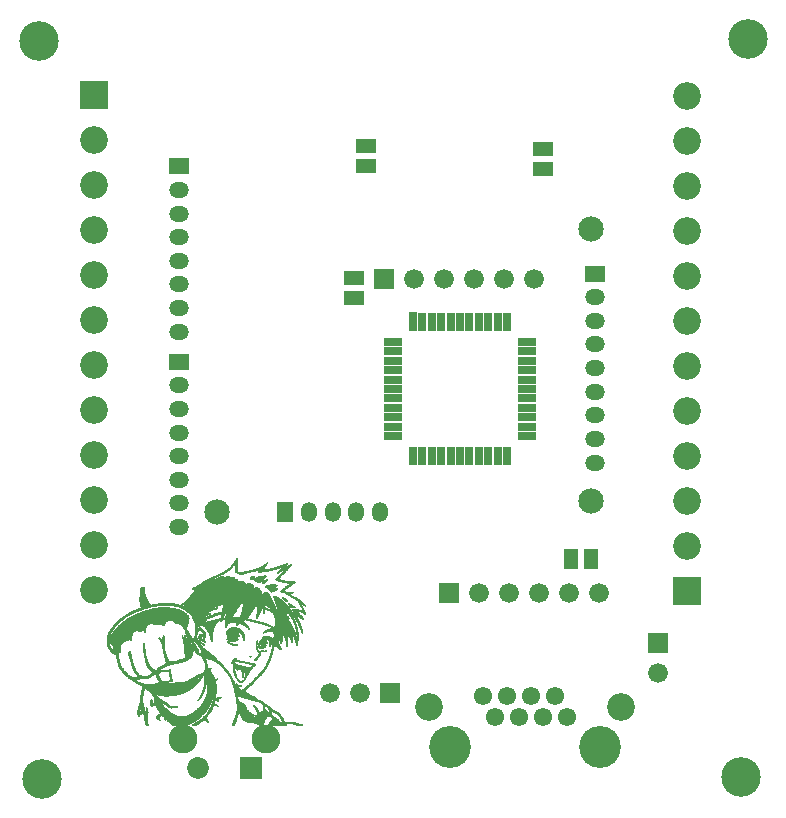
<source format=gts>
G04 #@! TF.FileFunction,Soldermask,Top*
%FSLAX46Y46*%
G04 Gerber Fmt 4.6, Leading zero omitted, Abs format (unit mm)*
G04 Created by KiCad (PCBNEW 4.1.0-alpha+201608161231+7059~46~ubuntu14.04.1-product) date Wed Aug 17 00:46:35 2016*
%MOMM*%
%LPD*%
G01*
G04 APERTURE LIST*
%ADD10C,0.100000*%
%ADD11C,0.010000*%
%ADD12C,1.550000*%
%ADD13C,3.550000*%
%ADD14C,2.350000*%
%ADD15R,1.674000X1.674000*%
%ADD16C,1.674000*%
%ADD17R,1.724800X1.216800*%
%ADD18R,1.216800X1.724800*%
%ADD19R,1.650000X0.700000*%
%ADD20R,0.700000X1.650000*%
%ADD21O,1.674000X1.350000*%
%ADD22R,1.674000X1.350000*%
%ADD23O,1.350000X1.674000*%
%ADD24R,1.350000X1.674000*%
%ADD25C,2.150000*%
%ADD26C,3.350000*%
%ADD27R,1.850000X1.850000*%
%ADD28C,1.850000*%
%ADD29C,2.450000*%
%ADD30R,2.350000X2.350000*%
G04 APERTURE END LIST*
D10*
D11*
G36*
X138471579Y-103996308D02*
X138474837Y-103999374D01*
X138482701Y-104010725D01*
X138485209Y-104027168D01*
X138482619Y-104054181D01*
X138478569Y-104078616D01*
X138475767Y-104104231D01*
X138473034Y-104148191D01*
X138470422Y-104208850D01*
X138467981Y-104284562D01*
X138465763Y-104373681D01*
X138463819Y-104474559D01*
X138462200Y-104585550D01*
X138461813Y-104618098D01*
X138456436Y-105093448D01*
X138490199Y-105121915D01*
X138520702Y-105143850D01*
X138553043Y-105161773D01*
X138558949Y-105164310D01*
X138588028Y-105176072D01*
X138612177Y-105186137D01*
X138613927Y-105186890D01*
X138652049Y-105201100D01*
X138695479Y-105213912D01*
X138736488Y-105223316D01*
X138767349Y-105227298D01*
X138769143Y-105227322D01*
X138792844Y-105224172D01*
X138828923Y-105215767D01*
X138870963Y-105203679D01*
X138887217Y-105198429D01*
X138935122Y-105182850D01*
X138984445Y-105167473D01*
X139026092Y-105155120D01*
X139033762Y-105152966D01*
X139104691Y-105133314D01*
X139161349Y-105117476D01*
X139208763Y-105104040D01*
X139247326Y-105092936D01*
X139279830Y-105084254D01*
X139305904Y-105078608D01*
X139315957Y-105077381D01*
X139334032Y-105074556D01*
X139362568Y-105067406D01*
X139377285Y-105063080D01*
X139448664Y-105043116D01*
X139525149Y-105025090D01*
X139563553Y-105017404D01*
X139598490Y-105010319D01*
X139639017Y-105001228D01*
X139653518Y-104997750D01*
X139735842Y-104977645D01*
X139801966Y-104961813D01*
X139855052Y-104949541D01*
X139898258Y-104940113D01*
X139934744Y-104932815D01*
X139963396Y-104927657D01*
X140018042Y-104915185D01*
X140073191Y-104897401D01*
X140114516Y-104879606D01*
X140129639Y-104872016D01*
X140159172Y-104857339D01*
X140199590Y-104837323D01*
X140247367Y-104813715D01*
X140278272Y-104798467D01*
X140422882Y-104725324D01*
X140550331Y-104656826D01*
X140662580Y-104591788D01*
X140761589Y-104529022D01*
X140849320Y-104467341D01*
X140927734Y-104405559D01*
X140928228Y-104405145D01*
X140973207Y-104370510D01*
X141006594Y-104350968D01*
X141027728Y-104346127D01*
X141035950Y-104355593D01*
X141030601Y-104378973D01*
X141011020Y-104415872D01*
X140992678Y-104443606D01*
X140944053Y-104512765D01*
X140897528Y-104578169D01*
X140854614Y-104637753D01*
X140816824Y-104689450D01*
X140785670Y-104731194D01*
X140762663Y-104760919D01*
X140749315Y-104776560D01*
X140748314Y-104777499D01*
X140739967Y-104787151D01*
X140722507Y-104808700D01*
X140699073Y-104838248D01*
X140687921Y-104852469D01*
X140662693Y-104884078D01*
X140641754Y-104909076D01*
X140628340Y-104923655D01*
X140625685Y-104925774D01*
X140619129Y-104937601D01*
X140619178Y-104956497D01*
X140625597Y-104970744D01*
X140626607Y-104971478D01*
X140640417Y-104973095D01*
X140670288Y-104972570D01*
X140712440Y-104970222D01*
X140763093Y-104966369D01*
X140818469Y-104961332D01*
X140874787Y-104955428D01*
X140928268Y-104948977D01*
X140975132Y-104942297D01*
X140977996Y-104941840D01*
X141057904Y-104928179D01*
X141138262Y-104912977D01*
X141211905Y-104897644D01*
X141262884Y-104885806D01*
X141301101Y-104876993D01*
X141340103Y-104868957D01*
X141342853Y-104868440D01*
X141379458Y-104860466D01*
X141415027Y-104851012D01*
X141417823Y-104850160D01*
X141448050Y-104841077D01*
X141486439Y-104829905D01*
X141507788Y-104823829D01*
X141546240Y-104812995D01*
X141593489Y-104799683D01*
X141637737Y-104787216D01*
X141676488Y-104775949D01*
X141709723Y-104765665D01*
X141731014Y-104758364D01*
X141732699Y-104757683D01*
X141751720Y-104750858D01*
X141783563Y-104740569D01*
X141821837Y-104728870D01*
X141827662Y-104727143D01*
X141866349Y-104715374D01*
X141899550Y-104704654D01*
X141920871Y-104697057D01*
X141922625Y-104696325D01*
X141941522Y-104689108D01*
X141973153Y-104677991D01*
X142011214Y-104665180D01*
X142017587Y-104663085D01*
X142063189Y-104647669D01*
X142110131Y-104631033D01*
X142147536Y-104617053D01*
X142182255Y-104604217D01*
X142213088Y-104594045D01*
X142227505Y-104590119D01*
X142255622Y-104580222D01*
X142272212Y-104571125D01*
X142296588Y-104560030D01*
X142312196Y-104557268D01*
X142336321Y-104551067D01*
X142351867Y-104542273D01*
X142374144Y-104530597D01*
X142388542Y-104527597D01*
X142409632Y-104523245D01*
X142434113Y-104513399D01*
X142461422Y-104500968D01*
X142495787Y-104486909D01*
X142507394Y-104482490D01*
X142586147Y-104451252D01*
X142650723Y-104421728D01*
X142673131Y-104413446D01*
X142687974Y-104413054D01*
X142688208Y-104413189D01*
X142696811Y-104428800D01*
X142693253Y-104452279D01*
X142679826Y-104474939D01*
X142656444Y-104502963D01*
X142626652Y-104539844D01*
X142592633Y-104582746D01*
X142556574Y-104628834D01*
X142520659Y-104675272D01*
X142487074Y-104719224D01*
X142458004Y-104757853D01*
X142435635Y-104788325D01*
X142422151Y-104807803D01*
X142419196Y-104813176D01*
X142424179Y-104825499D01*
X142431691Y-104827479D01*
X142445474Y-104823515D01*
X142447418Y-104819853D01*
X142455243Y-104809867D01*
X142467141Y-104802360D01*
X142481166Y-104794435D01*
X142508928Y-104778053D01*
X142547125Y-104755215D01*
X142592456Y-104727921D01*
X142641619Y-104698172D01*
X142691314Y-104667970D01*
X142738238Y-104639316D01*
X142779089Y-104614209D01*
X142810567Y-104594651D01*
X142825428Y-104585223D01*
X142851462Y-104569236D01*
X142872251Y-104557585D01*
X142894605Y-104544875D01*
X142921176Y-104528289D01*
X142922231Y-104527597D01*
X142965478Y-104502463D01*
X142998218Y-104490035D01*
X143019176Y-104490055D01*
X143027075Y-104502263D01*
X143020641Y-104526400D01*
X143010042Y-104545442D01*
X142993693Y-104569535D01*
X142968862Y-104604098D01*
X142939219Y-104644237D01*
X142908437Y-104685057D01*
X142880186Y-104721664D01*
X142858137Y-104749161D01*
X142850996Y-104757507D01*
X142834408Y-104776611D01*
X142809542Y-104805861D01*
X142780860Y-104839998D01*
X142770497Y-104852426D01*
X142743520Y-104884732D01*
X142720724Y-104911817D01*
X142705624Y-104929514D01*
X142702318Y-104933260D01*
X142691895Y-104944818D01*
X142671310Y-104967781D01*
X142643710Y-104998634D01*
X142617351Y-105028141D01*
X142565607Y-105085822D01*
X142515633Y-105140881D01*
X142465262Y-105195619D01*
X142412329Y-105252338D01*
X142354668Y-105313338D01*
X142290111Y-105380921D01*
X142216494Y-105457389D01*
X142131650Y-105545042D01*
X142102554Y-105575026D01*
X142059878Y-105619701D01*
X142022451Y-105660254D01*
X141992390Y-105694278D01*
X141971810Y-105719364D01*
X141962830Y-105733107D01*
X141962609Y-105734180D01*
X141968681Y-105745849D01*
X141988188Y-105760890D01*
X142023066Y-105780588D01*
X142060567Y-105799235D01*
X142081618Y-105806819D01*
X142111757Y-105814998D01*
X142120543Y-105817002D01*
X142157098Y-105824992D01*
X142198688Y-105834149D01*
X142212510Y-105837210D01*
X142281366Y-105851973D01*
X142352026Y-105866218D01*
X142420927Y-105879309D01*
X142484504Y-105890613D01*
X142539192Y-105899495D01*
X142581428Y-105905322D01*
X142607355Y-105907457D01*
X142636656Y-105910044D01*
X142675145Y-105916382D01*
X142702318Y-105922248D01*
X142744138Y-105930420D01*
X142786645Y-105935743D01*
X142808706Y-105936886D01*
X142842657Y-105939097D01*
X142886367Y-105944728D01*
X142928659Y-105952232D01*
X142962906Y-105957566D01*
X143012266Y-105962936D01*
X143071861Y-105967926D01*
X143136818Y-105972119D01*
X143192007Y-105974723D01*
X143266150Y-105977922D01*
X143321479Y-105981584D01*
X143359174Y-105986494D01*
X143380410Y-105993435D01*
X143386366Y-106003192D01*
X143378217Y-106016549D01*
X143357142Y-106034291D01*
X143324318Y-106057201D01*
X143320071Y-106060050D01*
X143277218Y-106089022D01*
X143230882Y-106120789D01*
X143192125Y-106147751D01*
X143151711Y-106176110D01*
X143105480Y-106208440D01*
X143067174Y-106235143D01*
X143029713Y-106261527D01*
X142983340Y-106294704D01*
X142930363Y-106332973D01*
X142873090Y-106374632D01*
X142813829Y-106417982D01*
X142754887Y-106461321D01*
X142698573Y-106502949D01*
X142647194Y-106541164D01*
X142603057Y-106574267D01*
X142568472Y-106600556D01*
X142545744Y-106618330D01*
X142537383Y-106625583D01*
X142528136Y-106634470D01*
X142507357Y-106653292D01*
X142478592Y-106678860D01*
X142459393Y-106695746D01*
X142424492Y-106727339D01*
X142402860Y-106750031D01*
X142391932Y-106767121D01*
X142389141Y-106781911D01*
X142389420Y-106785699D01*
X142392867Y-106800378D01*
X142402180Y-106809164D01*
X142422257Y-106814620D01*
X142452416Y-106818669D01*
X142485730Y-106822630D01*
X142532761Y-106828340D01*
X142587391Y-106835052D01*
X142643503Y-106842017D01*
X142646414Y-106842380D01*
X142699848Y-106848395D01*
X142750386Y-106852419D01*
X142802803Y-106854579D01*
X142861875Y-106855004D01*
X142932375Y-106853822D01*
X142998688Y-106851857D01*
X143070321Y-106849573D01*
X143124508Y-106848203D01*
X143163777Y-106847862D01*
X143190657Y-106848668D01*
X143207678Y-106850736D01*
X143217369Y-106854182D01*
X143222258Y-106859123D01*
X143223693Y-106862190D01*
X143221636Y-106881207D01*
X143205706Y-106899815D01*
X143181513Y-106913115D01*
X143161368Y-106916657D01*
X143135712Y-106920555D01*
X143106094Y-106929981D01*
X143104998Y-106930435D01*
X143070345Y-106943189D01*
X143021111Y-106958831D01*
X142962217Y-106975829D01*
X142939724Y-106981951D01*
X142921525Y-106991383D01*
X142918485Y-107006148D01*
X142931020Y-107026552D01*
X142959550Y-107052903D01*
X143004490Y-107085508D01*
X143066260Y-107124674D01*
X143145277Y-107170709D01*
X143241957Y-107223921D01*
X143337068Y-107274358D01*
X143385775Y-107300577D01*
X143434647Y-107328134D01*
X143477082Y-107353247D01*
X143500211Y-107367867D01*
X143529705Y-107387017D01*
X143552169Y-107400829D01*
X143562955Y-107406449D01*
X143563108Y-107406464D01*
X143573875Y-107412013D01*
X143579894Y-107416654D01*
X143592066Y-107426138D01*
X143616963Y-107444987D01*
X143651234Y-107470683D01*
X143691528Y-107500704D01*
X143701924Y-107508422D01*
X143876294Y-107646954D01*
X144046752Y-107801203D01*
X144126598Y-107880096D01*
X144177295Y-107932442D01*
X144214174Y-107972795D01*
X144238283Y-108002525D01*
X144250670Y-108023008D01*
X144252385Y-108035613D01*
X144248731Y-108039965D01*
X144237333Y-108037720D01*
X144212086Y-108028213D01*
X144177047Y-108013076D01*
X144146711Y-107998975D01*
X144103304Y-107978370D01*
X144063191Y-107959585D01*
X144031974Y-107945230D01*
X144019445Y-107939658D01*
X143986735Y-107925057D01*
X143953381Y-107909474D01*
X143953277Y-107909424D01*
X143927064Y-107900149D01*
X143906353Y-107898415D01*
X143904004Y-107899058D01*
X143899814Y-107904276D01*
X143900889Y-107916419D01*
X143908093Y-107937736D01*
X143922293Y-107970479D01*
X143944354Y-108016899D01*
X143967087Y-108063064D01*
X144000533Y-108130877D01*
X144032373Y-108196337D01*
X144061436Y-108256954D01*
X144086550Y-108310239D01*
X144106545Y-108353701D01*
X144120252Y-108384851D01*
X144126498Y-108401199D01*
X144126757Y-108402652D01*
X144130518Y-108414527D01*
X144139715Y-108436427D01*
X144141126Y-108439546D01*
X144172688Y-108513312D01*
X144199407Y-108584816D01*
X144219587Y-108649124D01*
X144231532Y-108701303D01*
X144231874Y-108703453D01*
X144234921Y-108730196D01*
X144232037Y-108742626D01*
X144221776Y-108745911D01*
X144219997Y-108745936D01*
X144200120Y-108739484D01*
X144177481Y-108723882D01*
X144176635Y-108723115D01*
X144151932Y-108703288D01*
X144120845Y-108681823D01*
X144111763Y-108676162D01*
X144086909Y-108660407D01*
X144070094Y-108648349D01*
X144066780Y-108645218D01*
X144056324Y-108637689D01*
X144033048Y-108623579D01*
X144001693Y-108605523D01*
X143967003Y-108586155D01*
X143933718Y-108568111D01*
X143906580Y-108554024D01*
X143890332Y-108546531D01*
X143888134Y-108545954D01*
X143875809Y-108541688D01*
X143854199Y-108531378D01*
X143851865Y-108530163D01*
X143807971Y-108510580D01*
X143755337Y-108492485D01*
X143697406Y-108476470D01*
X143637621Y-108463124D01*
X143579424Y-108453042D01*
X143526258Y-108446813D01*
X143481566Y-108445030D01*
X143448790Y-108448285D01*
X143431373Y-108457168D01*
X143430934Y-108457825D01*
X143433744Y-108471957D01*
X143453934Y-108494356D01*
X143490931Y-108524495D01*
X143543952Y-108561705D01*
X143573724Y-108582099D01*
X143597922Y-108599627D01*
X143609196Y-108608670D01*
X143625628Y-108622161D01*
X143650036Y-108640473D01*
X143657194Y-108645611D01*
X143704930Y-108682502D01*
X143759226Y-108729287D01*
X143815158Y-108781289D01*
X143867800Y-108833827D01*
X143912227Y-108882223D01*
X143933487Y-108908097D01*
X143961771Y-108948143D01*
X143989813Y-108993183D01*
X144007176Y-109024990D01*
X144023437Y-109063323D01*
X144033600Y-109098607D01*
X144036969Y-109126616D01*
X144032849Y-109143129D01*
X144027088Y-109145779D01*
X144015047Y-109140616D01*
X143992578Y-109127634D01*
X143965549Y-109110589D01*
X143939832Y-109093240D01*
X143921296Y-109079345D01*
X143916839Y-109075196D01*
X143906316Y-109067799D01*
X143883117Y-109053418D01*
X143851943Y-109034955D01*
X143846867Y-109032011D01*
X143813153Y-109012497D01*
X143784917Y-108996121D01*
X143767790Y-108986151D01*
X143766898Y-108985628D01*
X143736165Y-108968534D01*
X143696243Y-108947689D01*
X143650933Y-108924915D01*
X143604030Y-108902037D01*
X143559333Y-108880876D01*
X143520641Y-108863258D01*
X143491749Y-108851004D01*
X143476457Y-108845938D01*
X143475850Y-108845897D01*
X143462592Y-108848276D01*
X143458518Y-108857392D01*
X143464120Y-108876214D01*
X143479892Y-108907710D01*
X143488815Y-108923907D01*
X143511132Y-108965322D01*
X143538243Y-109017767D01*
X143566816Y-109074590D01*
X143593522Y-109129142D01*
X143615028Y-109174773D01*
X143619983Y-109185763D01*
X143631582Y-109211566D01*
X143648347Y-109248465D01*
X143667069Y-109289405D01*
X143671218Y-109298438D01*
X143687464Y-109334777D01*
X143699842Y-109364345D01*
X143706379Y-109382354D01*
X143706922Y-109385094D01*
X143711100Y-109399616D01*
X143721160Y-109422076D01*
X143721305Y-109422360D01*
X143739437Y-109460149D01*
X143754526Y-109495428D01*
X143764340Y-109522700D01*
X143766898Y-109534773D01*
X143771518Y-109552241D01*
X143776821Y-109563250D01*
X143781456Y-109572107D01*
X143786796Y-109584370D01*
X143793800Y-109602724D01*
X143803423Y-109629854D01*
X143816625Y-109668446D01*
X143834363Y-109721185D01*
X143852517Y-109775531D01*
X143870129Y-109828857D01*
X143885584Y-109877075D01*
X143900267Y-109924809D01*
X143915560Y-109976683D01*
X143932845Y-110037317D01*
X143953505Y-110111336D01*
X143960166Y-110135389D01*
X143980469Y-110211145D01*
X143994366Y-110268537D01*
X144001971Y-110308102D01*
X144003397Y-110330377D01*
X144002168Y-110334726D01*
X143987980Y-110343122D01*
X143972746Y-110345307D01*
X143962292Y-110343891D01*
X143952975Y-110337998D01*
X143943604Y-110325162D01*
X143932990Y-110302918D01*
X143919941Y-110268799D01*
X143903269Y-110220338D01*
X143883516Y-110160380D01*
X143859894Y-110088434D01*
X143841393Y-110033166D01*
X143827174Y-109992170D01*
X143816400Y-109963040D01*
X143808232Y-109943371D01*
X143806888Y-109940466D01*
X143798212Y-109920178D01*
X143785899Y-109889148D01*
X143776895Y-109865496D01*
X143763993Y-109831742D01*
X143752560Y-109803135D01*
X143747160Y-109790525D01*
X143738670Y-109771855D01*
X143724824Y-109741197D01*
X143708445Y-109704807D01*
X143706538Y-109700561D01*
X143674254Y-109630766D01*
X143638962Y-109558003D01*
X143602923Y-109486674D01*
X143568403Y-109421185D01*
X143537665Y-109365941D01*
X143516445Y-109330706D01*
X143500073Y-109304082D01*
X143487008Y-109281253D01*
X143486728Y-109280726D01*
X143454115Y-109224731D01*
X143410478Y-109158203D01*
X143358670Y-109085001D01*
X143301542Y-109008985D01*
X143241948Y-108934013D01*
X143182739Y-108863945D01*
X143158711Y-108836949D01*
X143120725Y-108796106D01*
X143093869Y-108769972D01*
X143076895Y-108757558D01*
X143068556Y-108757872D01*
X143067174Y-108764222D01*
X143071863Y-108776043D01*
X143084421Y-108800742D01*
X143102584Y-108833964D01*
X143112645Y-108851688D01*
X143131821Y-108886520D01*
X143157197Y-108934666D01*
X143186640Y-108991872D01*
X143218018Y-109053882D01*
X143249199Y-109116442D01*
X143278051Y-109175299D01*
X143302443Y-109226197D01*
X143320242Y-109264883D01*
X143323812Y-109273083D01*
X143343479Y-109319359D01*
X143357491Y-109352887D01*
X143368139Y-109379267D01*
X143377713Y-109404096D01*
X143381129Y-109413174D01*
X143395237Y-109450823D01*
X143409643Y-109489254D01*
X143412038Y-109495641D01*
X143431579Y-109548263D01*
X143446006Y-109588653D01*
X143457504Y-109623190D01*
X143468254Y-109658258D01*
X143471874Y-109670572D01*
X143483016Y-109708193D01*
X143493473Y-109742605D01*
X143499115Y-109760537D01*
X143516564Y-109821475D01*
X143534764Y-109897763D01*
X143552870Y-109984822D01*
X143570036Y-110078075D01*
X143585418Y-110172942D01*
X143598170Y-110264846D01*
X143607084Y-110345307D01*
X143611452Y-110408056D01*
X143614242Y-110482504D01*
X143615459Y-110563061D01*
X143615109Y-110644141D01*
X143613198Y-110720154D01*
X143609731Y-110785514D01*
X143606591Y-110820120D01*
X143596549Y-110903275D01*
X143584841Y-110991987D01*
X143572179Y-111081431D01*
X143559275Y-111166780D01*
X143546842Y-111243210D01*
X143535591Y-111305894D01*
X143532831Y-111319923D01*
X143525469Y-111353088D01*
X143518162Y-111371407D01*
X143507533Y-111379728D01*
X143490203Y-111382899D01*
X143488876Y-111383032D01*
X143471115Y-111384065D01*
X143460787Y-111380172D01*
X143456121Y-111367377D01*
X143455344Y-111341703D01*
X143456308Y-111309927D01*
X143454122Y-111268619D01*
X143446530Y-111224350D01*
X143442662Y-111209966D01*
X143433676Y-111176884D01*
X143428066Y-111148656D01*
X143427140Y-111138643D01*
X143423468Y-111111553D01*
X143413477Y-111069749D01*
X143398429Y-111017017D01*
X143379583Y-110957142D01*
X143358200Y-110893911D01*
X143335540Y-110831110D01*
X143312863Y-110772524D01*
X143291431Y-110721940D01*
X143281035Y-110699727D01*
X143255446Y-110650915D01*
X143229251Y-110606836D01*
X143204672Y-110570728D01*
X143183934Y-110545825D01*
X143169259Y-110535363D01*
X143168001Y-110535232D01*
X143165485Y-110544753D01*
X143162680Y-110571424D01*
X143159773Y-110612409D01*
X143156952Y-110664874D01*
X143154403Y-110725981D01*
X143153329Y-110757644D01*
X143150685Y-110826953D01*
X143147292Y-110893704D01*
X143143420Y-110953843D01*
X143139339Y-111003317D01*
X143135318Y-111038074D01*
X143134164Y-111045031D01*
X143127116Y-111079796D01*
X143120553Y-111099260D01*
X143111687Y-111107843D01*
X143097731Y-111109966D01*
X143093203Y-111110006D01*
X143079165Y-111109060D01*
X143069428Y-111103677D01*
X143061820Y-111090042D01*
X143054168Y-111064339D01*
X143044828Y-111025039D01*
X143031744Y-110971465D01*
X143018562Y-110926302D01*
X143002866Y-110882717D01*
X142982239Y-110833882D01*
X142959954Y-110785134D01*
X142939984Y-110745606D01*
X142914218Y-110699292D01*
X142885519Y-110650859D01*
X142856753Y-110604975D01*
X142830784Y-110566308D01*
X142810475Y-110539527D01*
X142806602Y-110535219D01*
X142792924Y-110519592D01*
X142771944Y-110494253D01*
X142752637Y-110470244D01*
X142730351Y-110443003D01*
X142711995Y-110422074D01*
X142702657Y-110412943D01*
X142685832Y-110408482D01*
X142675675Y-110417467D01*
X142675674Y-110426525D01*
X142677679Y-110440851D01*
X142681004Y-110471304D01*
X142685266Y-110514092D01*
X142690080Y-110565422D01*
X142692761Y-110595208D01*
X142698464Y-110657986D01*
X142704546Y-110722388D01*
X142710372Y-110781838D01*
X142715307Y-110829763D01*
X142716430Y-110840112D01*
X142721367Y-110890670D01*
X142725459Y-110943171D01*
X142727956Y-110987744D01*
X142728204Y-110995051D01*
X142728243Y-111028858D01*
X142727004Y-111074971D01*
X142724715Y-111129864D01*
X142721603Y-111190010D01*
X142717896Y-111251885D01*
X142713821Y-111311962D01*
X142709604Y-111366716D01*
X142705473Y-111412621D01*
X142701655Y-111446150D01*
X142698378Y-111463779D01*
X142697931Y-111464866D01*
X142680162Y-111480692D01*
X142656189Y-111481920D01*
X142641861Y-111474464D01*
X142635603Y-111464796D01*
X142631336Y-111446005D01*
X142628758Y-111415101D01*
X142627567Y-111369092D01*
X142627393Y-111331194D01*
X142621016Y-111192128D01*
X142601124Y-111061263D01*
X142579904Y-110975059D01*
X142564348Y-110921901D01*
X142548685Y-110871600D01*
X142534419Y-110828743D01*
X142523055Y-110797921D01*
X142518392Y-110787378D01*
X142509947Y-110770661D01*
X142495363Y-110741552D01*
X142477399Y-110705559D01*
X142472224Y-110695169D01*
X142440203Y-110634401D01*
X142408416Y-110580531D01*
X142378420Y-110535660D01*
X142351770Y-110501889D01*
X142330021Y-110481318D01*
X142314730Y-110476050D01*
X142311408Y-110477985D01*
X142308996Y-110489304D01*
X142305890Y-110516900D01*
X142302431Y-110557082D01*
X142298957Y-110606162D01*
X142297651Y-110627266D01*
X142291021Y-110720206D01*
X142282423Y-110811674D01*
X142272266Y-110899028D01*
X142260956Y-110979629D01*
X142248898Y-111050835D01*
X142236501Y-111110006D01*
X142224171Y-111154502D01*
X142212314Y-111181681D01*
X142212244Y-111181788D01*
X142199704Y-111197057D01*
X142186741Y-111203265D01*
X142172269Y-111199112D01*
X142155205Y-111183299D01*
X142134464Y-111154524D01*
X142108962Y-111111488D01*
X142077614Y-111052891D01*
X142039336Y-110977432D01*
X142035659Y-110970061D01*
X142008884Y-110916189D01*
X141988617Y-110874896D01*
X141972386Y-110840901D01*
X141957715Y-110808921D01*
X141942132Y-110773677D01*
X141923277Y-110730155D01*
X141902015Y-110685018D01*
X141885373Y-110658629D01*
X141873581Y-110651092D01*
X141866871Y-110662512D01*
X141865471Y-110692991D01*
X141866021Y-110704314D01*
X141869825Y-110740425D01*
X141875763Y-110772192D01*
X141879374Y-110784283D01*
X141887411Y-110810603D01*
X141895270Y-110844706D01*
X141897220Y-110855106D01*
X141906521Y-110901406D01*
X141920118Y-110960075D01*
X141936852Y-111026894D01*
X141955566Y-111097641D01*
X141975100Y-111168096D01*
X141994298Y-111234037D01*
X142012000Y-111291244D01*
X142027050Y-111335497D01*
X142033762Y-111352749D01*
X142043065Y-111377651D01*
X142047512Y-111395045D01*
X142047575Y-111396221D01*
X142051261Y-111412088D01*
X142060223Y-111436292D01*
X142061103Y-111438365D01*
X142072776Y-111465487D01*
X142088210Y-111501278D01*
X142098385Y-111524842D01*
X142116409Y-111562846D01*
X142139824Y-111607358D01*
X142160978Y-111644352D01*
X142181870Y-111681656D01*
X142191598Y-111706440D01*
X142191334Y-111721921D01*
X142190099Y-111724321D01*
X142176579Y-111738241D01*
X142158799Y-111740286D01*
X142133929Y-111729651D01*
X142099138Y-111705529D01*
X142084804Y-111694318D01*
X142051110Y-111668411D01*
X142007816Y-111636556D01*
X141957444Y-111600467D01*
X141902516Y-111561860D01*
X141845555Y-111522452D01*
X141789083Y-111483959D01*
X141735622Y-111448096D01*
X141687694Y-111416579D01*
X141647822Y-111391124D01*
X141618527Y-111373448D01*
X141602332Y-111365266D01*
X141600623Y-111364905D01*
X141594139Y-111373932D01*
X141585393Y-111397898D01*
X141576012Y-111432135D01*
X141573617Y-111442375D01*
X141563971Y-111483864D01*
X141554709Y-111521605D01*
X141547661Y-111548174D01*
X141547021Y-111550357D01*
X141539161Y-111580100D01*
X141530941Y-111616128D01*
X141529050Y-111625328D01*
X141514222Y-111693191D01*
X141494428Y-111773736D01*
X141482357Y-111819726D01*
X141472333Y-111857554D01*
X141460443Y-111903019D01*
X141452250Y-111934681D01*
X141441115Y-111976999D01*
X141429612Y-112019188D01*
X141422393Y-112044638D01*
X141412055Y-112080305D01*
X141399698Y-112123347D01*
X141392216Y-112149596D01*
X141380760Y-112188519D01*
X141369263Y-112225350D01*
X141362835Y-112244559D01*
X141354686Y-112268717D01*
X141342477Y-112306199D01*
X141328073Y-112351238D01*
X141317580Y-112384504D01*
X141302835Y-112430712D01*
X141288961Y-112472740D01*
X141277792Y-112505111D01*
X141272418Y-112519451D01*
X141262681Y-112544675D01*
X141249525Y-112580509D01*
X141237479Y-112614413D01*
X141224857Y-112648542D01*
X141213653Y-112675332D01*
X141206353Y-112688884D01*
X141198345Y-112707155D01*
X141197910Y-112711924D01*
X141196952Y-112719635D01*
X141193424Y-112731676D01*
X141186344Y-112750405D01*
X141174730Y-112778182D01*
X141157599Y-112817365D01*
X141133970Y-112870314D01*
X141107418Y-112929289D01*
X141028775Y-113094774D01*
X140949196Y-113244026D01*
X140866526Y-113380767D01*
X140778610Y-113508719D01*
X140748812Y-113548683D01*
X140730400Y-113572217D01*
X140708792Y-113598422D01*
X140683179Y-113628137D01*
X140652755Y-113662202D01*
X140616711Y-113701454D01*
X140574240Y-113746734D01*
X140524534Y-113798879D01*
X140466786Y-113858730D01*
X140400187Y-113927123D01*
X140323929Y-114004900D01*
X140237206Y-114092898D01*
X140139209Y-114191957D01*
X140029131Y-114302915D01*
X139906164Y-114426611D01*
X139824939Y-114508218D01*
X139707910Y-114625400D01*
X139603702Y-114728954D01*
X139511376Y-114819759D01*
X139429992Y-114898689D01*
X139358613Y-114966623D01*
X139296300Y-115024436D01*
X139242113Y-115073006D01*
X139195113Y-115113208D01*
X139154362Y-115145920D01*
X139118921Y-115172018D01*
X139101235Y-115183946D01*
X139073792Y-115203565D01*
X139054798Y-115220538D01*
X139048756Y-115230015D01*
X139056176Y-115240205D01*
X139074643Y-115256925D01*
X139098463Y-115275774D01*
X139121945Y-115292348D01*
X139139397Y-115302247D01*
X139143588Y-115303355D01*
X139153140Y-115308500D01*
X139174927Y-115322123D01*
X139204620Y-115341500D01*
X139211143Y-115345838D01*
X139253826Y-115374251D01*
X139283262Y-115393639D01*
X139302802Y-115406122D01*
X139315793Y-115413825D01*
X139325586Y-115418868D01*
X139328646Y-115420292D01*
X139343858Y-115429035D01*
X139370166Y-115445788D01*
X139402250Y-115467148D01*
X139406747Y-115470208D01*
X139437396Y-115490727D01*
X139461221Y-115505937D01*
X139473845Y-115513062D01*
X139474625Y-115513272D01*
X139485260Y-115518415D01*
X139504681Y-115530920D01*
X139506481Y-115532168D01*
X139565432Y-115572018D01*
X139621333Y-115607425D01*
X139671372Y-115636785D01*
X139712739Y-115658500D01*
X139742623Y-115670968D01*
X139754391Y-115673355D01*
X139789203Y-115678170D01*
X139834485Y-115690939D01*
X139883428Y-115709555D01*
X139908418Y-115721019D01*
X139968817Y-115757310D01*
X140037546Y-115810837D01*
X140113896Y-115881007D01*
X140182069Y-115950950D01*
X140210428Y-115979490D01*
X140231844Y-115995466D01*
X140251566Y-116002156D01*
X140265525Y-116003079D01*
X140303838Y-116009205D01*
X140354629Y-116026617D01*
X140414963Y-116053866D01*
X140481906Y-116089504D01*
X140552523Y-116132082D01*
X140623136Y-116179622D01*
X140653862Y-116201614D01*
X140678665Y-116219657D01*
X140692563Y-116230123D01*
X140693109Y-116230569D01*
X140726552Y-116257496D01*
X140765783Y-116287630D01*
X140807429Y-116318559D01*
X140848118Y-116347870D01*
X140884479Y-116373147D01*
X140913140Y-116391980D01*
X140930728Y-116401953D01*
X140933923Y-116402922D01*
X140943130Y-116408606D01*
X140964844Y-116423990D01*
X140995735Y-116446571D01*
X141032471Y-116473848D01*
X141071725Y-116503318D01*
X141110165Y-116532478D01*
X141144461Y-116558827D01*
X141171285Y-116579863D01*
X141187304Y-116593082D01*
X141188754Y-116594410D01*
X141224345Y-116627147D01*
X141264083Y-116661969D01*
X141304392Y-116695938D01*
X141341694Y-116726116D01*
X141372413Y-116749564D01*
X141392973Y-116763344D01*
X141396542Y-116765119D01*
X141428835Y-116779408D01*
X141469985Y-116798992D01*
X141513818Y-116820781D01*
X141554161Y-116841682D01*
X141584842Y-116858603D01*
X141592754Y-116863392D01*
X141619783Y-116879395D01*
X141643461Y-116891627D01*
X141643941Y-116891842D01*
X141668887Y-116905422D01*
X141705265Y-116928383D01*
X141748794Y-116957748D01*
X141795189Y-116990539D01*
X141840168Y-117023780D01*
X141879447Y-117054496D01*
X141887399Y-117061035D01*
X141991022Y-117154735D01*
X142090339Y-117258791D01*
X142180778Y-117367990D01*
X142257767Y-117477118D01*
X142271422Y-117498924D01*
X142292735Y-117532436D01*
X142312440Y-117561185D01*
X142326227Y-117578892D01*
X142345598Y-117605660D01*
X142369318Y-117647821D01*
X142395553Y-117701757D01*
X142422469Y-117763848D01*
X142431923Y-117787377D01*
X142451215Y-117835276D01*
X142466969Y-117867134D01*
X142483017Y-117885495D01*
X142503192Y-117892901D01*
X142531329Y-117891895D01*
X142571261Y-117885020D01*
X142577367Y-117883857D01*
X142655044Y-117869359D01*
X142717590Y-117858573D01*
X142769408Y-117850967D01*
X142814905Y-117846011D01*
X142858484Y-117843175D01*
X142904552Y-117841929D01*
X142927229Y-117841746D01*
X142994613Y-117842670D01*
X143045290Y-117846233D01*
X143082404Y-117852714D01*
X143095920Y-117856800D01*
X143127027Y-117866326D01*
X143153276Y-117871815D01*
X143160016Y-117872343D01*
X143181201Y-117874999D01*
X143212566Y-117881768D01*
X143231230Y-117886681D01*
X143269679Y-117897178D01*
X143315615Y-117909245D01*
X143347064Y-117917248D01*
X143390684Y-117928365D01*
X143435338Y-117940093D01*
X143462019Y-117947324D01*
X143502469Y-117958238D01*
X143544221Y-117969071D01*
X143556981Y-117972267D01*
X143623783Y-117989310D01*
X143692841Y-118008165D01*
X143769713Y-118030399D01*
X143859471Y-118057426D01*
X143900662Y-118069241D01*
X143943660Y-118080446D01*
X143959323Y-118084162D01*
X143991778Y-118093742D01*
X144005275Y-118103221D01*
X143999452Y-118112092D01*
X143983238Y-118117783D01*
X143962657Y-118120201D01*
X143926764Y-118121633D01*
X143879174Y-118122169D01*
X143823503Y-118121901D01*
X143763365Y-118120919D01*
X143702375Y-118119315D01*
X143644147Y-118117178D01*
X143592297Y-118114601D01*
X143550438Y-118111674D01*
X143522186Y-118108488D01*
X143511999Y-118105928D01*
X143501774Y-118100720D01*
X143488402Y-118095505D01*
X143468522Y-118089301D01*
X143438771Y-118081121D01*
X143395787Y-118069982D01*
X143347064Y-118057635D01*
X143306016Y-118047280D01*
X143258230Y-118035220D01*
X143227111Y-118027364D01*
X143118271Y-118001295D01*
X143005392Y-117976760D01*
X142992203Y-117974064D01*
X142974118Y-117970774D01*
X142956209Y-117968811D01*
X142935482Y-117968371D01*
X142908948Y-117969651D01*
X142873612Y-117972844D01*
X142826484Y-117978148D01*
X142764572Y-117985758D01*
X142712314Y-117992374D01*
X142650905Y-118001800D01*
X142592246Y-118013733D01*
X142539516Y-118027220D01*
X142495898Y-118041311D01*
X142464573Y-118055056D01*
X142448723Y-118067502D01*
X142447418Y-118071551D01*
X142456632Y-118076087D01*
X142481224Y-118081019D01*
X142516615Y-118085515D01*
X142532385Y-118086974D01*
X142578750Y-118092010D01*
X142606661Y-118097720D01*
X142615721Y-118103864D01*
X142605537Y-118110202D01*
X142579866Y-118115829D01*
X142561031Y-118117311D01*
X142524954Y-118118595D01*
X142473545Y-118119685D01*
X142408715Y-118120586D01*
X142332376Y-118121302D01*
X142246439Y-118121839D01*
X142152815Y-118122200D01*
X142053415Y-118122390D01*
X141950150Y-118122414D01*
X141844931Y-118122277D01*
X141739670Y-118121983D01*
X141636277Y-118121536D01*
X141536664Y-118120942D01*
X141442742Y-118120205D01*
X141356421Y-118119329D01*
X141279614Y-118118319D01*
X141214230Y-118117180D01*
X141162182Y-118115916D01*
X141125381Y-118114533D01*
X141105737Y-118113034D01*
X141102960Y-118112269D01*
X141102833Y-118097216D01*
X141111154Y-118074946D01*
X141111238Y-118074784D01*
X141122538Y-118052689D01*
X141139342Y-118019165D01*
X141158378Y-117980748D01*
X141162087Y-117973211D01*
X141199725Y-117902853D01*
X141241443Y-117835391D01*
X141283741Y-117776091D01*
X141323121Y-117730217D01*
X141324491Y-117728831D01*
X141356766Y-117700474D01*
X141394462Y-117673430D01*
X141432241Y-117650951D01*
X141464765Y-117636291D01*
X141482798Y-117632379D01*
X141511733Y-117626399D01*
X141524299Y-117609983D01*
X141522543Y-117591702D01*
X141512880Y-117576620D01*
X141491541Y-117551136D01*
X141461579Y-117518365D01*
X141426049Y-117481419D01*
X141388005Y-117443412D01*
X141350502Y-117407460D01*
X141316594Y-117376676D01*
X141290237Y-117354858D01*
X141262975Y-117338597D01*
X141232928Y-117331589D01*
X141195180Y-117333555D01*
X141144813Y-117344215D01*
X141137370Y-117346149D01*
X141047271Y-117379668D01*
X140967001Y-117430218D01*
X140896375Y-117497985D01*
X140835207Y-117583158D01*
X140783311Y-117685925D01*
X140770598Y-117717404D01*
X140741675Y-117796030D01*
X140721065Y-117860380D01*
X140707745Y-117913856D01*
X140702719Y-117942894D01*
X140696165Y-117978023D01*
X140687646Y-118010027D01*
X140685419Y-118016399D01*
X140679905Y-118036023D01*
X140684047Y-118050550D01*
X140700736Y-118067455D01*
X140707333Y-118073033D01*
X140726053Y-118092096D01*
X140734206Y-118107544D01*
X140733614Y-118111406D01*
X140720513Y-118116022D01*
X140688091Y-118119393D01*
X140636984Y-118121480D01*
X140567826Y-118122242D01*
X140562878Y-118122245D01*
X140499663Y-118121960D01*
X140452868Y-118120880D01*
X140418926Y-118118668D01*
X140394269Y-118114986D01*
X140375330Y-118109496D01*
X140361047Y-118103148D01*
X140265106Y-118057532D01*
X140167142Y-118016228D01*
X140070315Y-117980244D01*
X139977787Y-117950590D01*
X139892718Y-117928277D01*
X139818270Y-117914313D01*
X139757602Y-117909708D01*
X139755499Y-117909733D01*
X139652489Y-117910317D01*
X139565842Y-117908120D01*
X139492056Y-117902578D01*
X139427625Y-117893127D01*
X139369045Y-117879205D01*
X139312812Y-117860248D01*
X139255422Y-117835693D01*
X139235372Y-117826139D01*
X139212806Y-117816424D01*
X139198207Y-117812367D01*
X139198185Y-117812367D01*
X139181437Y-117806086D01*
X139153561Y-117789094D01*
X139118185Y-117764171D01*
X139086527Y-117739908D01*
X139442003Y-117739908D01*
X139443496Y-117753265D01*
X139444767Y-117756823D01*
X139450421Y-117764247D01*
X139462899Y-117768763D01*
X139485874Y-117770829D01*
X139523016Y-117770903D01*
X139552257Y-117770220D01*
X139598103Y-117768686D01*
X139627693Y-117766570D01*
X139644763Y-117762969D01*
X139653046Y-117756977D01*
X139656277Y-117747687D01*
X139656712Y-117744894D01*
X139656823Y-117743177D01*
X139999575Y-117743177D01*
X140000276Y-117750449D01*
X140005293Y-117767452D01*
X140018479Y-117778612D01*
X140044244Y-117786470D01*
X140071001Y-117791192D01*
X140080639Y-117784298D01*
X140094954Y-117765721D01*
X140098690Y-117759888D01*
X140111231Y-117732634D01*
X140116266Y-117699963D01*
X140116037Y-117667424D01*
X140112311Y-117629972D01*
X140106252Y-117611376D01*
X140099216Y-117611879D01*
X140092557Y-117631728D01*
X140088347Y-117662426D01*
X140083349Y-117717404D01*
X140040260Y-117720508D01*
X140013474Y-117723486D01*
X140001603Y-117729777D01*
X139999575Y-117743177D01*
X139656823Y-117743177D01*
X139657360Y-117734891D01*
X139653593Y-117728404D01*
X139641964Y-117724673D01*
X139619025Y-117722935D01*
X139581329Y-117722430D01*
X139554842Y-117722402D01*
X139503423Y-117723075D01*
X139469272Y-117725655D01*
X139449697Y-117730985D01*
X139442003Y-117739908D01*
X139086527Y-117739908D01*
X139078938Y-117734092D01*
X139039448Y-117701638D01*
X139003344Y-117669585D01*
X138974908Y-117641418D01*
X138923633Y-117582861D01*
X138880529Y-117525059D01*
X138841127Y-117461413D01*
X138836640Y-117452913D01*
X139048756Y-117452913D01*
X139055650Y-117471464D01*
X139074463Y-117500381D01*
X139102388Y-117536507D01*
X139136619Y-117576683D01*
X139174350Y-117617754D01*
X139212776Y-117656561D01*
X139249091Y-117689947D01*
X139280489Y-117714754D01*
X139282923Y-117716421D01*
X139313736Y-117734361D01*
X139333208Y-117737785D01*
X139343839Y-117726603D01*
X139346834Y-117714122D01*
X139344605Y-117696878D01*
X139330107Y-117692414D01*
X139311071Y-117686110D01*
X139282634Y-117669568D01*
X139249869Y-117646342D01*
X139217847Y-117619990D01*
X139214368Y-117616604D01*
X139452803Y-117616604D01*
X139463379Y-117632202D01*
X139483037Y-117649501D01*
X139494619Y-117648671D01*
X139498573Y-117629663D01*
X139498579Y-117628509D01*
X139491867Y-117607668D01*
X139476299Y-117596417D01*
X139458721Y-117598956D01*
X139455160Y-117601886D01*
X139452803Y-117616604D01*
X139214368Y-117616604D01*
X139194776Y-117597542D01*
X139155023Y-117554000D01*
X139125883Y-117520993D01*
X139104059Y-117494704D01*
X139088954Y-117475000D01*
X139068563Y-117451137D01*
X139054650Y-117442747D01*
X139048833Y-117450716D01*
X139048756Y-117452913D01*
X138836640Y-117452913D01*
X138800959Y-117385328D01*
X138799572Y-117382536D01*
X138768871Y-117323039D01*
X138735049Y-117261574D01*
X138700065Y-117201321D01*
X138665878Y-117145460D01*
X138634446Y-117097171D01*
X138608902Y-117061285D01*
X138838839Y-117061285D01*
X138838839Y-117061893D01*
X138845354Y-117074039D01*
X138861743Y-117093695D01*
X138869996Y-117102278D01*
X138889945Y-117127213D01*
X138896556Y-117152540D01*
X138890679Y-117184739D01*
X138883452Y-117205106D01*
X138882713Y-117218863D01*
X138897746Y-117222599D01*
X138915364Y-117215872D01*
X138918807Y-117204002D01*
X138919345Y-117195433D01*
X138988918Y-117195433D01*
X138997347Y-117217426D01*
X138997978Y-117218101D01*
X139005925Y-117232190D01*
X139017059Y-117258927D01*
X139026302Y-117284740D01*
X139036892Y-117325344D01*
X139036187Y-117349911D01*
X139024229Y-117358236D01*
X139012552Y-117355695D01*
X139000909Y-117355562D01*
X139001051Y-117369313D01*
X139013023Y-117398002D01*
X139014502Y-117400993D01*
X139027992Y-117422141D01*
X139039694Y-117431806D01*
X139045991Y-117428569D01*
X139044768Y-117419812D01*
X139250702Y-117419812D01*
X139253225Y-117431508D01*
X139260278Y-117447040D01*
X139266817Y-117474106D01*
X139259982Y-117498610D01*
X139253157Y-117522047D01*
X139259571Y-117538557D01*
X139259602Y-117538594D01*
X139276904Y-117550959D01*
X139296944Y-117546923D01*
X139322516Y-117525755D01*
X139327090Y-117520963D01*
X139345352Y-117499027D01*
X139351115Y-117482087D01*
X139346959Y-117462008D01*
X139346339Y-117460207D01*
X139341929Y-117424195D01*
X139342370Y-117423169D01*
X139448599Y-117423169D01*
X139456453Y-117443214D01*
X139477457Y-117470144D01*
X139507772Y-117500303D01*
X139543557Y-117530038D01*
X139580975Y-117555693D01*
X139597770Y-117565166D01*
X139638550Y-117584315D01*
X139665776Y-117591543D01*
X139681948Y-117586846D01*
X139689564Y-117570219D01*
X139690339Y-117564964D01*
X139694899Y-117546426D01*
X139707035Y-117539427D01*
X139728036Y-117539172D01*
X139755690Y-117545532D01*
X139776007Y-117558899D01*
X139787039Y-117575224D01*
X139786838Y-117590456D01*
X139773455Y-117600547D01*
X139758477Y-117602450D01*
X139737413Y-117604801D01*
X139728490Y-117610466D01*
X139728488Y-117610561D01*
X139736392Y-117627196D01*
X139755077Y-117645488D01*
X139777005Y-117659092D01*
X139790104Y-117662426D01*
X139804201Y-117659536D01*
X139807244Y-117647002D01*
X139804958Y-117632438D01*
X139803018Y-117610746D01*
X139810512Y-117602257D01*
X139816204Y-117601387D01*
X139848394Y-117598917D01*
X139865756Y-117595734D01*
X139873445Y-117590543D01*
X139875372Y-117586500D01*
X139869319Y-117576368D01*
X139849988Y-117558756D01*
X139843369Y-117553746D01*
X139930250Y-117553746D01*
X139937677Y-117564603D01*
X139958628Y-117571448D01*
X139973392Y-117572461D01*
X139998081Y-117575155D01*
X140012823Y-117581714D01*
X140013376Y-117582458D01*
X140026861Y-117589603D01*
X140049542Y-117592454D01*
X140069186Y-117589699D01*
X140073475Y-117582664D01*
X140073353Y-117582458D01*
X140059203Y-117573954D01*
X140048487Y-117572461D01*
X140025419Y-117565672D01*
X140016490Y-117559153D01*
X139993187Y-117544685D01*
X139964884Y-117537808D01*
X139941420Y-117540744D01*
X139939541Y-117541772D01*
X139930250Y-117553746D01*
X139843369Y-117553746D01*
X139821022Y-117536834D01*
X139808025Y-117527885D01*
X139763581Y-117495756D01*
X139736926Y-117471001D01*
X139728241Y-117453832D01*
X139736686Y-117444778D01*
X139746989Y-117434288D01*
X139746812Y-117420112D01*
X139736466Y-117412545D01*
X139735711Y-117412524D01*
X139718259Y-117418253D01*
X139692346Y-117432890D01*
X139669747Y-117448793D01*
X139666091Y-117459693D01*
X139662457Y-117482005D01*
X139662353Y-117482882D01*
X139658270Y-117507401D01*
X139653599Y-117522350D01*
X139641619Y-117524177D01*
X139617723Y-117515393D01*
X139585547Y-117497949D01*
X139548728Y-117473796D01*
X139513966Y-117447399D01*
X139486173Y-117425308D01*
X139464740Y-117409287D01*
X139454001Y-117402567D01*
X139453738Y-117402528D01*
X139449601Y-117410961D01*
X139448599Y-117423169D01*
X139342370Y-117423169D01*
X139354259Y-117395545D01*
X139381440Y-117377943D01*
X139389556Y-117375852D01*
X139409249Y-117370546D01*
X139416887Y-117361016D01*
X139416004Y-117340701D01*
X139414338Y-117329846D01*
X139408738Y-117305791D01*
X139469987Y-117305791D01*
X139481874Y-117316520D01*
X139507997Y-117322157D01*
X139519161Y-117322560D01*
X139547941Y-117319498D01*
X139558474Y-117310125D01*
X139558555Y-117308874D01*
X139549877Y-117298907D01*
X139529102Y-117291064D01*
X139504116Y-117286945D01*
X139482807Y-117288150D01*
X139475198Y-117291962D01*
X139469987Y-117305791D01*
X139408738Y-117305791D01*
X139405203Y-117290613D01*
X139393059Y-117263657D01*
X139379619Y-117252667D01*
X139378409Y-117252587D01*
X139368458Y-117260821D01*
X139356393Y-117281042D01*
X139354537Y-117285075D01*
X139339831Y-117309739D01*
X139316295Y-117340661D01*
X139294426Y-117365336D01*
X139269223Y-117391700D01*
X139255342Y-117408200D01*
X139250702Y-117419812D01*
X139044768Y-117419812D01*
X139043742Y-117412475D01*
X139045358Y-117393860D01*
X139058869Y-117384070D01*
X139076707Y-117387379D01*
X139081415Y-117391205D01*
X139104450Y-117401685D01*
X139133405Y-117393202D01*
X139148064Y-117383377D01*
X139164279Y-117369067D01*
X139165827Y-117356808D01*
X139155561Y-117338969D01*
X139143120Y-117311862D01*
X139138721Y-117288500D01*
X139136371Y-117272653D01*
X139125695Y-117264688D01*
X139101258Y-117261042D01*
X139096237Y-117260659D01*
X139069028Y-117257169D01*
X139055910Y-117249417D01*
X139050990Y-117233622D01*
X139050722Y-117231452D01*
X139051562Y-117214763D01*
X139598117Y-117214763D01*
X139602994Y-117239965D01*
X139619336Y-117279240D01*
X139619423Y-117279420D01*
X139632996Y-117304228D01*
X139647025Y-117317506D01*
X139666478Y-117320492D01*
X139696318Y-117314421D01*
X139725111Y-117305740D01*
X139760394Y-117291953D01*
X139776825Y-117279568D01*
X139774329Y-117269793D01*
X139752834Y-117263837D01*
X139727719Y-117262583D01*
X139693826Y-117260554D01*
X139670472Y-117252177D01*
X139648417Y-117234022D01*
X139646982Y-117232595D01*
X139620641Y-117210179D01*
X139604176Y-117204535D01*
X139598117Y-117214763D01*
X139051562Y-117214763D01*
X139051679Y-117212450D01*
X139064102Y-117202831D01*
X139078920Y-117199073D01*
X139100735Y-117191840D01*
X139107501Y-117179144D01*
X139106943Y-117170228D01*
X139100508Y-117154358D01*
X139083342Y-117146677D01*
X139066672Y-117144552D01*
X139036149Y-117145372D01*
X139011080Y-117151475D01*
X139009195Y-117152400D01*
X138993440Y-117170402D01*
X138988918Y-117195433D01*
X138919345Y-117195433D01*
X138920135Y-117182884D01*
X138923468Y-117152011D01*
X138925050Y-117139862D01*
X138931292Y-117094319D01*
X138888186Y-117073493D01*
X138859940Y-117060022D01*
X138845261Y-117054193D01*
X138839707Y-117054962D01*
X138838839Y-117061285D01*
X138608902Y-117061285D01*
X138607726Y-117059634D01*
X138587678Y-117036029D01*
X138584325Y-117032994D01*
X138565592Y-117026395D01*
X138549658Y-117038288D01*
X138537898Y-117067225D01*
X138534288Y-117085729D01*
X138526439Y-117129391D01*
X138513283Y-117190223D01*
X138494645Y-117269018D01*
X138483299Y-117315063D01*
X138461711Y-117400567D01*
X138443272Y-117470717D01*
X138426814Y-117529681D01*
X138411166Y-117581625D01*
X138395161Y-117630716D01*
X138392767Y-117637770D01*
X138384140Y-117666001D01*
X138379360Y-117687338D01*
X138379020Y-117691238D01*
X138375218Y-117708959D01*
X138365990Y-117734115D01*
X138365223Y-117735886D01*
X138355675Y-117759343D01*
X138341815Y-117795421D01*
X138326016Y-117837895D01*
X138318937Y-117857349D01*
X138291375Y-117931188D01*
X138265536Y-117995634D01*
X138242408Y-118048480D01*
X138222975Y-118087516D01*
X138208225Y-118110534D01*
X138204089Y-118114595D01*
X138189550Y-118118308D01*
X138161560Y-118120713D01*
X138125698Y-118121832D01*
X138087546Y-118121685D01*
X138052684Y-118120291D01*
X138026693Y-118117672D01*
X138015187Y-118113906D01*
X138016017Y-118100565D01*
X138024206Y-118076911D01*
X138028958Y-118066425D01*
X138043593Y-118035513D01*
X138063771Y-117992055D01*
X138086875Y-117941757D01*
X138110289Y-117890325D01*
X138131396Y-117843466D01*
X138138572Y-117827361D01*
X138153480Y-117792666D01*
X138172928Y-117745924D01*
X138194230Y-117693732D01*
X138214703Y-117642685D01*
X138231661Y-117599379D01*
X138236201Y-117587456D01*
X138248330Y-117555521D01*
X138259267Y-117527164D01*
X138261102Y-117522481D01*
X138272682Y-117490889D01*
X138287940Y-117446289D01*
X138304878Y-117394839D01*
X138321499Y-117342702D01*
X138335804Y-117296037D01*
X138345377Y-117262583D01*
X138365313Y-117186546D01*
X138381529Y-117120730D01*
X138395471Y-117058504D01*
X138408582Y-116993237D01*
X138420924Y-116925836D01*
X138748874Y-116925836D01*
X138752768Y-116946710D01*
X138762284Y-116972541D01*
X138774175Y-116996282D01*
X138785194Y-117010886D01*
X138788858Y-117012602D01*
X138797879Y-117005951D01*
X138815899Y-116988746D01*
X138832034Y-116972074D01*
X138870213Y-116931499D01*
X138849528Y-116891814D01*
X138836686Y-116862868D01*
X138829439Y-116838170D01*
X138828843Y-116832309D01*
X138824100Y-116806143D01*
X138819576Y-116795132D01*
X138808604Y-116770732D01*
X138804896Y-116760281D01*
X138795487Y-116745483D01*
X138789172Y-116742788D01*
X138780264Y-116750264D01*
X138779964Y-116767272D01*
X138787508Y-116785682D01*
X138793856Y-116792768D01*
X138804009Y-116811577D01*
X138808468Y-116840744D01*
X138807133Y-116871659D01*
X138799905Y-116895716D01*
X138795123Y-116901674D01*
X138774968Y-116908412D01*
X138765135Y-116906826D01*
X138752857Y-116906827D01*
X138748921Y-116922391D01*
X138748874Y-116925836D01*
X138420924Y-116925836D01*
X138422305Y-116918299D01*
X138430261Y-116872737D01*
X138432509Y-116852745D01*
X138718886Y-116852745D01*
X138721103Y-116877783D01*
X138726641Y-116891710D01*
X138728882Y-116892729D01*
X138735142Y-116883861D01*
X138738623Y-116861708D01*
X138738878Y-116852745D01*
X138736661Y-116827707D01*
X138731123Y-116813780D01*
X138728882Y-116812761D01*
X138722622Y-116821629D01*
X138719141Y-116843782D01*
X138718886Y-116852745D01*
X138432509Y-116852745D01*
X138434110Y-116838520D01*
X138437070Y-116788150D01*
X138439146Y-116725446D01*
X138439558Y-116700813D01*
X138648970Y-116700813D01*
X138652330Y-116722849D01*
X138662578Y-116732708D01*
X138663908Y-116732792D01*
X138675868Y-116723945D01*
X138678902Y-116704714D01*
X138684136Y-116676340D01*
X138693578Y-116657233D01*
X138703489Y-116636666D01*
X138708095Y-116612591D01*
X138706907Y-116592256D01*
X138699438Y-116582907D01*
X138698580Y-116582851D01*
X138687300Y-116591041D01*
X138682802Y-116600344D01*
X138674062Y-116622058D01*
X138663123Y-116644370D01*
X138652550Y-116672640D01*
X138648970Y-116700813D01*
X138439558Y-116700813D01*
X138440339Y-116654228D01*
X138440652Y-116578316D01*
X138440088Y-116501529D01*
X138438649Y-116427685D01*
X138436337Y-116360606D01*
X138433156Y-116304109D01*
X138429855Y-116267975D01*
X138426851Y-116244612D01*
X138591658Y-116244612D01*
X138592671Y-116262299D01*
X138598585Y-116292240D01*
X138602731Y-116310676D01*
X138610810Y-116357452D01*
X138616614Y-116412520D01*
X138618923Y-116464207D01*
X138618925Y-116465705D01*
X138619690Y-116504898D01*
X138621727Y-116536090D01*
X138624649Y-116554146D01*
X138625756Y-116556362D01*
X138634236Y-116560200D01*
X138640440Y-116551328D01*
X138644552Y-116528203D01*
X138646758Y-116489286D01*
X138647245Y-116433036D01*
X138647055Y-116416483D01*
X138693351Y-116416483D01*
X138704282Y-116430535D01*
X138717023Y-116432910D01*
X138741412Y-116442167D01*
X138761817Y-116466982D01*
X138772890Y-116496096D01*
X138781282Y-116515040D01*
X138791726Y-116520271D01*
X138798080Y-116509237D01*
X138802734Y-116480364D01*
X138805799Y-116432789D01*
X138806665Y-116406082D01*
X138806884Y-116341278D01*
X138803474Y-116294391D01*
X138796030Y-116263609D01*
X138784148Y-116247118D01*
X138770263Y-116242985D01*
X138750933Y-116250257D01*
X138732836Y-116273181D01*
X138714895Y-116313419D01*
X138704240Y-116345016D01*
X138693410Y-116388482D01*
X138693351Y-116416483D01*
X138647055Y-116416483D01*
X138646670Y-116382997D01*
X138644952Y-116318109D01*
X138642299Y-116267749D01*
X138638843Y-116233589D01*
X138634716Y-116217298D01*
X138633515Y-116216183D01*
X138617973Y-116218739D01*
X138604825Y-116226101D01*
X138595668Y-116234203D01*
X138591658Y-116244612D01*
X138426851Y-116244612D01*
X138411818Y-116127729D01*
X138390776Y-115985033D01*
X138367902Y-115847385D01*
X138344555Y-115723190D01*
X138340803Y-115704401D01*
X138492617Y-115704401D01*
X138494213Y-115755518D01*
X138494661Y-115765278D01*
X138504069Y-115872910D01*
X138521590Y-115962666D01*
X138547497Y-116035059D01*
X138582064Y-116090605D01*
X138625562Y-116129816D01*
X138678266Y-116153208D01*
X138703445Y-116158474D01*
X138736137Y-116165890D01*
X138756146Y-116178410D01*
X138767589Y-116194260D01*
X138783299Y-116214369D01*
X138804717Y-116222143D01*
X138820756Y-116222930D01*
X138846314Y-116225165D01*
X138861958Y-116230592D01*
X138863144Y-116231881D01*
X138876061Y-116240645D01*
X138896038Y-116247647D01*
X138924973Y-116259565D01*
X138963110Y-116281525D01*
X139005133Y-116309821D01*
X139045725Y-116340749D01*
X139079571Y-116370605D01*
X139093273Y-116385095D01*
X139143536Y-116458673D01*
X139179391Y-116543823D01*
X139199403Y-116636907D01*
X139201683Y-116659957D01*
X139204978Y-116684071D01*
X139212095Y-116707205D01*
X139224734Y-116731688D01*
X139244596Y-116759846D01*
X139273379Y-116794006D01*
X139312784Y-116836497D01*
X139364511Y-116889644D01*
X139383408Y-116908742D01*
X139503143Y-117020660D01*
X139622962Y-117114663D01*
X139745442Y-117192674D01*
X139810474Y-117227275D01*
X139846056Y-117246185D01*
X139874231Y-117263361D01*
X139890467Y-117275956D01*
X139892524Y-117278839D01*
X139889729Y-117296885D01*
X139873168Y-117320287D01*
X139846708Y-117344983D01*
X139814217Y-117366908D01*
X139803226Y-117372653D01*
X139777443Y-117386809D01*
X139761270Y-117398909D01*
X139758477Y-117403420D01*
X139767636Y-117407862D01*
X139791781Y-117411103D01*
X139825916Y-117412509D01*
X139830069Y-117412524D01*
X139875384Y-117414695D01*
X139921226Y-117420340D01*
X139952521Y-117426943D01*
X140011133Y-117443403D01*
X140052725Y-117454729D01*
X140076400Y-117460680D01*
X140080528Y-117461484D01*
X140083390Y-117454680D01*
X140080528Y-117443402D01*
X140069774Y-117425270D01*
X140050256Y-117400108D01*
X140037103Y-117385196D01*
X140008534Y-117349543D01*
X139994460Y-117321299D01*
X139994505Y-117302231D01*
X140008292Y-117294104D01*
X140035445Y-117298684D01*
X140053908Y-117306286D01*
X140088342Y-117322558D01*
X140122778Y-117338830D01*
X140122786Y-117338833D01*
X140154114Y-117349777D01*
X140175042Y-117345533D01*
X140189680Y-117324208D01*
X140196409Y-117304948D01*
X140206905Y-117246580D01*
X140205437Y-117187575D01*
X140192232Y-117136343D01*
X140191857Y-117135473D01*
X140168257Y-117080543D01*
X140148969Y-117033969D01*
X140132559Y-116992690D01*
X140114234Y-116949230D01*
X140089846Y-116896120D01*
X140061639Y-116837788D01*
X140031856Y-116778662D01*
X140002741Y-116723170D01*
X139976538Y-116675739D01*
X139955491Y-116640798D01*
X139950393Y-116633236D01*
X139921840Y-116598485D01*
X139888284Y-116565857D01*
X139865456Y-116548269D01*
X139837364Y-116527787D01*
X139823803Y-116511062D01*
X139821126Y-116493529D01*
X139821180Y-116492886D01*
X139825272Y-116476743D01*
X139837497Y-116468653D01*
X139863614Y-116464989D01*
X139865693Y-116464834D01*
X139916072Y-116471171D01*
X139968190Y-116497366D01*
X140022053Y-116543426D01*
X140077667Y-116609361D01*
X140135039Y-116695179D01*
X140194177Y-116800889D01*
X140255087Y-116926500D01*
X140282284Y-116987692D01*
X140299544Y-117026345D01*
X140312352Y-117050233D01*
X140323785Y-117063112D01*
X140336919Y-117068738D01*
X140350100Y-117070488D01*
X140385564Y-117065637D01*
X140408441Y-117050495D01*
X140457617Y-117010925D01*
X140512719Y-116974614D01*
X140568137Y-116944746D01*
X140618265Y-116924505D01*
X140640308Y-116918855D01*
X140667544Y-116912374D01*
X140685796Y-116902565D01*
X140696643Y-116885866D01*
X140701664Y-116858714D01*
X140702439Y-116817546D01*
X140701394Y-116781043D01*
X140690492Y-116650316D01*
X140667942Y-116533031D01*
X140652369Y-116485638D01*
X140753205Y-116485638D01*
X140756896Y-116514700D01*
X140764161Y-116554406D01*
X140774169Y-116600434D01*
X140786090Y-116648457D01*
X140792137Y-116670555D01*
X140816834Y-116741259D01*
X140848787Y-116807579D01*
X140885945Y-116866910D01*
X140926257Y-116916647D01*
X140967673Y-116954183D01*
X141008140Y-116976916D01*
X141037894Y-116982694D01*
X141056119Y-116989907D01*
X141077022Y-117007614D01*
X141080057Y-117011061D01*
X141103595Y-117034954D01*
X141128024Y-117053634D01*
X141146829Y-117062181D01*
X141147930Y-117062281D01*
X141155414Y-117054571D01*
X141168508Y-117034839D01*
X141175079Y-117023710D01*
X141189667Y-116988040D01*
X141193919Y-116949483D01*
X141299280Y-116949483D01*
X141300874Y-116981445D01*
X141307577Y-117019990D01*
X141331546Y-117099265D01*
X141372544Y-117180247D01*
X141431126Y-117263701D01*
X141507845Y-117350389D01*
X141603252Y-117441077D01*
X141628282Y-117462911D01*
X141664216Y-117493140D01*
X141700145Y-117522282D01*
X141729131Y-117544727D01*
X141732699Y-117547349D01*
X141756900Y-117565349D01*
X141773709Y-117578617D01*
X141777682Y-117582240D01*
X141787854Y-117589773D01*
X141811001Y-117605143D01*
X141843080Y-117625697D01*
X141862259Y-117637747D01*
X141902635Y-117664858D01*
X141940814Y-117693774D01*
X141970315Y-117719487D01*
X141977213Y-117726605D01*
X142035929Y-117788897D01*
X142089799Y-117839748D01*
X142130941Y-117874060D01*
X142161132Y-117896123D01*
X142185700Y-117907640D01*
X142213458Y-117911895D01*
X142233714Y-117912328D01*
X142269039Y-117910435D01*
X142288288Y-117904141D01*
X142294007Y-117896957D01*
X142294002Y-117876679D01*
X142284173Y-117840785D01*
X142264353Y-117788768D01*
X142235406Y-117722402D01*
X142169348Y-117597582D01*
X142086056Y-117473905D01*
X141988214Y-117354219D01*
X141878507Y-117241373D01*
X141759619Y-117138215D01*
X141634234Y-117047596D01*
X141552770Y-116998031D01*
X141515218Y-116979184D01*
X141477852Y-116964172D01*
X141452810Y-116957152D01*
X141424788Y-116950718D01*
X141405035Y-116943530D01*
X141402333Y-116941844D01*
X141386414Y-116935170D01*
X141359471Y-116928575D01*
X141350020Y-116926903D01*
X141322605Y-116924950D01*
X141306107Y-116931564D01*
X141299280Y-116949483D01*
X141193919Y-116949483D01*
X141194126Y-116947615D01*
X141188055Y-116899744D01*
X141171053Y-116841739D01*
X141142719Y-116770911D01*
X141134674Y-116752784D01*
X141113071Y-116715751D01*
X141081339Y-116675640D01*
X141041969Y-116634289D01*
X140997452Y-116593539D01*
X140950281Y-116555231D01*
X140902945Y-116521203D01*
X140857935Y-116493297D01*
X140817744Y-116473352D01*
X140784862Y-116463208D01*
X140761781Y-116464705D01*
X140753918Y-116471546D01*
X140753205Y-116485638D01*
X140652369Y-116485638D01*
X140634065Y-116429940D01*
X140589179Y-116341791D01*
X140533606Y-116269336D01*
X140467664Y-116213324D01*
X140456317Y-116206027D01*
X140405167Y-116177765D01*
X140354326Y-116157666D01*
X140296995Y-116143571D01*
X140228292Y-116133536D01*
X140187010Y-116127840D01*
X140149661Y-116121056D01*
X140124062Y-116114612D01*
X140123333Y-116114361D01*
X140095480Y-116105222D01*
X140059589Y-116094265D01*
X140043364Y-116089544D01*
X139981703Y-116071742D01*
X139919925Y-116053556D01*
X139863536Y-116036630D01*
X139818043Y-116022608D01*
X139800611Y-116017040D01*
X139770340Y-116008412D01*
X139745767Y-116003506D01*
X139740134Y-116003079D01*
X139719646Y-115998389D01*
X139712995Y-115994136D01*
X139698074Y-115986578D01*
X139671523Y-115977950D01*
X139658516Y-115974622D01*
X139620299Y-115964903D01*
X139577811Y-115953065D01*
X139563553Y-115948826D01*
X139523288Y-115936982D01*
X139481670Y-115925360D01*
X139468591Y-115921879D01*
X139432940Y-115911381D01*
X139399560Y-115899675D01*
X139392110Y-115896641D01*
X139363652Y-115887133D01*
X139339153Y-115883127D01*
X139338973Y-115883127D01*
X139312643Y-115878331D01*
X139295501Y-115871380D01*
X139270249Y-115861100D01*
X139239518Y-115852544D01*
X139238681Y-115852368D01*
X139204641Y-115844115D01*
X139173707Y-115834951D01*
X139154210Y-115828586D01*
X139128783Y-115820781D01*
X139094090Y-115810552D01*
X139046798Y-115796916D01*
X138983782Y-115778950D01*
X138946106Y-115767945D01*
X138911662Y-115757388D01*
X138893817Y-115751563D01*
X138861923Y-115741775D01*
X138828843Y-115733186D01*
X138794893Y-115724418D01*
X138763868Y-115715034D01*
X138737677Y-115706720D01*
X138701471Y-115695851D01*
X138673904Y-115687872D01*
X138632028Y-115675587D01*
X138589527Y-115662525D01*
X138567664Y-115655487D01*
X138536101Y-115645960D01*
X138514460Y-115643615D01*
X138501096Y-115650923D01*
X138494363Y-115670361D01*
X138492617Y-115704401D01*
X138340803Y-115704401D01*
X138334544Y-115673070D01*
X138323700Y-115618112D01*
X138315721Y-115577175D01*
X138308158Y-115540863D01*
X138301161Y-115512098D01*
X138296162Y-115496730D01*
X138295911Y-115496287D01*
X138290797Y-115481514D01*
X138284179Y-115454112D01*
X138279822Y-115432384D01*
X138271400Y-115390555D01*
X138260901Y-115343207D01*
X138254969Y-115318349D01*
X138244662Y-115276680D01*
X138234301Y-115234740D01*
X138229033Y-115213390D01*
X138219239Y-115174944D01*
X138207923Y-115132261D01*
X138204146Y-115118428D01*
X138192997Y-115077915D01*
X138180578Y-115032598D01*
X138175353Y-115013469D01*
X138156285Y-114944309D01*
X138138055Y-114879585D01*
X138122275Y-114824977D01*
X138114386Y-114798554D01*
X138104639Y-114766163D01*
X138092544Y-114725473D01*
X138084624Y-114698593D01*
X138072464Y-114658360D01*
X138059977Y-114618941D01*
X138053094Y-114598298D01*
X138044352Y-114570090D01*
X138039502Y-114548755D01*
X138039153Y-114544830D01*
X138035400Y-114527076D01*
X138026293Y-114501880D01*
X138025569Y-114500182D01*
X138016032Y-114474993D01*
X138003635Y-114438150D01*
X137990923Y-114397248D01*
X137989876Y-114393713D01*
X137978281Y-114355860D01*
X137967838Y-114324320D01*
X137960534Y-114305047D01*
X137959748Y-114303420D01*
X137952010Y-114283089D01*
X137944581Y-114255544D01*
X137944520Y-114255266D01*
X137938183Y-114231426D01*
X137928823Y-114208251D01*
X137913816Y-114180375D01*
X137890535Y-114142433D01*
X137885069Y-114133815D01*
X137845917Y-114072481D01*
X137811743Y-114019334D01*
X137783909Y-113976471D01*
X137763779Y-113945989D01*
X137752717Y-113929987D01*
X137751867Y-113928896D01*
X137742823Y-113916340D01*
X137725938Y-113891722D01*
X137704373Y-113859670D01*
X137697218Y-113848927D01*
X137669857Y-113808548D01*
X137638974Y-113764229D01*
X137608230Y-113721107D01*
X137581290Y-113684320D01*
X137561814Y-113659004D01*
X137561813Y-113659002D01*
X137551828Y-113646072D01*
X137534125Y-113622616D01*
X137516497Y-113599026D01*
X137482744Y-113553819D01*
X137456532Y-113519238D01*
X137433574Y-113489793D01*
X137409579Y-113459994D01*
X137380258Y-113424351D01*
X137376190Y-113419434D01*
X137283629Y-113309994D01*
X137198150Y-113214181D01*
X137116481Y-113128519D01*
X137035351Y-113049533D01*
X136982419Y-113001075D01*
X136894595Y-112924362D01*
X136816088Y-112860027D01*
X136743215Y-112805259D01*
X136672294Y-112757245D01*
X136624710Y-112727856D01*
X136602666Y-112715575D01*
X136570321Y-112698591D01*
X136531891Y-112678994D01*
X136491591Y-112658874D01*
X136453635Y-112640322D01*
X136422239Y-112625428D01*
X136401618Y-112616284D01*
X136395977Y-112614413D01*
X136382033Y-112610679D01*
X136358926Y-112601573D01*
X136356327Y-112600431D01*
X136300290Y-112580238D01*
X136233031Y-112563070D01*
X136163287Y-112550767D01*
X136099795Y-112545167D01*
X136093317Y-112545037D01*
X136040066Y-112537667D01*
X135981083Y-112515738D01*
X135978363Y-112514461D01*
X135933877Y-112496661D01*
X135893325Y-112486227D01*
X135874940Y-112484473D01*
X135838167Y-112481745D01*
X135802550Y-112475119D01*
X135799969Y-112474405D01*
X135774495Y-112469208D01*
X135759702Y-112473435D01*
X135753218Y-112480405D01*
X135748151Y-112493472D01*
X135751619Y-112511833D01*
X135764796Y-112540646D01*
X135768608Y-112547942D01*
X135790478Y-112596361D01*
X135814043Y-112661370D01*
X135838193Y-112739763D01*
X135850505Y-112784347D01*
X135857023Y-112810941D01*
X135864258Y-112845082D01*
X135872898Y-112890287D01*
X135883631Y-112950070D01*
X135889604Y-112984268D01*
X135897322Y-113026633D01*
X135905523Y-113068463D01*
X135910712Y-113092902D01*
X135917300Y-113128131D01*
X135923589Y-113171365D01*
X135926634Y-113197860D01*
X135932012Y-113238271D01*
X135940933Y-113265328D01*
X135957287Y-113285668D01*
X135984960Y-113305925D01*
X135992931Y-113311015D01*
X136031181Y-113335161D01*
X136088040Y-113313294D01*
X136127394Y-113300195D01*
X136166992Y-113290188D01*
X136187383Y-113286782D01*
X136214110Y-113285879D01*
X136227524Y-113292106D01*
X136228016Y-113307874D01*
X136215975Y-113335596D01*
X136199878Y-113364118D01*
X136183760Y-113392769D01*
X136172874Y-113414636D01*
X136169889Y-113423311D01*
X136163069Y-113435947D01*
X136154895Y-113444087D01*
X136142183Y-113461309D01*
X136139901Y-113470684D01*
X136145301Y-113483274D01*
X136160262Y-113509271D01*
X136182926Y-113545675D01*
X136211436Y-113589482D01*
X136236563Y-113626898D01*
X136310423Y-113737728D01*
X136375522Y-113840105D01*
X136431189Y-113932829D01*
X136476754Y-114014704D01*
X136511544Y-114084531D01*
X136534889Y-114141113D01*
X136545194Y-114177690D01*
X136556631Y-114210286D01*
X136576552Y-114225245D01*
X136606915Y-114223826D01*
X136613874Y-114221856D01*
X136640755Y-114214177D01*
X136677568Y-114204468D01*
X136704679Y-114197692D01*
X136740736Y-114188865D01*
X136771830Y-114181158D01*
X136787146Y-114177285D01*
X136805777Y-114176154D01*
X136809215Y-114185720D01*
X136798374Y-114204840D01*
X136774169Y-114232369D01*
X136737514Y-114267165D01*
X136689324Y-114308082D01*
X136670520Y-114323149D01*
X136627012Y-114357545D01*
X136632609Y-114453098D01*
X136636259Y-114501845D01*
X136641171Y-114549467D01*
X136646481Y-114588036D01*
X136648417Y-114598632D01*
X136667023Y-114697092D01*
X136679255Y-114780707D01*
X136685441Y-114853469D01*
X136685907Y-114919369D01*
X136680984Y-114982398D01*
X136680375Y-114987374D01*
X136675879Y-115029245D01*
X136670946Y-115085247D01*
X136666033Y-115149540D01*
X136661601Y-115216281D01*
X136659455Y-115253374D01*
X136655569Y-115320422D01*
X136651118Y-115389841D01*
X136646537Y-115455298D01*
X136642259Y-115510460D01*
X136640272Y-115533264D01*
X136635838Y-115590957D01*
X136632360Y-115654451D01*
X136630386Y-115712975D01*
X136630144Y-115731780D01*
X136629708Y-115825337D01*
X136662196Y-115820076D01*
X136692883Y-115814086D01*
X136729474Y-115805618D01*
X136739665Y-115803019D01*
X136808696Y-115785771D01*
X136878900Y-115769751D01*
X136946342Y-115755724D01*
X137007084Y-115744461D01*
X137057190Y-115736726D01*
X137092724Y-115733290D01*
X137097752Y-115733186D01*
X137125179Y-115736566D01*
X137134224Y-115746240D01*
X137125230Y-115761504D01*
X137098542Y-115781654D01*
X137064537Y-115800896D01*
X137033786Y-115816259D01*
X136997083Y-115833785D01*
X136959101Y-115851351D01*
X136924511Y-115866834D01*
X136897984Y-115878111D01*
X136884190Y-115883059D01*
X136883593Y-115883127D01*
X136871215Y-115886728D01*
X136848933Y-115895518D01*
X136846134Y-115896716D01*
X136814730Y-115910054D01*
X136787146Y-115921492D01*
X136765164Y-115936658D01*
X136761405Y-115954354D01*
X136776229Y-115970687D01*
X136782331Y-115973855D01*
X136799581Y-115986652D01*
X136820007Y-116008062D01*
X136838198Y-116031558D01*
X136848740Y-116050609D01*
X136849622Y-116055028D01*
X136842185Y-116063974D01*
X136824713Y-116077077D01*
X136807925Y-116086404D01*
X136793652Y-116086691D01*
X136774049Y-116077009D01*
X136762231Y-116069679D01*
X136731214Y-116053022D01*
X136692826Y-116036507D01*
X136652430Y-116021941D01*
X136615390Y-116011130D01*
X136587069Y-116005880D01*
X136574967Y-116006603D01*
X136559469Y-116020082D01*
X136550992Y-116035310D01*
X136546483Y-116055803D01*
X136542276Y-116089373D01*
X136538640Y-116131088D01*
X136535844Y-116176018D01*
X136534156Y-116219231D01*
X136533845Y-116255795D01*
X136535181Y-116280780D01*
X136537179Y-116288656D01*
X136549935Y-116298670D01*
X136574630Y-116312979D01*
X136594722Y-116323091D01*
X136686378Y-116371445D01*
X136759584Y-116420819D01*
X136802141Y-116457962D01*
X136826265Y-116483047D01*
X136843357Y-116503222D01*
X136849622Y-116513867D01*
X136841624Y-116522058D01*
X136821252Y-116522078D01*
X136793943Y-116514843D01*
X136765131Y-116501268D01*
X136761464Y-116499025D01*
X136727229Y-116479708D01*
X136682684Y-116458896D01*
X136624390Y-116435053D01*
X136582025Y-116418893D01*
X136549147Y-116409901D01*
X136511831Y-116404583D01*
X136475553Y-116403060D01*
X136445787Y-116405454D01*
X136428010Y-116411887D01*
X136425536Y-116415417D01*
X136373412Y-116575805D01*
X136312081Y-116727267D01*
X136239552Y-116873636D01*
X136153832Y-117018750D01*
X136052930Y-117166444D01*
X135996061Y-117242591D01*
X135958042Y-117291965D01*
X135928114Y-117330088D01*
X135902366Y-117361699D01*
X135876887Y-117391535D01*
X135847764Y-117424336D01*
X135827791Y-117446443D01*
X135807234Y-117470251D01*
X135793602Y-117488208D01*
X135790306Y-117494588D01*
X135796623Y-117505018D01*
X135813234Y-117524640D01*
X135830387Y-117542845D01*
X135862722Y-117580638D01*
X135897645Y-117629260D01*
X135931669Y-117683019D01*
X135961308Y-117736227D01*
X135983076Y-117783193D01*
X135990303Y-117803859D01*
X135991179Y-117830794D01*
X135978156Y-117847476D01*
X135955247Y-117852525D01*
X135926466Y-117844565D01*
X135907264Y-117832359D01*
X135887798Y-117818519D01*
X135875469Y-117812384D01*
X135875169Y-117812367D01*
X135862307Y-117806208D01*
X135838711Y-117789921D01*
X135808472Y-117766787D01*
X135775680Y-117740092D01*
X135744427Y-117713117D01*
X135718804Y-117689147D01*
X135709389Y-117679323D01*
X135687782Y-117656690D01*
X135673256Y-117646990D01*
X135660223Y-117647693D01*
X135650043Y-117652457D01*
X135628101Y-117665361D01*
X135615737Y-117674054D01*
X135600040Y-117686139D01*
X135571836Y-117706856D01*
X135535025Y-117733415D01*
X135493510Y-117763027D01*
X135451191Y-117792902D01*
X135411970Y-117820250D01*
X135394368Y-117832359D01*
X135361747Y-117854949D01*
X135334821Y-117874120D01*
X135318512Y-117886356D01*
X135316901Y-117887712D01*
X135301578Y-117898968D01*
X135276658Y-117915166D01*
X135265246Y-117922170D01*
X135240407Y-117937738D01*
X135223592Y-117949397D01*
X135220263Y-117952312D01*
X135209347Y-117960714D01*
X135187476Y-117975007D01*
X135175281Y-117982510D01*
X135149133Y-117998758D01*
X135129760Y-118011612D01*
X135125301Y-118014941D01*
X135107563Y-118027956D01*
X135081400Y-118045334D01*
X135052206Y-118063724D01*
X135025379Y-118079779D01*
X135006316Y-118090149D01*
X135000701Y-118092257D01*
X134988449Y-118099058D01*
X134980358Y-118107251D01*
X134971464Y-118113404D01*
X134954704Y-118117690D01*
X134927072Y-118120399D01*
X134885565Y-118121820D01*
X134827178Y-118122245D01*
X134825012Y-118122245D01*
X134759806Y-118121875D01*
X134712464Y-118120541D01*
X134680869Y-118117903D01*
X134662902Y-118113622D01*
X134656445Y-118107361D01*
X134659380Y-118098779D01*
X134661453Y-118096087D01*
X134675242Y-118084205D01*
X134680938Y-118082261D01*
X134692362Y-118077352D01*
X134716736Y-118064123D01*
X134750037Y-118044817D01*
X134775040Y-118029781D01*
X134813430Y-118006416D01*
X134846791Y-117986178D01*
X134870511Y-117971863D01*
X134878261Y-117967240D01*
X134894865Y-117956756D01*
X134922156Y-117938804D01*
X134954327Y-117917207D01*
X134955368Y-117916501D01*
X134994901Y-117889710D01*
X135036591Y-117861489D01*
X135065324Y-117842061D01*
X135121699Y-117802884D01*
X135186149Y-117756233D01*
X135256674Y-117703713D01*
X135331271Y-117646928D01*
X135407940Y-117587484D01*
X135484680Y-117526984D01*
X135559488Y-117467033D01*
X135630365Y-117409237D01*
X135695308Y-117355200D01*
X135752316Y-117306526D01*
X135799389Y-117264820D01*
X135834524Y-117231687D01*
X135855720Y-117208732D01*
X135856587Y-117207605D01*
X135944624Y-117082621D01*
X136031711Y-116942926D01*
X136114919Y-116793705D01*
X136191321Y-116640143D01*
X136243719Y-116522089D01*
X136263636Y-116474654D01*
X136282051Y-116430919D01*
X136296860Y-116395874D01*
X136305708Y-116375094D01*
X136315168Y-116350772D01*
X136319750Y-116334406D01*
X136319830Y-116333261D01*
X136323379Y-116318292D01*
X136331544Y-116296115D01*
X136337946Y-116280008D01*
X136344792Y-116260813D01*
X136353320Y-116234718D01*
X136364766Y-116197909D01*
X136380369Y-116146575D01*
X136384460Y-116133028D01*
X136423012Y-115994877D01*
X136457125Y-115852059D01*
X136484961Y-115712743D01*
X136500223Y-115618231D01*
X136507308Y-115569632D01*
X136515234Y-115516923D01*
X136520495Y-115482928D01*
X136523934Y-115454418D01*
X136528028Y-115409635D01*
X136532501Y-115352275D01*
X136537077Y-115286035D01*
X136541477Y-115214611D01*
X136544043Y-115168479D01*
X136548288Y-115083812D01*
X136551028Y-115014833D01*
X136552254Y-114957292D01*
X136551955Y-114906939D01*
X136550123Y-114859525D01*
X136546747Y-114810801D01*
X136543126Y-114770101D01*
X136537511Y-114716309D01*
X136531583Y-114668625D01*
X136525912Y-114631068D01*
X136521069Y-114607659D01*
X136519359Y-114602897D01*
X136511622Y-114578409D01*
X136509756Y-114560453D01*
X136506899Y-114536361D01*
X136499662Y-114503382D01*
X136495213Y-114487324D01*
X136484968Y-114452564D01*
X136472084Y-114408170D01*
X136459351Y-114363749D01*
X136459344Y-114363725D01*
X136432846Y-114275270D01*
X136409000Y-114205641D01*
X136393583Y-114167291D01*
X136384157Y-114142709D01*
X136379836Y-114125465D01*
X136379807Y-114124672D01*
X136375266Y-114107131D01*
X136370115Y-114096194D01*
X136362407Y-114080073D01*
X136349185Y-114050137D01*
X136332493Y-114011078D01*
X136319033Y-113978876D01*
X136286959Y-113903209D01*
X136260407Y-113844391D01*
X136239645Y-113802967D01*
X136224942Y-113779479D01*
X136217934Y-113773957D01*
X136206019Y-113782113D01*
X136202629Y-113802532D01*
X136208324Y-113829140D01*
X136212043Y-113837737D01*
X136225385Y-113867033D01*
X136240250Y-113902610D01*
X136244694Y-113913902D01*
X136257182Y-113946245D01*
X136268111Y-113974479D01*
X136271143Y-113982285D01*
X136284734Y-114019999D01*
X136301609Y-114071006D01*
X136319842Y-114129300D01*
X136337509Y-114188871D01*
X136338920Y-114193792D01*
X136350794Y-114234830D01*
X136361965Y-114272624D01*
X136370165Y-114299501D01*
X136370650Y-114301030D01*
X136378966Y-114331357D01*
X136387431Y-114368558D01*
X136389889Y-114380999D01*
X136397318Y-114420281D01*
X136405841Y-114464895D01*
X136409457Y-114483678D01*
X136417993Y-114528191D01*
X136427097Y-114576148D01*
X136430389Y-114593634D01*
X136438601Y-114650848D01*
X136445242Y-114724052D01*
X136450272Y-114809302D01*
X136453654Y-114902653D01*
X136455346Y-115000162D01*
X136455311Y-115097885D01*
X136453507Y-115191878D01*
X136449897Y-115278198D01*
X136444440Y-115352901D01*
X136438472Y-115403315D01*
X136431588Y-115451307D01*
X136424424Y-115504300D01*
X136420604Y-115534168D01*
X136416861Y-115562844D01*
X136412758Y-115589569D01*
X136407503Y-115618255D01*
X136400302Y-115652812D01*
X136390366Y-115697150D01*
X136376900Y-115755181D01*
X136369159Y-115788164D01*
X136346247Y-115878983D01*
X136321776Y-115964174D01*
X136297190Y-116039036D01*
X136273930Y-116098867D01*
X136273631Y-116099553D01*
X136264104Y-116125633D01*
X136259867Y-116145735D01*
X136259854Y-116146444D01*
X136254802Y-116163441D01*
X136250965Y-116167330D01*
X136242100Y-116180302D01*
X136235470Y-116199147D01*
X136226495Y-116225357D01*
X136209986Y-116264955D01*
X136187919Y-116313744D01*
X136162275Y-116367528D01*
X136135032Y-116422109D01*
X136108169Y-116473293D01*
X136094606Y-116497885D01*
X136075697Y-116531538D01*
X136059448Y-116560638D01*
X136049943Y-116577853D01*
X136028504Y-116614525D01*
X135998813Y-116661496D01*
X135963447Y-116715054D01*
X135924985Y-116771487D01*
X135886004Y-116827083D01*
X135849083Y-116878130D01*
X135816800Y-116920917D01*
X135791732Y-116951731D01*
X135785438Y-116958686D01*
X135774290Y-116971361D01*
X135754408Y-116994736D01*
X135729795Y-117024099D01*
X135726000Y-117028658D01*
X135689249Y-117070424D01*
X135640691Y-117122022D01*
X135583651Y-117180223D01*
X135521455Y-117241796D01*
X135457429Y-117303511D01*
X135394900Y-117362135D01*
X135337193Y-117414440D01*
X135287634Y-117457193D01*
X135270244Y-117471369D01*
X135227270Y-117505625D01*
X135186252Y-117538383D01*
X135151639Y-117566085D01*
X135127878Y-117585177D01*
X135126614Y-117586198D01*
X135100478Y-117606524D01*
X135078510Y-117622268D01*
X135071636Y-117626584D01*
X135055753Y-117637056D01*
X135029690Y-117655778D01*
X134999049Y-117678728D01*
X134998610Y-117679064D01*
X134969799Y-117700399D01*
X134947208Y-117715872D01*
X134935410Y-117722364D01*
X134935074Y-117722402D01*
X134923878Y-117728110D01*
X134903106Y-117742618D01*
X134890393Y-117752391D01*
X134867275Y-117769898D01*
X134851057Y-117780702D01*
X134847178Y-117782379D01*
X134836898Y-117787564D01*
X134814573Y-117801282D01*
X134784657Y-117820775D01*
X134778644Y-117824796D01*
X134735604Y-117853481D01*
X134704850Y-117873333D01*
X134682229Y-117886898D01*
X134663587Y-117896718D01*
X134653473Y-117901470D01*
X134631149Y-117913115D01*
X134602255Y-117930000D01*
X134593314Y-117935549D01*
X134563602Y-117953578D01*
X134524908Y-117975704D01*
X134474938Y-118003188D01*
X134411403Y-118037293D01*
X134343019Y-118073486D01*
X134250465Y-118122245D01*
X133825318Y-118122245D01*
X133721604Y-118122202D01*
X133636001Y-118122019D01*
X133566625Y-118121620D01*
X133511595Y-118120926D01*
X133469028Y-118119859D01*
X133437042Y-118118340D01*
X133413755Y-118116293D01*
X133397284Y-118113639D01*
X133385748Y-118110299D01*
X133377264Y-118106197D01*
X133373086Y-118103496D01*
X133354290Y-118090743D01*
X133323133Y-118069880D01*
X133283946Y-118043796D01*
X133241060Y-118015382D01*
X133241043Y-118015370D01*
X133194401Y-117984337D01*
X133147848Y-117953016D01*
X133107180Y-117925324D01*
X133081105Y-117907241D01*
X133043681Y-117881124D01*
X133004701Y-117854326D01*
X132981145Y-117838385D01*
X132955425Y-117820513D01*
X132918681Y-117794128D01*
X132875821Y-117762788D01*
X132831898Y-117730162D01*
X132784484Y-117695635D01*
X132750613Y-117673414D01*
X132728792Y-117662626D01*
X132717530Y-117662397D01*
X132716943Y-117662905D01*
X132713545Y-117675413D01*
X132725431Y-117687924D01*
X132743683Y-117702154D01*
X132770218Y-117723689D01*
X132789555Y-117739730D01*
X132810666Y-117756696D01*
X132844825Y-117783296D01*
X132889034Y-117817236D01*
X132940297Y-117856221D01*
X132995617Y-117897955D01*
X133021443Y-117917326D01*
X133085572Y-117965301D01*
X133135829Y-118002803D01*
X133174322Y-118031372D01*
X133203160Y-118052550D01*
X133224449Y-118067876D01*
X133240300Y-118078891D01*
X133252819Y-118087137D01*
X133259816Y-118091523D01*
X133271688Y-118102728D01*
X133266092Y-118111263D01*
X133242444Y-118117266D01*
X133200159Y-118120875D01*
X133138653Y-118122228D01*
X133129354Y-118122245D01*
X132998854Y-118122245D01*
X132937520Y-118069768D01*
X132900874Y-118038080D01*
X132863300Y-118005057D01*
X132832817Y-117977747D01*
X132832330Y-117977304D01*
X132806701Y-117953952D01*
X132786129Y-117935235D01*
X132777352Y-117927273D01*
X132765142Y-117916570D01*
X132741853Y-117896403D01*
X132711585Y-117870320D01*
X132696436Y-117857301D01*
X132634277Y-117803589D01*
X132581765Y-117757370D01*
X132533073Y-117713480D01*
X132502152Y-117685087D01*
X132475883Y-117662755D01*
X132453763Y-117647356D01*
X132442301Y-117642603D01*
X132426072Y-117648210D01*
X132402415Y-117662445D01*
X132393974Y-117668578D01*
X132371678Y-117682669D01*
X132355808Y-117687434D01*
X132352585Y-117686071D01*
X132346940Y-117672749D01*
X132338490Y-117645395D01*
X132328892Y-117609460D01*
X132327158Y-117602450D01*
X132301084Y-117518407D01*
X132266276Y-117448907D01*
X132219817Y-117389366D01*
X132158785Y-117335199D01*
X132155314Y-117332561D01*
X132102780Y-117292897D01*
X132049656Y-117309445D01*
X132016946Y-117321098D01*
X131990593Y-117333063D01*
X131980751Y-117339270D01*
X131964710Y-117350181D01*
X131957855Y-117352548D01*
X131946377Y-117357769D01*
X131925887Y-117370344D01*
X131903380Y-117385643D01*
X131885845Y-117399038D01*
X131881578Y-117403057D01*
X131871191Y-117411912D01*
X131850639Y-117427979D01*
X131839094Y-117436730D01*
X131816740Y-117456355D01*
X131803330Y-117473607D01*
X131801609Y-117479171D01*
X131806820Y-117494352D01*
X131820465Y-117520268D01*
X131839094Y-117550531D01*
X131868737Y-117598173D01*
X131892690Y-117641596D01*
X131909388Y-117677532D01*
X131917265Y-117702715D01*
X131916626Y-117712307D01*
X131906610Y-117720695D01*
X131890717Y-117719647D01*
X131866529Y-117708109D01*
X131831630Y-117685021D01*
X131798520Y-117660659D01*
X131732361Y-117609621D01*
X131682304Y-117568357D01*
X131647469Y-117536097D01*
X131626973Y-117512066D01*
X131624533Y-117508208D01*
X131612747Y-117475482D01*
X131615402Y-117440159D01*
X131633277Y-117400568D01*
X131667154Y-117355038D01*
X131717810Y-117301898D01*
X131723163Y-117296739D01*
X131792205Y-117234737D01*
X131854200Y-117188313D01*
X131911871Y-117155604D01*
X131954049Y-117138913D01*
X131965920Y-117127063D01*
X131971662Y-117107092D01*
X131969812Y-117088372D01*
X131963111Y-117080988D01*
X131951280Y-117070411D01*
X131930517Y-117045832D01*
X131902774Y-117010020D01*
X131870003Y-116965744D01*
X131834156Y-116915771D01*
X131797184Y-116862871D01*
X131761039Y-116809811D01*
X131727672Y-116759361D01*
X131699036Y-116714289D01*
X131677082Y-116677363D01*
X131671839Y-116667818D01*
X131661420Y-116649112D01*
X131644601Y-116619718D01*
X131626101Y-116587849D01*
X131602528Y-116545751D01*
X131578349Y-116499806D01*
X131563876Y-116470530D01*
X131541026Y-116430227D01*
X131519367Y-116409175D01*
X131497985Y-116406742D01*
X131483518Y-116415082D01*
X131442547Y-116440904D01*
X131388283Y-116463546D01*
X131327391Y-116480922D01*
X131266541Y-116490942D01*
X131236075Y-116492560D01*
X131188584Y-116489963D01*
X131155590Y-116479351D01*
X131132127Y-116457275D01*
X131113227Y-116420288D01*
X131106576Y-116402637D01*
X131097360Y-116370101D01*
X131095976Y-116339826D01*
X131101495Y-116302961D01*
X131109235Y-116261428D01*
X131117542Y-116213150D01*
X131122373Y-116183008D01*
X131134188Y-116109131D01*
X131144556Y-116053025D01*
X131154330Y-116012602D01*
X131164368Y-115985774D01*
X131175522Y-115970454D01*
X131188649Y-115964554D01*
X131204604Y-115965985D01*
X131210552Y-115967684D01*
X131218933Y-115972891D01*
X131224909Y-115984638D01*
X131229260Y-116006485D01*
X131232764Y-116041990D01*
X131235400Y-116081301D01*
X131241794Y-116147536D01*
X131252050Y-116206694D01*
X131265288Y-116255455D01*
X131280628Y-116290500D01*
X131295318Y-116307452D01*
X131311418Y-116307836D01*
X131339247Y-116299759D01*
X131373889Y-116285646D01*
X131410423Y-116267923D01*
X131443930Y-116249016D01*
X131469493Y-116231351D01*
X131482191Y-116217353D01*
X131482769Y-116215012D01*
X131482885Y-116124162D01*
X131473850Y-116023638D01*
X131456830Y-115920890D01*
X131432988Y-115823368D01*
X131411346Y-115758176D01*
X131402421Y-115737481D01*
X131387174Y-115704674D01*
X131368210Y-115665097D01*
X131348136Y-115624093D01*
X131329558Y-115587002D01*
X131315082Y-115559167D01*
X131309766Y-115549747D01*
X131591692Y-115549747D01*
X131599669Y-115570676D01*
X131622361Y-115601139D01*
X131657905Y-115639489D01*
X131704441Y-115684083D01*
X131760108Y-115733275D01*
X131823044Y-115785420D01*
X131891388Y-115838874D01*
X131963280Y-115891990D01*
X132036517Y-115942897D01*
X132133216Y-116007885D01*
X132214780Y-116062651D01*
X132282651Y-116108144D01*
X132338271Y-116145317D01*
X132383082Y-116175121D01*
X132418527Y-116198506D01*
X132446048Y-116216425D01*
X132467087Y-116229828D01*
X132483086Y-116239667D01*
X132495487Y-116246893D01*
X132505733Y-116252456D01*
X132506332Y-116252769D01*
X132533485Y-116268648D01*
X132565712Y-116289995D01*
X132598795Y-116313664D01*
X132628514Y-116336510D01*
X132650651Y-116355387D01*
X132660989Y-116367150D01*
X132661271Y-116368294D01*
X132653117Y-116381807D01*
X132633782Y-116395014D01*
X132614019Y-116408101D01*
X132612599Y-116421077D01*
X132629958Y-116435904D01*
X132644717Y-116444064D01*
X132706991Y-116469043D01*
X132788079Y-116490031D01*
X132887180Y-116506901D01*
X133003491Y-116519525D01*
X133136212Y-116527775D01*
X133178396Y-116529355D01*
X133380646Y-116535880D01*
X133387015Y-116569827D01*
X133389467Y-116594570D01*
X133387011Y-116609998D01*
X133386382Y-116610806D01*
X133374215Y-116614005D01*
X133346203Y-116617558D01*
X133306476Y-116621039D01*
X133259167Y-116624020D01*
X133257733Y-116624094D01*
X133199503Y-116627483D01*
X133129944Y-116632132D01*
X133057632Y-116637441D01*
X132991140Y-116642804D01*
X132988835Y-116643002D01*
X132931312Y-116647795D01*
X132889283Y-116650570D01*
X132858331Y-116651126D01*
X132834040Y-116649257D01*
X132811994Y-116644760D01*
X132787776Y-116637433D01*
X132774967Y-116633149D01*
X132710912Y-116606993D01*
X132640216Y-116569270D01*
X132561566Y-116519111D01*
X132473651Y-116455647D01*
X132375161Y-116378008D01*
X132316407Y-116329287D01*
X132277539Y-116298083D01*
X132243293Y-116273411D01*
X132217268Y-116257719D01*
X132204541Y-116253267D01*
X132184554Y-116249215D01*
X132176853Y-116243618D01*
X132163024Y-116231926D01*
X132138869Y-116218386D01*
X132113080Y-116207312D01*
X132094957Y-116203001D01*
X132085244Y-116207087D01*
X132082183Y-116221443D01*
X132085679Y-116249217D01*
X132092618Y-116281042D01*
X132119743Y-116361988D01*
X132163607Y-116445327D01*
X132224892Y-116532104D01*
X132304284Y-116623362D01*
X132343494Y-116663578D01*
X132416388Y-116731971D01*
X132502697Y-116806005D01*
X132598004Y-116882285D01*
X132697891Y-116957416D01*
X132797939Y-117028004D01*
X132893732Y-117090653D01*
X132921168Y-117107506D01*
X132954495Y-117128264D01*
X132982055Y-117146574D01*
X132998423Y-117158816D01*
X132999352Y-117159681D01*
X133015539Y-117170781D01*
X133022510Y-117172619D01*
X133036213Y-117178233D01*
X133057926Y-117192189D01*
X133064324Y-117196923D01*
X133091990Y-117215921D01*
X133118089Y-117230668D01*
X133121134Y-117232058D01*
X133147513Y-117245350D01*
X133175988Y-117262136D01*
X133176068Y-117262188D01*
X133208628Y-117281781D01*
X133244730Y-117300418D01*
X133288323Y-117319868D01*
X133343354Y-117341899D01*
X133408477Y-117366336D01*
X133503350Y-117392916D01*
X133610890Y-117408358D01*
X133726992Y-117412411D01*
X133847554Y-117404821D01*
X133905781Y-117396971D01*
X133991632Y-117381835D01*
X134069084Y-117365231D01*
X134133375Y-117348223D01*
X134155682Y-117341088D01*
X134187934Y-117331030D01*
X134219380Y-117322459D01*
X134245474Y-117313778D01*
X134263167Y-117303996D01*
X134263862Y-117303345D01*
X134282070Y-117293440D01*
X134288299Y-117292572D01*
X134305314Y-117287885D01*
X134336206Y-117275027D01*
X134377525Y-117255802D01*
X134425823Y-117232011D01*
X134477650Y-117205459D01*
X134529556Y-117177949D01*
X134578094Y-117151283D01*
X134619812Y-117127266D01*
X134651263Y-117107700D01*
X134668996Y-117094388D01*
X134670480Y-117092777D01*
X134681400Y-117084299D01*
X134703278Y-117069963D01*
X134715462Y-117062464D01*
X134746283Y-117042105D01*
X134774119Y-117020922D01*
X134780334Y-117015511D01*
X134799135Y-116999992D01*
X134811597Y-116992758D01*
X134812214Y-116992690D01*
X134823037Y-116986699D01*
X134843795Y-116971204D01*
X134863280Y-116955204D01*
X134895532Y-116927947D01*
X134933638Y-116895986D01*
X134961350Y-116872889D01*
X135007511Y-116832623D01*
X135063179Y-116780984D01*
X135124677Y-116721629D01*
X135188324Y-116658214D01*
X135250445Y-116594395D01*
X135307361Y-116533828D01*
X135348676Y-116487888D01*
X135383157Y-116448617D01*
X135413024Y-116414840D01*
X135435782Y-116389360D01*
X135448936Y-116374981D01*
X135450988Y-116372934D01*
X135463708Y-116359144D01*
X135484306Y-116333426D01*
X135509410Y-116300376D01*
X135535642Y-116264588D01*
X135559627Y-116230658D01*
X135577992Y-116203181D01*
X135586814Y-116188007D01*
X135602683Y-116157252D01*
X135619829Y-116128030D01*
X135633271Y-116104796D01*
X135652552Y-116068717D01*
X135675910Y-116023382D01*
X135701580Y-115972377D01*
X135727799Y-115919292D01*
X135752803Y-115867713D01*
X135774829Y-115821228D01*
X135792113Y-115783425D01*
X135802893Y-115757892D01*
X135805359Y-115750584D01*
X135813272Y-115728585D01*
X135821135Y-115717507D01*
X135829147Y-115703807D01*
X135830023Y-115696621D01*
X135833923Y-115677220D01*
X135843376Y-115651217D01*
X135844030Y-115649730D01*
X135865391Y-115594580D01*
X135887654Y-115524513D01*
X135909502Y-115444480D01*
X135929619Y-115359431D01*
X135946689Y-115274319D01*
X135952039Y-115243378D01*
X135955302Y-115212204D01*
X135957940Y-115164384D01*
X135959953Y-115103254D01*
X135961344Y-115032150D01*
X135962114Y-114954410D01*
X135962266Y-114873368D01*
X135961801Y-114792362D01*
X135960722Y-114714728D01*
X135959029Y-114643801D01*
X135956725Y-114582919D01*
X135953811Y-114535418D01*
X135951638Y-114513666D01*
X135942702Y-114446172D01*
X135933497Y-114381685D01*
X135924562Y-114323575D01*
X135916438Y-114275215D01*
X135909666Y-114239975D01*
X135904805Y-114221281D01*
X135889074Y-114207102D01*
X135868938Y-114203788D01*
X135840019Y-114203788D01*
X135839401Y-114341234D01*
X135837540Y-114435560D01*
X135832388Y-114522831D01*
X135823258Y-114606988D01*
X135809459Y-114691974D01*
X135790304Y-114781730D01*
X135765103Y-114880198D01*
X135733168Y-114991322D01*
X135715816Y-115048455D01*
X135704747Y-115081931D01*
X135693451Y-115112512D01*
X135691796Y-115116579D01*
X135683416Y-115139438D01*
X135680082Y-115153725D01*
X135676381Y-115167916D01*
X135667152Y-115192270D01*
X135663640Y-115200556D01*
X135637223Y-115262402D01*
X135607241Y-115334782D01*
X135606807Y-115335842D01*
X135595609Y-115362739D01*
X135583858Y-115389770D01*
X135570135Y-115419955D01*
X135553021Y-115456313D01*
X135531098Y-115501865D01*
X135502946Y-115559630D01*
X135471762Y-115623229D01*
X135438968Y-115689192D01*
X135412776Y-115739667D01*
X135391539Y-115777377D01*
X135373609Y-115805042D01*
X135357338Y-115825387D01*
X135341080Y-115841133D01*
X135338691Y-115843142D01*
X135312418Y-115865275D01*
X135276917Y-115895686D01*
X135237950Y-115929422D01*
X135217789Y-115947024D01*
X135179000Y-115979763D01*
X135152169Y-115999263D01*
X135135432Y-116006724D01*
X135128100Y-116004879D01*
X135124733Y-115992452D01*
X135133928Y-115971497D01*
X135146170Y-115953156D01*
X135185599Y-115897639D01*
X135220124Y-115848220D01*
X135248214Y-115807152D01*
X135268337Y-115776690D01*
X135278963Y-115759086D01*
X135280240Y-115755892D01*
X135286039Y-115744212D01*
X135293952Y-115733973D01*
X135308527Y-115713132D01*
X135329475Y-115677831D01*
X135354869Y-115631797D01*
X135382784Y-115578758D01*
X135411295Y-115522443D01*
X135438476Y-115466579D01*
X135462400Y-115414894D01*
X135480250Y-115373327D01*
X135495198Y-115336905D01*
X135509458Y-115302872D01*
X135516342Y-115286850D01*
X135525883Y-115260774D01*
X135530128Y-115240672D01*
X135530141Y-115239959D01*
X135535397Y-115222826D01*
X135539368Y-115218864D01*
X135547594Y-115205934D01*
X135554952Y-115182365D01*
X135555288Y-115180788D01*
X135562298Y-115151506D01*
X135572316Y-115114755D01*
X135577118Y-115098435D01*
X135590199Y-115055165D01*
X135599931Y-115021999D01*
X135607418Y-114994086D01*
X135613768Y-114966577D01*
X135620086Y-114934623D01*
X135627478Y-114893374D01*
X135637051Y-114837981D01*
X135638676Y-114828542D01*
X135652637Y-114734400D01*
X135663798Y-114632484D01*
X135672005Y-114526867D01*
X135677103Y-114421625D01*
X135678938Y-114320832D01*
X135677357Y-114228563D01*
X135672205Y-114148894D01*
X135666167Y-114101436D01*
X135659017Y-114052994D01*
X135653502Y-114005866D01*
X135650447Y-113967547D01*
X135650094Y-113955243D01*
X135647322Y-113898965D01*
X135638957Y-113861622D01*
X135624927Y-113842933D01*
X135620453Y-113841124D01*
X135597882Y-113841196D01*
X135577112Y-113855620D01*
X135555477Y-113886592D01*
X135547451Y-113901280D01*
X135528332Y-113936772D01*
X135508775Y-113971482D01*
X135501479Y-113983874D01*
X135485321Y-114012109D01*
X135472548Y-114036777D01*
X135470964Y-114040229D01*
X135462389Y-114055867D01*
X135445402Y-114084164D01*
X135422558Y-114121063D01*
X135396411Y-114162508D01*
X135369515Y-114204441D01*
X135344425Y-114242806D01*
X135327931Y-114267381D01*
X135220768Y-114413024D01*
X135098916Y-114558749D01*
X134966889Y-114699759D01*
X134829206Y-114831261D01*
X134690380Y-114948461D01*
X134675478Y-114960085D01*
X134647678Y-114980716D01*
X134610259Y-115007287D01*
X134566878Y-115037335D01*
X134521190Y-115068400D01*
X134476849Y-115098019D01*
X134437511Y-115123730D01*
X134406833Y-115143072D01*
X134388468Y-115153584D01*
X134387466Y-115154047D01*
X134363637Y-115166355D01*
X134336360Y-115182704D01*
X134335612Y-115183189D01*
X134313312Y-115196074D01*
X134277077Y-115215254D01*
X134231130Y-115238658D01*
X134179690Y-115264212D01*
X134126981Y-115289845D01*
X134077224Y-115313484D01*
X134034640Y-115333058D01*
X134003451Y-115346492D01*
X134000743Y-115347567D01*
X133966337Y-115361465D01*
X133934268Y-115375099D01*
X133925773Y-115378901D01*
X133894912Y-115391041D01*
X133868201Y-115399080D01*
X133846176Y-115406685D01*
X133835124Y-115414419D01*
X133821720Y-115421744D01*
X133809240Y-115423308D01*
X133785828Y-115427194D01*
X133757798Y-115436561D01*
X133757351Y-115436751D01*
X133729379Y-115447328D01*
X133692551Y-115459567D01*
X133670873Y-115466137D01*
X133628486Y-115478414D01*
X133583956Y-115491290D01*
X133565915Y-115496499D01*
X133533783Y-115505010D01*
X133489411Y-115515780D01*
X133440143Y-115527052D01*
X133415974Y-115532327D01*
X133367066Y-115542864D01*
X133319391Y-115553242D01*
X133280268Y-115561863D01*
X133266130Y-115565032D01*
X133240311Y-115570505D01*
X133211681Y-115575682D01*
X133176772Y-115581065D01*
X133132120Y-115587155D01*
X133074258Y-115594455D01*
X133006135Y-115602700D01*
X132951714Y-115609251D01*
X132891705Y-115616538D01*
X132838125Y-115623102D01*
X132832826Y-115623756D01*
X132773618Y-115629626D01*
X132702669Y-115634368D01*
X132624355Y-115637904D01*
X132543051Y-115640159D01*
X132463135Y-115641055D01*
X132388982Y-115640514D01*
X132324970Y-115638460D01*
X132275474Y-115634816D01*
X132266426Y-115633721D01*
X132212826Y-115626848D01*
X132154329Y-115619836D01*
X132102483Y-115614064D01*
X132096493Y-115613441D01*
X132034873Y-115605797D01*
X131963669Y-115594858D01*
X131888579Y-115581690D01*
X131815299Y-115567358D01*
X131749528Y-115552929D01*
X131696963Y-115539468D01*
X131689774Y-115537359D01*
X131644137Y-115525638D01*
X131614082Y-115523245D01*
X131597363Y-115530464D01*
X131591732Y-115547580D01*
X131591692Y-115549747D01*
X131309766Y-115549747D01*
X131309035Y-115548453D01*
X131273441Y-115496953D01*
X131227401Y-115439327D01*
X131174983Y-115379937D01*
X131120253Y-115323146D01*
X131067279Y-115273314D01*
X131020126Y-115234804D01*
X131009830Y-115227528D01*
X130984824Y-115209608D01*
X130967763Y-115195625D01*
X130963606Y-115190899D01*
X130952238Y-115183421D01*
X130951612Y-115183402D01*
X130936480Y-115177548D01*
X130911851Y-115162673D01*
X130883372Y-115142806D01*
X130856690Y-115121974D01*
X130837454Y-115104207D01*
X130833123Y-115098880D01*
X130816224Y-115077996D01*
X130790543Y-115050872D01*
X130759671Y-115020774D01*
X130727201Y-114990969D01*
X130696724Y-114964724D01*
X130671831Y-114945305D01*
X130656114Y-114935979D01*
X130653654Y-114935651D01*
X130646712Y-114939208D01*
X130639705Y-114948903D01*
X130631483Y-114967593D01*
X130620899Y-114998135D01*
X130606804Y-115043386D01*
X130596288Y-115078443D01*
X130551886Y-115233060D01*
X130512965Y-115379867D01*
X130479878Y-115517173D01*
X130452979Y-115643285D01*
X130432620Y-115756513D01*
X130419155Y-115855164D01*
X130412938Y-115937548D01*
X130412541Y-115958097D01*
X130414620Y-116010939D01*
X130421507Y-116071983D01*
X130433607Y-116143318D01*
X130451324Y-116227031D01*
X130475062Y-116325213D01*
X130505227Y-116439952D01*
X130507384Y-116447904D01*
X130518993Y-116490819D01*
X130530940Y-116535296D01*
X130536959Y-116557861D01*
X130546858Y-116593754D01*
X130556554Y-116626774D01*
X130560030Y-116637829D01*
X130567810Y-116663415D01*
X130578177Y-116699756D01*
X130587215Y-116732792D01*
X130598510Y-116773842D01*
X130609962Y-116813639D01*
X130617282Y-116837751D01*
X130627284Y-116870174D01*
X130639481Y-116910901D01*
X130647337Y-116937711D01*
X130659074Y-116976613D01*
X130670947Y-117013431D01*
X130677654Y-117032674D01*
X130688278Y-117064621D01*
X130696260Y-117094010D01*
X130696510Y-117095149D01*
X130707566Y-117117582D01*
X130721327Y-117122639D01*
X130730652Y-117120391D01*
X130737011Y-117111142D01*
X130741508Y-117091135D01*
X130745244Y-117056615D01*
X130746984Y-117035173D01*
X130751238Y-116990036D01*
X130756541Y-116947835D01*
X130761917Y-116916063D01*
X130763264Y-116910208D01*
X130767198Y-116879036D01*
X130765198Y-116837300D01*
X130756971Y-116782356D01*
X130742222Y-116711561D01*
X130740214Y-116702804D01*
X130733201Y-116664426D01*
X130728847Y-116625721D01*
X130728429Y-116617837D01*
X130728840Y-116592292D01*
X130734152Y-116581676D01*
X130746853Y-116581073D01*
X130747024Y-116581100D01*
X130768295Y-116590721D01*
X130788344Y-116613252D01*
X130807654Y-116649939D01*
X130826707Y-116702029D01*
X130845985Y-116770767D01*
X130865972Y-116857399D01*
X130879340Y-116922717D01*
X130890999Y-116995217D01*
X130894397Y-117058675D01*
X130889229Y-117121084D01*
X130875194Y-117190438D01*
X130868193Y-117217601D01*
X130855571Y-117264627D01*
X130843663Y-117308953D01*
X130834205Y-117344113D01*
X130830584Y-117357546D01*
X130827128Y-117379437D01*
X130823658Y-117417674D01*
X130820398Y-117468611D01*
X130817573Y-117528602D01*
X130815404Y-117594003D01*
X130814950Y-117612554D01*
X130810111Y-117827577D01*
X130847044Y-117936809D01*
X130863206Y-117982770D01*
X130878703Y-118023613D01*
X130891610Y-118054447D01*
X130899067Y-118069071D01*
X130910571Y-118092794D01*
X130907410Y-118108739D01*
X130888121Y-118118070D01*
X130851236Y-118121955D01*
X130832207Y-118122245D01*
X130792328Y-118121155D01*
X130767117Y-118117112D01*
X130751329Y-118108960D01*
X130745429Y-118103098D01*
X130727400Y-118073980D01*
X130707703Y-118028258D01*
X130687211Y-117969160D01*
X130666797Y-117899912D01*
X130647335Y-117823741D01*
X130629697Y-117743874D01*
X130614759Y-117663537D01*
X130603392Y-117585956D01*
X130601785Y-117572461D01*
X130595614Y-117520262D01*
X130588618Y-117463624D01*
X130582264Y-117414428D01*
X130582010Y-117412524D01*
X130576705Y-117361261D01*
X130573089Y-117303916D01*
X130572027Y-117261308D01*
X130570297Y-117214671D01*
X130565156Y-117185216D01*
X130559598Y-117175593D01*
X130534036Y-117163106D01*
X130495989Y-117152298D01*
X130452964Y-117144914D01*
X130417689Y-117142631D01*
X130370811Y-117150972D01*
X130319809Y-117176369D01*
X130263826Y-117219383D01*
X130202009Y-117280574D01*
X130194359Y-117288942D01*
X130164330Y-117320296D01*
X130137562Y-117345002D01*
X130117772Y-117359790D01*
X130110671Y-117362544D01*
X130089486Y-117352893D01*
X130069292Y-117325316D01*
X130051216Y-117281879D01*
X130036893Y-117227144D01*
X130026208Y-117143271D01*
X130025189Y-117045496D01*
X130027427Y-117016025D01*
X130154012Y-117016025D01*
X130154368Y-117050244D01*
X130165606Y-117068573D01*
X130181933Y-117072658D01*
X130198854Y-117065747D01*
X130202239Y-117052666D01*
X130195467Y-117031629D01*
X130179748Y-117010183D01*
X130157257Y-116987692D01*
X130154012Y-117016025D01*
X130027427Y-117016025D01*
X130033417Y-116937179D01*
X130044958Y-116859020D01*
X130182247Y-116859020D01*
X130182247Y-116925272D01*
X130221437Y-116919006D01*
X130259451Y-116916338D01*
X130284923Y-116924502D01*
X130303312Y-116945627D01*
X130307055Y-116952430D01*
X130315514Y-116975325D01*
X130310957Y-116989845D01*
X130309684Y-116991203D01*
X130304581Y-117000525D01*
X130315110Y-117002686D01*
X130333329Y-116994908D01*
X130344504Y-116982694D01*
X130358646Y-116969368D01*
X130376085Y-116962668D01*
X130389336Y-116964479D01*
X130392164Y-116970690D01*
X130400703Y-116979026D01*
X130421474Y-116988963D01*
X130447205Y-116997704D01*
X130470624Y-117002451D01*
X130475341Y-117002686D01*
X130487049Y-117000323D01*
X130491924Y-116991428D01*
X130489510Y-116973293D01*
X130479350Y-116943208D01*
X130460990Y-116898465D01*
X130455734Y-116886220D01*
X130446360Y-116860611D01*
X130442161Y-116841464D01*
X130442144Y-116840738D01*
X130436472Y-116821293D01*
X130433578Y-116817259D01*
X130426746Y-116803653D01*
X130416427Y-116776242D01*
X130404629Y-116740446D01*
X130402279Y-116732792D01*
X130389233Y-116690746D01*
X130376365Y-116650883D01*
X130366336Y-116621440D01*
X130365864Y-116620134D01*
X130356493Y-116583653D01*
X130352208Y-116545905D01*
X130352180Y-116543338D01*
X130349525Y-116515425D01*
X130339934Y-116501361D01*
X130332565Y-116498004D01*
X130304034Y-116498200D01*
X130279827Y-116514254D01*
X130266505Y-116540656D01*
X130258742Y-116571599D01*
X130251393Y-116596838D01*
X130243306Y-116628823D01*
X130245090Y-116646120D01*
X130257501Y-116651830D01*
X130264714Y-116651647D01*
X130290023Y-116650731D01*
X130302652Y-116651269D01*
X130315391Y-116661055D01*
X130332239Y-116685426D01*
X130351208Y-116719929D01*
X130370306Y-116760110D01*
X130387546Y-116801515D01*
X130400937Y-116839690D01*
X130408491Y-116870183D01*
X130408420Y-116888048D01*
X130394695Y-116900049D01*
X130372207Y-116901619D01*
X130349043Y-116893091D01*
X130339812Y-116885232D01*
X130329597Y-116865462D01*
X130320710Y-116834459D01*
X130317333Y-116815260D01*
X130311076Y-116782086D01*
X130301500Y-116766619D01*
X130285245Y-116766573D01*
X130262215Y-116777774D01*
X130233076Y-116788877D01*
X130209736Y-116792414D01*
X130195078Y-116793462D01*
X130186855Y-116799135D01*
X130183208Y-116813939D01*
X130182276Y-116842381D01*
X130182247Y-116859020D01*
X130044958Y-116859020D01*
X130050472Y-116821682D01*
X130073706Y-116712800D01*
X130232227Y-116712800D01*
X130236413Y-116729043D01*
X130242223Y-116732792D01*
X130250345Y-116724420D01*
X130252219Y-116712800D01*
X130248033Y-116696557D01*
X130242223Y-116692808D01*
X130234102Y-116701180D01*
X130232227Y-116712800D01*
X130073706Y-116712800D01*
X130075934Y-116702363D01*
X130109383Y-116582583D01*
X130122326Y-116542867D01*
X130129143Y-116521175D01*
X130139281Y-116487139D01*
X130150686Y-116447674D01*
X130152041Y-116442906D01*
X130163269Y-116404996D01*
X130173482Y-116373428D01*
X130180728Y-116354187D01*
X130181501Y-116352613D01*
X130189182Y-116332535D01*
X130196695Y-116304599D01*
X130197124Y-116302633D01*
X130204186Y-116276489D01*
X130211511Y-116258947D01*
X130212183Y-116257979D01*
X130226197Y-116229043D01*
X130237867Y-116183962D01*
X130246561Y-116126510D01*
X130251643Y-116060462D01*
X130252705Y-116016535D01*
X130257321Y-115865696D01*
X130270464Y-115718368D01*
X130292986Y-115566385D01*
X130308086Y-115485822D01*
X130324309Y-115404737D01*
X130337316Y-115340779D01*
X130347635Y-115291437D01*
X130355796Y-115254198D01*
X130362326Y-115226553D01*
X130364400Y-115218388D01*
X130372590Y-115185690D01*
X130382475Y-115144649D01*
X130388610Y-115118428D01*
X130399448Y-115072487D01*
X130411631Y-115022366D01*
X130417587Y-114998475D01*
X130427706Y-114957497D01*
X130437388Y-114916813D01*
X130442164Y-114895872D01*
X130450681Y-114864069D01*
X130460223Y-114837625D01*
X130462631Y-114832616D01*
X130469382Y-114807335D01*
X130461684Y-114789357D01*
X130444611Y-114783559D01*
X130425935Y-114780219D01*
X130395266Y-114771632D01*
X130359183Y-114759946D01*
X130324267Y-114747311D01*
X130297097Y-114735877D01*
X130294071Y-114734385D01*
X130277934Y-114726399D01*
X130248822Y-114712180D01*
X130211767Y-114694181D01*
X130192243Y-114684730D01*
X130147465Y-114662437D01*
X130102819Y-114639144D01*
X130066065Y-114618930D01*
X130057296Y-114613811D01*
X130025031Y-114595244D01*
X129995908Y-114579635D01*
X129982529Y-114573187D01*
X129962214Y-114562782D01*
X129952541Y-114555524D01*
X129940801Y-114546124D01*
X129920588Y-114533658D01*
X129878836Y-114509202D01*
X129823967Y-114475456D01*
X129759288Y-114434527D01*
X129688108Y-114388523D01*
X129613734Y-114339553D01*
X129567489Y-114308639D01*
X129513263Y-114272136D01*
X129848382Y-114272136D01*
X129853663Y-114281408D01*
X129872767Y-114299168D01*
X129902716Y-114323074D01*
X129940526Y-114350783D01*
X129983219Y-114379955D01*
X129997320Y-114389148D01*
X130045835Y-114418126D01*
X130104576Y-114449703D01*
X130168849Y-114481688D01*
X130233957Y-114511891D01*
X130295208Y-114538122D01*
X130347905Y-114558190D01*
X130382168Y-114568693D01*
X130410241Y-114577204D01*
X130427150Y-114583683D01*
X130452995Y-114592349D01*
X130494115Y-114603041D01*
X130546011Y-114614831D01*
X130604186Y-114626791D01*
X130664143Y-114637991D01*
X130721382Y-114647502D01*
X130767017Y-114653871D01*
X130818795Y-114660180D01*
X130875632Y-114667096D01*
X130921956Y-114672725D01*
X130977280Y-114677197D01*
X131044026Y-114679135D01*
X131116552Y-114678707D01*
X131189220Y-114676077D01*
X131256390Y-114671413D01*
X131312424Y-114664881D01*
X131336792Y-114660479D01*
X131401414Y-114646300D01*
X131449390Y-114635434D01*
X131483655Y-114627161D01*
X131507146Y-114620761D01*
X131522797Y-114615516D01*
X131526717Y-114613925D01*
X131545732Y-114607024D01*
X131577564Y-114596644D01*
X131615828Y-114584857D01*
X131621680Y-114583110D01*
X131662562Y-114570411D01*
X131700057Y-114557825D01*
X131726579Y-114547908D01*
X131728149Y-114547242D01*
X131752821Y-114537934D01*
X131770179Y-114533684D01*
X131770946Y-114533658D01*
X131784716Y-114541197D01*
X131787348Y-114560045D01*
X131778282Y-114584545D01*
X131776296Y-114587727D01*
X131767046Y-114607532D01*
X131772219Y-114618122D01*
X131792978Y-114619847D01*
X131830488Y-114613058D01*
X131846834Y-114608985D01*
X131881447Y-114600710D01*
X131910198Y-114595136D01*
X131923662Y-114593634D01*
X131938638Y-114587086D01*
X131940225Y-114569760D01*
X131929052Y-114545133D01*
X131910671Y-114521780D01*
X131873067Y-114478232D01*
X131830156Y-114423388D01*
X131786437Y-114363371D01*
X131746407Y-114304308D01*
X131721030Y-114263506D01*
X131669831Y-114171017D01*
X131630499Y-114085661D01*
X131600496Y-114000711D01*
X131577282Y-113909440D01*
X131566457Y-113853925D01*
X131557270Y-113803040D01*
X131555245Y-113792640D01*
X131822017Y-113792640D01*
X131823718Y-113852115D01*
X131824253Y-113862373D01*
X131838551Y-113983857D01*
X131867702Y-114092299D01*
X131911944Y-114188297D01*
X131971514Y-114272450D01*
X131999019Y-114302256D01*
X132069406Y-114366163D01*
X132134904Y-114410824D01*
X132195713Y-114436327D01*
X132252036Y-114442761D01*
X132298263Y-114432633D01*
X132324547Y-114424885D01*
X132360459Y-114417361D01*
X132381381Y-114414041D01*
X132422987Y-114407429D01*
X132465177Y-114399340D01*
X132481342Y-114395732D01*
X132513614Y-114388414D01*
X132556728Y-114379177D01*
X132601896Y-114369899D01*
X132606292Y-114369021D01*
X132683733Y-114353066D01*
X132745350Y-114339247D01*
X132790058Y-114327833D01*
X132816769Y-114319093D01*
X132823774Y-114315177D01*
X132825295Y-114301801D01*
X132819319Y-114278286D01*
X132816439Y-114270853D01*
X132806375Y-114241255D01*
X132801346Y-114215669D01*
X132801216Y-114212484D01*
X132798572Y-114190273D01*
X132791836Y-114158183D01*
X132787046Y-114139692D01*
X132780826Y-114116428D01*
X132774429Y-114090162D01*
X132767146Y-114057612D01*
X132758269Y-114015496D01*
X132747088Y-113960534D01*
X132732894Y-113889444D01*
X132731797Y-113883914D01*
X132726781Y-113852671D01*
X132721024Y-113807375D01*
X132715213Y-113753914D01*
X132710032Y-113698175D01*
X132709681Y-113693988D01*
X132704793Y-113643240D01*
X132699281Y-113599119D01*
X132693754Y-113565754D01*
X132688818Y-113547274D01*
X132687846Y-113545583D01*
X132680500Y-113541014D01*
X132665239Y-113537809D01*
X132639719Y-113535880D01*
X132601593Y-113535136D01*
X132548515Y-113535487D01*
X132478138Y-113536844D01*
X132466823Y-113537108D01*
X132337864Y-113541705D01*
X132227137Y-113549159D01*
X132133043Y-113559812D01*
X132053980Y-113574007D01*
X131988347Y-113592085D01*
X131934544Y-113614389D01*
X131890970Y-113641261D01*
X131862302Y-113666378D01*
X131843613Y-113689206D01*
X131831187Y-113715190D01*
X131824247Y-113748333D01*
X131822017Y-113792640D01*
X131555245Y-113792640D01*
X131550594Y-113768767D01*
X131545540Y-113748020D01*
X131541217Y-113737712D01*
X131536734Y-113734756D01*
X131532346Y-113735640D01*
X131521319Y-113743691D01*
X131499904Y-113762326D01*
X131471975Y-113788123D01*
X131459880Y-113799650D01*
X131383202Y-113867888D01*
X131298477Y-113933858D01*
X131211573Y-113993364D01*
X131128362Y-114042207D01*
X131101725Y-114055750D01*
X131003027Y-114097884D01*
X130900504Y-114131148D01*
X130797965Y-114154861D01*
X130699218Y-114168343D01*
X130608071Y-114170914D01*
X130528333Y-114161894D01*
X130518994Y-114159832D01*
X130474196Y-114151911D01*
X130420579Y-114146184D01*
X130369288Y-114143821D01*
X130366355Y-114143811D01*
X130321720Y-114144659D01*
X130290738Y-114148034D01*
X130267110Y-114155181D01*
X130244536Y-114167346D01*
X130243240Y-114168159D01*
X130170551Y-114207058D01*
X130099953Y-114231521D01*
X130087284Y-114234320D01*
X130049147Y-114242593D01*
X130010193Y-114252025D01*
X130007316Y-114252776D01*
X129973481Y-114258920D01*
X129931981Y-114262827D01*
X129910444Y-114263526D01*
X129878629Y-114265014D01*
X129855798Y-114268611D01*
X129848382Y-114272136D01*
X129513263Y-114272136D01*
X129482275Y-114251277D01*
X129412424Y-114204134D01*
X129356660Y-114166339D01*
X129313713Y-114137022D01*
X129282308Y-114115312D01*
X129261173Y-114100339D01*
X129249035Y-114091231D01*
X129246341Y-114088969D01*
X129229577Y-114075689D01*
X129212930Y-114063843D01*
X129148326Y-114018891D01*
X129092692Y-113977019D01*
X129042083Y-113934665D01*
X128992556Y-113888267D01*
X128940167Y-113834264D01*
X128880974Y-113769094D01*
X128858782Y-113743969D01*
X128734434Y-113594447D01*
X128625904Y-113446548D01*
X128598266Y-113405398D01*
X128576972Y-113370891D01*
X128550708Y-113325039D01*
X128521434Y-113271626D01*
X128491110Y-113214440D01*
X128461696Y-113157266D01*
X128435154Y-113103892D01*
X128413442Y-113058103D01*
X128398523Y-113023685D01*
X128393730Y-113010348D01*
X128385700Y-112985154D01*
X128373645Y-112948923D01*
X128360168Y-112909476D01*
X128360107Y-112909297D01*
X128322153Y-112787743D01*
X128293954Y-112668251D01*
X128274043Y-112543500D01*
X128261907Y-112419490D01*
X128256260Y-112353773D01*
X128250039Y-112300065D01*
X128243599Y-112260905D01*
X128237294Y-112238834D01*
X128236436Y-112237241D01*
X128230756Y-112230877D01*
X128424438Y-112230877D01*
X128425542Y-112302707D01*
X128429551Y-112375584D01*
X128436807Y-112455006D01*
X128447654Y-112546472D01*
X128452639Y-112584425D01*
X128474085Y-112707287D01*
X128504878Y-112830199D01*
X128543553Y-112949097D01*
X128588644Y-113059917D01*
X128638686Y-113158594D01*
X128686887Y-113233859D01*
X128715118Y-113270456D01*
X128749398Y-113311856D01*
X128779156Y-113345602D01*
X128809327Y-113380326D01*
X128837898Y-113416397D01*
X128858594Y-113445873D01*
X128910310Y-113521148D01*
X128974096Y-113602098D01*
X129045517Y-113683839D01*
X129120143Y-113761486D01*
X129193539Y-113830155D01*
X129248172Y-113875174D01*
X129284539Y-113901619D01*
X129326064Y-113929712D01*
X129368918Y-113957113D01*
X129409269Y-113981483D01*
X129443289Y-114000481D01*
X129467146Y-114011766D01*
X129475130Y-114013862D01*
X129493072Y-114019220D01*
X129507787Y-114027579D01*
X129531358Y-114039210D01*
X129561255Y-114048478D01*
X129562491Y-114048747D01*
X129588721Y-114055432D01*
X129606388Y-114061878D01*
X129607473Y-114062498D01*
X129623762Y-114068049D01*
X129654819Y-114075054D01*
X129695549Y-114082672D01*
X129740861Y-114090061D01*
X129785661Y-114096380D01*
X129824857Y-114100787D01*
X129848808Y-114102373D01*
X129884745Y-114100945D01*
X129930475Y-114095814D01*
X129976382Y-114088072D01*
X129978403Y-114087658D01*
X130038408Y-114072529D01*
X130078680Y-114055797D01*
X130099442Y-114037053D01*
X130100917Y-114015886D01*
X130083328Y-113991886D01*
X130046898Y-113964641D01*
X130045696Y-113963882D01*
X129985850Y-113918028D01*
X129923746Y-113854176D01*
X129858972Y-113771834D01*
X129791115Y-113670508D01*
X129765552Y-113628788D01*
X129751565Y-113603387D01*
X129732198Y-113565566D01*
X129710289Y-113521131D01*
X129688678Y-113475885D01*
X129670202Y-113435634D01*
X129662987Y-113419097D01*
X129649127Y-113387429D01*
X129636997Y-113361337D01*
X129632113Y-113351759D01*
X129623877Y-113330978D01*
X129622406Y-113321771D01*
X129618038Y-113303968D01*
X129609463Y-113284150D01*
X129599934Y-113262137D01*
X129587252Y-113228277D01*
X129574133Y-113189833D01*
X129573924Y-113189187D01*
X129561554Y-113151765D01*
X129550518Y-113119728D01*
X129543117Y-113099754D01*
X129542897Y-113099223D01*
X129535189Y-113077905D01*
X129523561Y-113042252D01*
X129509533Y-112997169D01*
X129494624Y-112947558D01*
X129480355Y-112898322D01*
X129477812Y-112889305D01*
X129457561Y-112817671D01*
X129439094Y-112753325D01*
X129423773Y-112700994D01*
X129417286Y-112679388D01*
X129403111Y-112631453D01*
X129386307Y-112572541D01*
X129369240Y-112511031D01*
X129358018Y-112469471D01*
X129347519Y-112430496D01*
X129335118Y-112385138D01*
X129328030Y-112359514D01*
X129303102Y-112267588D01*
X129281545Y-112183330D01*
X129263762Y-112108632D01*
X129250160Y-112045388D01*
X129241145Y-111995489D01*
X129237122Y-111960828D01*
X129238496Y-111943298D01*
X129238730Y-111942879D01*
X129251264Y-111937220D01*
X129274731Y-111934690D01*
X129276282Y-111934681D01*
X129305542Y-111930194D01*
X129328172Y-111920005D01*
X129353232Y-111908534D01*
X129374874Y-111905011D01*
X129387571Y-111905146D01*
X129396348Y-111908250D01*
X129402903Y-111917842D01*
X129408936Y-111937439D01*
X129416147Y-111970560D01*
X129423000Y-112004654D01*
X129457014Y-112170241D01*
X129489463Y-112319373D01*
X129521202Y-112455440D01*
X129553084Y-112581832D01*
X129585966Y-112701937D01*
X129620700Y-112819148D01*
X129657300Y-112934288D01*
X129677672Y-112996295D01*
X129693047Y-113042636D01*
X129704582Y-113076666D01*
X129713437Y-113101738D01*
X129720768Y-113121208D01*
X129727736Y-113138429D01*
X129728060Y-113139207D01*
X129739608Y-113167547D01*
X129753486Y-113202488D01*
X129758053Y-113214177D01*
X129813540Y-113345254D01*
X129874792Y-113468661D01*
X129940158Y-113581644D01*
X130007988Y-113681446D01*
X130076629Y-113765311D01*
X130107276Y-113797053D01*
X130179506Y-113860601D01*
X130251284Y-113908242D01*
X130326721Y-113941582D01*
X130409928Y-113962229D01*
X130505017Y-113971791D01*
X130557099Y-113972916D01*
X130631672Y-113970760D01*
X130709498Y-113964566D01*
X130787312Y-113954961D01*
X130861851Y-113942570D01*
X130929853Y-113928020D01*
X130988053Y-113911938D01*
X131033187Y-113894949D01*
X131061994Y-113877679D01*
X131064221Y-113875596D01*
X131081135Y-113865165D01*
X131087637Y-113863922D01*
X131102855Y-113857816D01*
X131128859Y-113841619D01*
X131161484Y-113818513D01*
X131196565Y-113791677D01*
X131229937Y-113764292D01*
X131257435Y-113739539D01*
X131274314Y-113721371D01*
X131292992Y-113685511D01*
X131291984Y-113652012D01*
X131271162Y-113619976D01*
X131258136Y-113608090D01*
X131220392Y-113574912D01*
X131174593Y-113531377D01*
X131150341Y-113507147D01*
X131854402Y-113507147D01*
X131859709Y-113514119D01*
X131871294Y-113517562D01*
X131891552Y-113517191D01*
X131922879Y-113512723D01*
X131967672Y-113503875D01*
X132028326Y-113490364D01*
X132061507Y-113482671D01*
X132092102Y-113476995D01*
X132135105Y-113470882D01*
X132182987Y-113465358D01*
X132201452Y-113463577D01*
X132257759Y-113458227D01*
X132320374Y-113451876D01*
X132377306Y-113445747D01*
X132386379Y-113444721D01*
X132431836Y-113440760D01*
X132489955Y-113437478D01*
X132553409Y-113435205D01*
X132614872Y-113434274D01*
X132617564Y-113434268D01*
X132676223Y-113433786D01*
X132717916Y-113432313D01*
X132745656Y-113429550D01*
X132762457Y-113425201D01*
X132771227Y-113419097D01*
X132784469Y-113406593D01*
X132795462Y-113408469D01*
X132808736Y-113426419D01*
X132813711Y-113434964D01*
X132820511Y-113449961D01*
X132825376Y-113469535D01*
X132828621Y-113497064D01*
X132830563Y-113535926D01*
X132831520Y-113589498D01*
X132831743Y-113627325D01*
X132834561Y-113759514D01*
X132842462Y-113875383D01*
X132856035Y-113978093D01*
X132875864Y-114070802D01*
X132902538Y-114156671D01*
X132936643Y-114238860D01*
X132950662Y-114267777D01*
X132989476Y-114345039D01*
X132957821Y-114364341D01*
X132928502Y-114377586D01*
X132900114Y-114383641D01*
X132898356Y-114383680D01*
X132870125Y-114387659D01*
X132838087Y-114397328D01*
X132834660Y-114398711D01*
X132805695Y-114408656D01*
X132781209Y-114413588D01*
X132778382Y-114413705D01*
X132757150Y-114416313D01*
X132725736Y-114422959D01*
X132707132Y-114427759D01*
X132646115Y-114443732D01*
X132588452Y-114457199D01*
X132538555Y-114467239D01*
X132500835Y-114472930D01*
X132486340Y-114473875D01*
X132442923Y-114476474D01*
X132406996Y-114483410D01*
X132383340Y-114493510D01*
X132376997Y-114500676D01*
X132374928Y-114521392D01*
X132377476Y-114539450D01*
X132383548Y-114563646D01*
X132636877Y-114563646D01*
X132731247Y-114563187D01*
X132807189Y-114561766D01*
X132866246Y-114559315D01*
X132909961Y-114555766D01*
X132939878Y-114551053D01*
X132943172Y-114550267D01*
X132976962Y-114544645D01*
X133027931Y-114540161D01*
X133093290Y-114536995D01*
X133170249Y-114535326D01*
X133176068Y-114535269D01*
X133265722Y-114533400D01*
X133363469Y-114529519D01*
X133464894Y-114523941D01*
X133565584Y-114516982D01*
X133661121Y-114508961D01*
X133747092Y-114500192D01*
X133819082Y-114490992D01*
X133840806Y-114487622D01*
X133911805Y-114474698D01*
X133983733Y-114459436D01*
X134052370Y-114442910D01*
X134113495Y-114426196D01*
X134162889Y-114410368D01*
X134193978Y-114397693D01*
X134217864Y-114387753D01*
X134221497Y-114386890D01*
X134990472Y-114386890D01*
X134996789Y-114393309D01*
X135014885Y-114386358D01*
X135042897Y-114367279D01*
X135078956Y-114337311D01*
X135113850Y-114304874D01*
X135168926Y-114248577D01*
X135216609Y-114194084D01*
X135255578Y-114143390D01*
X135284512Y-114098491D01*
X135302088Y-114061379D01*
X135306985Y-114034051D01*
X135301711Y-114021340D01*
X135285099Y-114017951D01*
X135258366Y-114027402D01*
X135224414Y-114047363D01*
X135186148Y-114075507D01*
X135146471Y-114109505D01*
X135108286Y-114147028D01*
X135074497Y-114185749D01*
X135048006Y-114223339D01*
X135046341Y-114226139D01*
X135030335Y-114258258D01*
X135014348Y-114298023D01*
X135000834Y-114338375D01*
X134992246Y-114372254D01*
X134990472Y-114386890D01*
X134221497Y-114386890D01*
X134234858Y-114383717D01*
X134251269Y-114378936D01*
X134280733Y-114366038D01*
X134319162Y-114347192D01*
X134362465Y-114324566D01*
X134406553Y-114300329D01*
X134447335Y-114276649D01*
X134480723Y-114255694D01*
X134494616Y-114245994D01*
X134530831Y-114219558D01*
X134561766Y-114198429D01*
X134593164Y-114179075D01*
X134630768Y-114157960D01*
X134680322Y-114131550D01*
X134682199Y-114130562D01*
X134752586Y-114093182D01*
X134823045Y-114055136D01*
X134887799Y-114019572D01*
X134941071Y-113989635D01*
X134945372Y-113987172D01*
X134974466Y-113970721D01*
X134999335Y-113957075D01*
X135005348Y-113953905D01*
X135027694Y-113941175D01*
X135054258Y-113924562D01*
X135055328Y-113923860D01*
X135079881Y-113908486D01*
X135099211Y-113897671D01*
X135100311Y-113897146D01*
X135114841Y-113888630D01*
X135141220Y-113871659D01*
X135174887Y-113849197D01*
X135192700Y-113837060D01*
X135226793Y-113814013D01*
X135254382Y-113796014D01*
X135271573Y-113785569D01*
X135275168Y-113783953D01*
X135278545Y-113792742D01*
X135280205Y-113814304D01*
X135280240Y-113818349D01*
X135282826Y-113843201D01*
X135289139Y-113858110D01*
X135290007Y-113858782D01*
X135306117Y-113858205D01*
X135334273Y-113846684D01*
X135371368Y-113826313D01*
X135414292Y-113799188D01*
X135459939Y-113767403D01*
X135505199Y-113733053D01*
X135546965Y-113698233D01*
X135582127Y-113665037D01*
X135590283Y-113656409D01*
X135617933Y-113622324D01*
X135647495Y-113579451D01*
X135676565Y-113532098D01*
X135702740Y-113484572D01*
X135723616Y-113441179D01*
X135736787Y-113406226D01*
X135740167Y-113387899D01*
X135743054Y-113367618D01*
X135750273Y-113337185D01*
X135755161Y-113320046D01*
X135764604Y-113272218D01*
X135769504Y-113209934D01*
X135770166Y-113138137D01*
X135766899Y-113061765D01*
X135760010Y-112985759D01*
X135749804Y-112915059D01*
X135736590Y-112854606D01*
X135723871Y-112816495D01*
X135714491Y-112790311D01*
X135710113Y-112770465D01*
X135710070Y-112769233D01*
X135705577Y-112751856D01*
X135693477Y-112721374D01*
X135675839Y-112682175D01*
X135654732Y-112638649D01*
X135632225Y-112595183D01*
X135610387Y-112556167D01*
X135606741Y-112550044D01*
X135547886Y-112465002D01*
X135474308Y-112379080D01*
X135390464Y-112297037D01*
X135301899Y-112224443D01*
X135269472Y-112200211D01*
X135242431Y-112179751D01*
X135225470Y-112166623D01*
X135223184Y-112164761D01*
X135209713Y-112155707D01*
X135206135Y-112154594D01*
X135195506Y-112149493D01*
X135174984Y-112136744D01*
X135167149Y-112131515D01*
X135138920Y-112113984D01*
X135102326Y-112093337D01*
X135077089Y-112080076D01*
X135033593Y-112052735D01*
X135001613Y-112021916D01*
X134997115Y-112015691D01*
X134980383Y-111990267D01*
X134957129Y-111954643D01*
X134931660Y-111915424D01*
X134924715Y-111904693D01*
X134894569Y-111859094D01*
X134860537Y-111809161D01*
X134829564Y-111765070D01*
X134827175Y-111761752D01*
X134802995Y-111728877D01*
X134787061Y-111709984D01*
X134776200Y-111702646D01*
X134767237Y-111704434D01*
X134759875Y-111710285D01*
X134746000Y-111730429D01*
X134734195Y-111759966D01*
X134731997Y-111768259D01*
X134723155Y-111802934D01*
X134713771Y-111835036D01*
X134712235Y-111839718D01*
X134691637Y-111902647D01*
X134678154Y-111948397D01*
X134671408Y-111978325D01*
X134670430Y-111988781D01*
X134667865Y-112009197D01*
X134661269Y-112040038D01*
X134656425Y-112058753D01*
X134640940Y-112117836D01*
X134627687Y-112174217D01*
X134617609Y-112223420D01*
X134611645Y-112260972D01*
X134610419Y-112277543D01*
X134605787Y-112309195D01*
X134590564Y-112341276D01*
X134563056Y-112375819D01*
X134521564Y-112414858D01*
X134464394Y-112460426D01*
X134447055Y-112473370D01*
X134408929Y-112498750D01*
X134357438Y-112529152D01*
X134297667Y-112561902D01*
X134234701Y-112594323D01*
X134173624Y-112623740D01*
X134119523Y-112647478D01*
X134105702Y-112652980D01*
X134070884Y-112666597D01*
X134041208Y-112678505D01*
X134025734Y-112684990D01*
X133999206Y-112695640D01*
X133963064Y-112708892D01*
X133926353Y-112721542D01*
X133898116Y-112730386D01*
X133895785Y-112731024D01*
X133872563Y-112738844D01*
X133844573Y-112750230D01*
X133844294Y-112750354D01*
X133817114Y-112760203D01*
X133794881Y-112764692D01*
X133794313Y-112764709D01*
X133771953Y-112769834D01*
X133750842Y-112779349D01*
X133724192Y-112790290D01*
X133703700Y-112793988D01*
X133679138Y-112798119D01*
X133650051Y-112807632D01*
X133648721Y-112808185D01*
X133603066Y-112824367D01*
X133545326Y-112840258D01*
X133485946Y-112853203D01*
X133449353Y-112861284D01*
X133413789Y-112870816D01*
X133410976Y-112871678D01*
X133362973Y-112885857D01*
X133317093Y-112897443D01*
X133268928Y-112907230D01*
X133214070Y-112916010D01*
X133148109Y-112924579D01*
X133066638Y-112933729D01*
X133066111Y-112933786D01*
X132964624Y-112947176D01*
X132871704Y-112964428D01*
X132792428Y-112984564D01*
X132776226Y-112989642D01*
X132741530Y-112999974D01*
X132708256Y-113008340D01*
X132703869Y-113009265D01*
X132679939Y-113016337D01*
X132666104Y-113024572D01*
X132665793Y-113025021D01*
X132651855Y-113033413D01*
X132645138Y-113034248D01*
X132627748Y-113038102D01*
X132600105Y-113047920D01*
X132583253Y-113054963D01*
X132547378Y-113070765D01*
X132512409Y-113086118D01*
X132501334Y-113090966D01*
X132473668Y-113103608D01*
X132437033Y-113121071D01*
X132396922Y-113140648D01*
X132358829Y-113159633D01*
X132328247Y-113175319D01*
X132311409Y-113184545D01*
X132226434Y-113234708D01*
X132150446Y-113276707D01*
X132076501Y-113314381D01*
X132018167Y-113345862D01*
X131970112Y-113379593D01*
X131923093Y-113422146D01*
X131918425Y-113426806D01*
X131889607Y-113457317D01*
X131867729Y-113483485D01*
X131855702Y-113501660D01*
X131854402Y-113507147D01*
X131150341Y-113507147D01*
X131125479Y-113482309D01*
X131077789Y-113432535D01*
X131036263Y-113386879D01*
X131008723Y-113354122D01*
X130984399Y-113323572D01*
X130964775Y-113299401D01*
X130953154Y-113285659D01*
X130951693Y-113284150D01*
X130936522Y-113266041D01*
X130914736Y-113233679D01*
X130888450Y-113190793D01*
X130859777Y-113141117D01*
X130830832Y-113088380D01*
X130803729Y-113036315D01*
X130780584Y-112988653D01*
X130767606Y-112959278D01*
X130735677Y-112871502D01*
X130710263Y-112776110D01*
X130690390Y-112668864D01*
X130677322Y-112567047D01*
X130670719Y-112512320D01*
X130663317Y-112461586D01*
X130655915Y-112419722D01*
X130649313Y-112391608D01*
X130647813Y-112387118D01*
X130641787Y-112370473D01*
X130635212Y-112350621D01*
X130627162Y-112324454D01*
X130616707Y-112288865D01*
X130602920Y-112240745D01*
X130584874Y-112176988D01*
X130581378Y-112164591D01*
X130568978Y-112113815D01*
X130555171Y-112044788D01*
X130542025Y-111969667D01*
X130534439Y-111924759D01*
X130526193Y-111877094D01*
X130522238Y-111854713D01*
X130514230Y-111795372D01*
X130508554Y-111723713D01*
X130505379Y-111646286D01*
X130504873Y-111569639D01*
X130507204Y-111500323D01*
X130511834Y-111449872D01*
X130518521Y-111397348D01*
X130525027Y-111340933D01*
X130530099Y-111291570D01*
X130530705Y-111284937D01*
X130535783Y-111238607D01*
X130542022Y-111208880D01*
X130550833Y-111192370D01*
X130563627Y-111185690D01*
X130572332Y-111184976D01*
X130589468Y-111190063D01*
X130601273Y-111206860D01*
X130608450Y-111237675D01*
X130611703Y-111284813D01*
X130612078Y-111315285D01*
X130614095Y-111409796D01*
X130619775Y-111517348D01*
X130628555Y-111631817D01*
X130639873Y-111747078D01*
X130653168Y-111857008D01*
X130667878Y-111955482D01*
X130673914Y-111989659D01*
X130681495Y-112031585D01*
X130688757Y-112073713D01*
X130692173Y-112094618D01*
X130703253Y-112152523D01*
X130720009Y-112224113D01*
X130741195Y-112305235D01*
X130765566Y-112391734D01*
X130791876Y-112479457D01*
X130818879Y-112564251D01*
X130845330Y-112641961D01*
X130869983Y-112708435D01*
X130891517Y-112759356D01*
X130900799Y-112779879D01*
X130914208Y-112810286D01*
X130922492Y-112829329D01*
X130941526Y-112871027D01*
X130966991Y-112923692D01*
X130995610Y-112980815D01*
X131024104Y-113035887D01*
X131049196Y-113082396D01*
X131055867Y-113094225D01*
X131072244Y-113123119D01*
X131085200Y-113146481D01*
X131089321Y-113154201D01*
X131116459Y-113200252D01*
X131148935Y-113245170D01*
X131182342Y-113283438D01*
X131212274Y-113309542D01*
X131214721Y-113311153D01*
X131262038Y-113339324D01*
X131316688Y-113368796D01*
X131374586Y-113397678D01*
X131431646Y-113424082D01*
X131483783Y-113446119D01*
X131526911Y-113461901D01*
X131556945Y-113469538D01*
X131557417Y-113469598D01*
X131601080Y-113472718D01*
X131630461Y-113467612D01*
X131650299Y-113452220D01*
X131665330Y-113424481D01*
X131666233Y-113422252D01*
X131678567Y-113400953D01*
X131700111Y-113372327D01*
X131727306Y-113340228D01*
X131756591Y-113308509D01*
X131784407Y-113281023D01*
X131807196Y-113261623D01*
X131821397Y-113254163D01*
X131821509Y-113254162D01*
X131835276Y-113247897D01*
X131843378Y-113241166D01*
X131861938Y-113226853D01*
X131894473Y-113205814D01*
X131938036Y-113179638D01*
X131989681Y-113149913D01*
X132046462Y-113118230D01*
X132105433Y-113086178D01*
X132163647Y-113055346D01*
X132218159Y-113027322D01*
X132266021Y-113003697D01*
X132304288Y-112986060D01*
X132330013Y-112976000D01*
X132338172Y-112974262D01*
X132354161Y-112965618D01*
X132374346Y-112942341D01*
X132395714Y-112908444D01*
X132411663Y-112876317D01*
X132427909Y-112820311D01*
X132428262Y-112759482D01*
X132412629Y-112690756D01*
X132405268Y-112669392D01*
X132391222Y-112629346D01*
X132379079Y-112591634D01*
X132371473Y-112564433D01*
X132362635Y-112530494D01*
X132353198Y-112499459D01*
X132337243Y-112449176D01*
X132319069Y-112386748D01*
X132300805Y-112319539D01*
X132297552Y-112307034D01*
X132280057Y-112238840D01*
X132265307Y-112180019D01*
X132252397Y-112126486D01*
X132240420Y-112074159D01*
X132228471Y-112018955D01*
X132215645Y-111956789D01*
X132201034Y-111883577D01*
X132183734Y-111795238D01*
X132181690Y-111784740D01*
X132175003Y-111746605D01*
X132167622Y-111698746D01*
X132161106Y-111651304D01*
X132160915Y-111649793D01*
X132154910Y-111606608D01*
X132148369Y-111566541D01*
X132142588Y-111537447D01*
X132141950Y-111534838D01*
X132137183Y-111508956D01*
X132132120Y-111470015D01*
X132127614Y-111424916D01*
X132126207Y-111407365D01*
X132122926Y-111368944D01*
X132118507Y-111338324D01*
X132111301Y-111310398D01*
X132099660Y-111280060D01*
X132081937Y-111242203D01*
X132056856Y-111192450D01*
X131998560Y-111079116D01*
X131940913Y-110968663D01*
X131886979Y-110866940D01*
X131857961Y-110813051D01*
X131834387Y-110765499D01*
X131823330Y-110732372D01*
X131824625Y-110712640D01*
X131838110Y-110705269D01*
X131840879Y-110705165D01*
X131864118Y-110711544D01*
X131873367Y-110717970D01*
X131897564Y-110740348D01*
X131929470Y-110768404D01*
X131965043Y-110798758D01*
X132000239Y-110828028D01*
X132031013Y-110852836D01*
X132053323Y-110869800D01*
X132061004Y-110874829D01*
X132088101Y-110880355D01*
X132112006Y-110866908D01*
X132132327Y-110835313D01*
X132148670Y-110786394D01*
X132160644Y-110720973D01*
X132167130Y-110652388D01*
X132170691Y-110603327D01*
X132174573Y-110570551D01*
X132179580Y-110550359D01*
X132186513Y-110539051D01*
X132192670Y-110534582D01*
X132218794Y-110530440D01*
X132231440Y-110535232D01*
X132236451Y-110538497D01*
X132240549Y-110543660D01*
X132243829Y-110552603D01*
X132246385Y-110567205D01*
X132248311Y-110589348D01*
X132249701Y-110620913D01*
X132250650Y-110663781D01*
X132251252Y-110719833D01*
X132251601Y-110790949D01*
X132251791Y-110879010D01*
X132251871Y-110942923D01*
X132252213Y-111033523D01*
X132252998Y-111120734D01*
X132254169Y-111201864D01*
X132255669Y-111274220D01*
X132257440Y-111335111D01*
X132259424Y-111381844D01*
X132261565Y-111411727D01*
X132261934Y-111414886D01*
X132267930Y-111463470D01*
X132274561Y-111520050D01*
X132280435Y-111572729D01*
X132280659Y-111574823D01*
X132286295Y-111620856D01*
X132292931Y-111665402D01*
X132299290Y-111700042D01*
X132300354Y-111704772D01*
X132308717Y-111742184D01*
X132317807Y-111785584D01*
X132321614Y-111804732D01*
X132333883Y-111866774D01*
X132343372Y-111911717D01*
X132350704Y-111942163D01*
X132356502Y-111960713D01*
X132361144Y-111969667D01*
X132367650Y-111985196D01*
X132374277Y-112011959D01*
X132376123Y-112022094D01*
X132382142Y-112049290D01*
X132388892Y-112066878D01*
X132391114Y-112069465D01*
X132398053Y-112081708D01*
X132404872Y-112105516D01*
X132405922Y-112110732D01*
X132412904Y-112139621D01*
X132420871Y-112161760D01*
X132421680Y-112163322D01*
X132429255Y-112179305D01*
X132442217Y-112208808D01*
X132458398Y-112246839D01*
X132467868Y-112269549D01*
X132486954Y-112313661D01*
X132506386Y-112355272D01*
X132523025Y-112387780D01*
X132528646Y-112397485D01*
X132545628Y-112426375D01*
X132559140Y-112451889D01*
X132561718Y-112457461D01*
X132575898Y-112485851D01*
X132596287Y-112518207D01*
X132622099Y-112554398D01*
X132642955Y-112586100D01*
X132663912Y-112623031D01*
X132669654Y-112634406D01*
X132694943Y-112680598D01*
X132720177Y-112712066D01*
X132749436Y-112733647D01*
X132756579Y-112737428D01*
X132811397Y-112756867D01*
X132868524Y-112759761D01*
X132917398Y-112751090D01*
X132961716Y-112740167D01*
X133009037Y-112729094D01*
X133031125Y-112724177D01*
X133152887Y-112697377D01*
X133265538Y-112671702D01*
X133367072Y-112647642D01*
X133455480Y-112625686D01*
X133528754Y-112606323D01*
X133584885Y-112590044D01*
X133595903Y-112586546D01*
X133622032Y-112578342D01*
X133658156Y-112567344D01*
X133685867Y-112559071D01*
X133723902Y-112547147D01*
X133759052Y-112535003D01*
X133777343Y-112527896D01*
X133801649Y-112518704D01*
X133818269Y-112514482D01*
X133819016Y-112514453D01*
X133834512Y-112510304D01*
X133857485Y-112500328D01*
X133857489Y-112500326D01*
X133885663Y-112486429D01*
X133918464Y-112470466D01*
X133923909Y-112467839D01*
X133957562Y-112448724D01*
X133991270Y-112425335D01*
X133996380Y-112421261D01*
X134030732Y-112393045D01*
X134030732Y-112353542D01*
X134305333Y-112353542D01*
X134305805Y-112364805D01*
X134314524Y-112372824D01*
X134327291Y-112371105D01*
X134346986Y-112358145D01*
X134376488Y-112332439D01*
X134387668Y-112322029D01*
X134421431Y-112287280D01*
X134454505Y-112248302D01*
X134477772Y-112216397D01*
X134499113Y-112178563D01*
X134513376Y-112143798D01*
X134519595Y-112115853D01*
X134516807Y-112098480D01*
X134509074Y-112094618D01*
X134502071Y-112095315D01*
X134494694Y-112099067D01*
X134484610Y-112108364D01*
X134469486Y-112125698D01*
X134446989Y-112153557D01*
X134414785Y-112194434D01*
X134410710Y-112199628D01*
X134384493Y-112232728D01*
X134361790Y-112260812D01*
X134346273Y-112279362D01*
X134343004Y-112282991D01*
X134326597Y-112304859D01*
X134312956Y-112330759D01*
X134305333Y-112353542D01*
X134030732Y-112353542D01*
X134030732Y-112065228D01*
X133999969Y-112042485D01*
X133979180Y-112023357D01*
X133973252Y-112004930D01*
X133974531Y-111994704D01*
X133985500Y-111939569D01*
X133992809Y-111891910D01*
X133997152Y-111844570D01*
X133999222Y-111790393D01*
X133999712Y-111734760D01*
X133991996Y-111527619D01*
X133968581Y-111311064D01*
X133929780Y-111087648D01*
X133907268Y-110985055D01*
X133892824Y-110925863D01*
X133876946Y-110865191D01*
X133860962Y-110807747D01*
X133846202Y-110758243D01*
X133833995Y-110721388D01*
X133829681Y-110710163D01*
X133809753Y-110658639D01*
X133794673Y-110612299D01*
X133785190Y-110574268D01*
X133782050Y-110547667D01*
X133786003Y-110535621D01*
X133787777Y-110535232D01*
X133797257Y-110542833D01*
X133815095Y-110563219D01*
X133838231Y-110592764D01*
X133851346Y-110610552D01*
X133879154Y-110648392D01*
X133906089Y-110683966D01*
X133927621Y-110711323D01*
X133933174Y-110718010D01*
X133951941Y-110742497D01*
X133964660Y-110763562D01*
X133966335Y-110767641D01*
X133977959Y-110782462D01*
X133986423Y-110785134D01*
X133992654Y-110781639D01*
X133996845Y-110769188D01*
X133999351Y-110744831D01*
X134000525Y-110705617D01*
X134000743Y-110665533D01*
X134001031Y-110614367D01*
X134002250Y-110579584D01*
X134004936Y-110557579D01*
X134009623Y-110544747D01*
X134016846Y-110537482D01*
X134020011Y-110535620D01*
X134038154Y-110528253D01*
X134052761Y-110529208D01*
X134064887Y-110540539D01*
X134075584Y-110564296D01*
X134085908Y-110602534D01*
X134096911Y-110657304D01*
X134104485Y-110700167D01*
X134119700Y-110793576D01*
X134130200Y-110869608D01*
X134136156Y-110930271D01*
X134137737Y-110977574D01*
X134135115Y-111013526D01*
X134132262Y-111027943D01*
X134123505Y-111072721D01*
X134121197Y-111109269D01*
X134125406Y-111133411D01*
X134130486Y-111139866D01*
X134148326Y-111140438D01*
X134169972Y-111127603D01*
X134189431Y-111105381D01*
X134194083Y-111097214D01*
X134208325Y-111057195D01*
X134219639Y-111003111D01*
X134227572Y-110940735D01*
X134231671Y-110875840D01*
X134231484Y-110814200D01*
X134226558Y-110761588D01*
X134222090Y-110740151D01*
X134211856Y-110700943D01*
X134200320Y-110655353D01*
X134194114Y-110630195D01*
X134182961Y-110585625D01*
X134181412Y-110579660D01*
X134313455Y-110579660D01*
X134317584Y-110583337D01*
X134327012Y-110595121D01*
X134342069Y-110620269D01*
X134359964Y-110654012D01*
X134365548Y-110665261D01*
X134383688Y-110702225D01*
X134399321Y-110733775D01*
X134409698Y-110754369D01*
X134411228Y-110757307D01*
X134419686Y-110778225D01*
X134428656Y-110807347D01*
X134429950Y-110812285D01*
X134436949Y-110839252D01*
X134447313Y-110878558D01*
X134459204Y-110923238D01*
X134463712Y-110940073D01*
X134477079Y-110991827D01*
X134490647Y-111047514D01*
X134501873Y-111096630D01*
X134503669Y-111105008D01*
X134514207Y-111154472D01*
X134526376Y-111210899D01*
X134537076Y-111259947D01*
X134544769Y-111309480D01*
X134550024Y-111373914D01*
X134552789Y-111448296D01*
X134553007Y-111527678D01*
X134550623Y-111607108D01*
X134545583Y-111681637D01*
X134542138Y-111714768D01*
X134537595Y-111757557D01*
X134536666Y-111784262D01*
X134539871Y-111798549D01*
X134547727Y-111804086D01*
X134554853Y-111804732D01*
X134563919Y-111795632D01*
X134576693Y-111770508D01*
X134591628Y-111732627D01*
X134598648Y-111712269D01*
X134626670Y-111620832D01*
X134645418Y-111542037D01*
X134655682Y-111471250D01*
X134658249Y-111403837D01*
X134656890Y-111369903D01*
X134650844Y-111291653D01*
X134643330Y-111220547D01*
X134634842Y-111160455D01*
X134625877Y-111115245D01*
X134622982Y-111104536D01*
X134613625Y-111075885D01*
X134740452Y-111075885D01*
X134746129Y-111092301D01*
X134761295Y-111119648D01*
X134783149Y-111153088D01*
X134793498Y-111167580D01*
X134820978Y-111205928D01*
X134846907Y-111243577D01*
X134866686Y-111273811D01*
X134870440Y-111279939D01*
X134886207Y-111304887D01*
X134898485Y-111321804D01*
X134901735Y-111325125D01*
X134911005Y-111337394D01*
X134920185Y-111355113D01*
X134933605Y-111382369D01*
X134943434Y-111399892D01*
X134968158Y-111441460D01*
X134996055Y-111490038D01*
X135024815Y-111541416D01*
X135052130Y-111591381D01*
X135075692Y-111635725D01*
X135093192Y-111670235D01*
X135101009Y-111687278D01*
X135115728Y-111709310D01*
X135136105Y-111713264D01*
X135161031Y-111702273D01*
X135178644Y-111695340D01*
X135191916Y-111704102D01*
X135195882Y-111709181D01*
X135207947Y-111730674D01*
X135205636Y-111747382D01*
X135187132Y-111763110D01*
X135164351Y-111775196D01*
X135118436Y-111797423D01*
X135125319Y-111843324D01*
X135139803Y-111886456D01*
X135168350Y-111932263D01*
X135206633Y-111975580D01*
X135250324Y-112011245D01*
X135280240Y-112028183D01*
X135297691Y-112037297D01*
X135323950Y-112052156D01*
X135335218Y-112058768D01*
X135371011Y-112077202D01*
X135396728Y-112082519D01*
X135416978Y-112075168D01*
X135425793Y-112067590D01*
X135435626Y-112045632D01*
X135439083Y-112008571D01*
X135436641Y-111960083D01*
X135428777Y-111903846D01*
X135415967Y-111843537D01*
X135398688Y-111782833D01*
X135383281Y-111739758D01*
X135362037Y-111690636D01*
X135334559Y-111634095D01*
X135302865Y-111573634D01*
X135268976Y-111512750D01*
X135234911Y-111454941D01*
X135202690Y-111403705D01*
X135174332Y-111362541D01*
X135151858Y-111334946D01*
X135146658Y-111329919D01*
X135134724Y-111317163D01*
X135115094Y-111294022D01*
X135095570Y-111269943D01*
X135067398Y-111236334D01*
X135032461Y-111197426D01*
X134993376Y-111155825D01*
X134952760Y-111114139D01*
X134913231Y-111074973D01*
X134877407Y-111040936D01*
X134847905Y-111014635D01*
X134827341Y-110998675D01*
X134819574Y-110995051D01*
X134799630Y-111002732D01*
X134775977Y-111021633D01*
X134754694Y-111045544D01*
X134741860Y-111068253D01*
X134740452Y-111075885D01*
X134613625Y-111075885D01*
X134585628Y-110990170D01*
X134545427Y-110890344D01*
X134521289Y-110842204D01*
X134961584Y-110842204D01*
X134970809Y-110865590D01*
X134981206Y-110884171D01*
X134998755Y-110910424D01*
X135025882Y-110948038D01*
X135059453Y-110992942D01*
X135096333Y-111041064D01*
X135133389Y-111088337D01*
X135167486Y-111130688D01*
X135195490Y-111164049D01*
X135204711Y-111174432D01*
X135257021Y-111231663D01*
X135298798Y-111277091D01*
X135332900Y-111313754D01*
X135362184Y-111344695D01*
X135389508Y-111372955D01*
X135417729Y-111401574D01*
X135425474Y-111409357D01*
X135482400Y-111465248D01*
X135546557Y-111526182D01*
X135614180Y-111588745D01*
X135681502Y-111649521D01*
X135744756Y-111705093D01*
X135800174Y-111752047D01*
X135830023Y-111776180D01*
X135859070Y-111799450D01*
X135882407Y-111818898D01*
X135894988Y-111830319D01*
X135894998Y-111830329D01*
X135907098Y-111841099D01*
X135930799Y-111860484D01*
X135961795Y-111884990D01*
X135974966Y-111895207D01*
X136006836Y-111920021D01*
X136032343Y-111940297D01*
X136047557Y-111952894D01*
X136049937Y-111955145D01*
X136059641Y-111963232D01*
X136082628Y-111981041D01*
X136116066Y-112006459D01*
X136157126Y-112037373D01*
X136202977Y-112071670D01*
X136250788Y-112107238D01*
X136297728Y-112141964D01*
X136340967Y-112173736D01*
X136377675Y-112200439D01*
X136399799Y-112216282D01*
X136431501Y-112241242D01*
X136471754Y-112276620D01*
X136515725Y-112317989D01*
X136558578Y-112360920D01*
X136564734Y-112367351D01*
X136602190Y-112406548D01*
X136653464Y-112459922D01*
X136718421Y-112527333D01*
X136796924Y-112608639D01*
X136888839Y-112703701D01*
X136994029Y-112812378D01*
X137112358Y-112934530D01*
X137243692Y-113070017D01*
X137315636Y-113144205D01*
X137368336Y-113198637D01*
X137409720Y-113241782D01*
X137442442Y-113276658D01*
X137469152Y-113306282D01*
X137492502Y-113333671D01*
X137515144Y-113361843D01*
X137539730Y-113393815D01*
X137567851Y-113431188D01*
X137625202Y-113508376D01*
X137674178Y-113575880D01*
X137718938Y-113639589D01*
X137763644Y-113705392D01*
X137795889Y-113753965D01*
X137821683Y-113792861D01*
X137843947Y-113825981D01*
X137860094Y-113849504D01*
X137867145Y-113859183D01*
X137875815Y-113872013D01*
X137892376Y-113898631D01*
X137914732Y-113935509D01*
X137940785Y-113979118D01*
X137968438Y-114025928D01*
X137995595Y-114072409D01*
X138020158Y-114115032D01*
X138039222Y-114148809D01*
X138058515Y-114184604D01*
X138082961Y-114231491D01*
X138110221Y-114284816D01*
X138137955Y-114339923D01*
X138163825Y-114392159D01*
X138185490Y-114436869D01*
X138200612Y-114469397D01*
X138202494Y-114473681D01*
X138216189Y-114505351D01*
X138232132Y-114542260D01*
X138237049Y-114553650D01*
X138249442Y-114583723D01*
X138265828Y-114625308D01*
X138283359Y-114671134D01*
X138289896Y-114688597D01*
X138306408Y-114732079D01*
X138320374Y-114763363D01*
X138335548Y-114787361D01*
X138355680Y-114808985D01*
X138384524Y-114833147D01*
X138422599Y-114862310D01*
X138455679Y-114887753D01*
X138483681Y-114909972D01*
X138501895Y-114925205D01*
X138504907Y-114928011D01*
X138519391Y-114939935D01*
X138545480Y-114959235D01*
X138578134Y-114982209D01*
X138586278Y-114987784D01*
X138627973Y-115016565D01*
X138676373Y-115050570D01*
X138722074Y-115083183D01*
X138728882Y-115088101D01*
X138765456Y-115112705D01*
X138798352Y-115131477D01*
X138822586Y-115141693D01*
X138828843Y-115142774D01*
X138851097Y-115138520D01*
X138882838Y-115127110D01*
X138908811Y-115115147D01*
X138968676Y-115081680D01*
X139033396Y-115039548D01*
X139104405Y-114987623D01*
X139183133Y-114924772D01*
X139271012Y-114849866D01*
X139369473Y-114761772D01*
X139448599Y-114688726D01*
X139481252Y-114657640D01*
X139525428Y-114614688D01*
X139578684Y-114562313D01*
X139638581Y-114502957D01*
X139702679Y-114439065D01*
X139768537Y-114373078D01*
X139833716Y-114307441D01*
X139895775Y-114244595D01*
X139952274Y-114186985D01*
X140000772Y-114137053D01*
X140028370Y-114108276D01*
X140057909Y-114077159D01*
X140095502Y-114037432D01*
X140138777Y-113991613D01*
X140185363Y-113942222D01*
X140232888Y-113891777D01*
X140278980Y-113842797D01*
X140321268Y-113797802D01*
X140357381Y-113759309D01*
X140384946Y-113729839D01*
X140401593Y-113711910D01*
X140403297Y-113710048D01*
X140413260Y-113699102D01*
X140434093Y-113676213D01*
X140463209Y-113644223D01*
X140498022Y-113605974D01*
X140517993Y-113584032D01*
X140574091Y-113522409D01*
X140618690Y-113473452D01*
X140653734Y-113435031D01*
X140681166Y-113405014D01*
X140702933Y-113381272D01*
X140716472Y-113366559D01*
X140725985Y-113352170D01*
X140742626Y-113322696D01*
X140765130Y-113280681D01*
X140792232Y-113228673D01*
X140822667Y-113169215D01*
X140855171Y-113104855D01*
X140888479Y-113038137D01*
X140921327Y-112971608D01*
X140952450Y-112907813D01*
X140980583Y-112849298D01*
X141004462Y-112798609D01*
X141022822Y-112758291D01*
X141034399Y-112730889D01*
X141037973Y-112719372D01*
X141041823Y-112708462D01*
X141051930Y-112684544D01*
X141066128Y-112652739D01*
X141066499Y-112651925D01*
X141087725Y-112603877D01*
X141112837Y-112544694D01*
X141138692Y-112481960D01*
X141162145Y-112423256D01*
X141173235Y-112394500D01*
X141183226Y-112368399D01*
X141197707Y-112330917D01*
X141213880Y-112289292D01*
X141217185Y-112280814D01*
X141231250Y-112243674D01*
X141241926Y-112213406D01*
X141247478Y-112195009D01*
X141247890Y-112192361D01*
X141251570Y-112177170D01*
X141260523Y-112153336D01*
X141261474Y-112151107D01*
X141271034Y-112125930D01*
X141283495Y-112089107D01*
X141296302Y-112048221D01*
X141297373Y-112044638D01*
X141309243Y-112005067D01*
X141319902Y-111970064D01*
X141327257Y-111946497D01*
X141327846Y-111944677D01*
X141338882Y-111909880D01*
X141349134Y-111874980D01*
X141359382Y-111836808D01*
X141370404Y-111792192D01*
X141382979Y-111737963D01*
X141397888Y-111670951D01*
X141415907Y-111587985D01*
X141418847Y-111574341D01*
X141426106Y-111533406D01*
X141434233Y-111474642D01*
X141442967Y-111400176D01*
X141452050Y-111312139D01*
X141456525Y-111264945D01*
X141461507Y-111223049D01*
X141467820Y-111186699D01*
X141474314Y-111162177D01*
X141476084Y-111158144D01*
X141483753Y-111133859D01*
X141487667Y-111101932D01*
X141487796Y-111095669D01*
X141486497Y-111069652D01*
X141480276Y-111057980D01*
X141465651Y-111055057D01*
X141462492Y-111055027D01*
X141442172Y-111059366D01*
X141433762Y-111067522D01*
X141429762Y-111083731D01*
X141423110Y-111112153D01*
X141417889Y-111134996D01*
X141390044Y-111216269D01*
X141344596Y-111295895D01*
X141283804Y-111369941D01*
X141281561Y-111372246D01*
X141252938Y-111400387D01*
X141228916Y-111421976D01*
X141213276Y-111433696D01*
X141210167Y-111434878D01*
X141206215Y-111425130D01*
X141202656Y-111396875D01*
X141199600Y-111351595D01*
X141197159Y-111290775D01*
X141196037Y-111247452D01*
X141194494Y-111181387D01*
X141192816Y-111131858D01*
X141190555Y-111095412D01*
X141187266Y-111068595D01*
X141182504Y-111047953D01*
X141175823Y-111030033D01*
X141166777Y-111011382D01*
X141165170Y-111008273D01*
X141142280Y-110973151D01*
X141110784Y-110936328D01*
X141075590Y-110902551D01*
X141041608Y-110876565D01*
X141015561Y-110863600D01*
X140976645Y-110856338D01*
X140945616Y-110857829D01*
X140925480Y-110866818D01*
X140919242Y-110882050D01*
X140928047Y-110900126D01*
X140935089Y-110915975D01*
X140944070Y-110946307D01*
X140953833Y-110985852D01*
X140963221Y-111029341D01*
X140971078Y-111071505D01*
X140976248Y-111107076D01*
X140977665Y-111126151D01*
X140969005Y-111160040D01*
X140945668Y-111189354D01*
X140912919Y-111208120D01*
X140903246Y-111210585D01*
X140874593Y-111220449D01*
X140852660Y-111235387D01*
X140852381Y-111235691D01*
X140841785Y-111251136D01*
X140841882Y-111267910D01*
X140848676Y-111287181D01*
X140864137Y-111318904D01*
X140881268Y-111346608D01*
X140893381Y-111369971D01*
X140894061Y-111393869D01*
X140882103Y-111421194D01*
X140856300Y-111454836D01*
X140820281Y-111492868D01*
X140773961Y-111536607D01*
X140732668Y-111567979D01*
X140691168Y-111589165D01*
X140644226Y-111602342D01*
X140586607Y-111609692D01*
X140532413Y-111612722D01*
X140467072Y-111614783D01*
X140418051Y-111614543D01*
X140381720Y-111611003D01*
X140354449Y-111603165D01*
X140332610Y-111590029D01*
X140312571Y-111570596D01*
X140293027Y-111546835D01*
X140248296Y-111489856D01*
X140248290Y-111371782D01*
X140248432Y-111368742D01*
X140350018Y-111368742D01*
X140351842Y-111393863D01*
X140368654Y-111408851D01*
X140395924Y-111415584D01*
X140425224Y-111421755D01*
X140446623Y-111430259D01*
X140450403Y-111433077D01*
X140470658Y-111443867D01*
X140497522Y-111439558D01*
X140516635Y-111430664D01*
X140542168Y-111418291D01*
X140560899Y-111410894D01*
X140571288Y-111405887D01*
X140571452Y-111396809D01*
X140560798Y-111378178D01*
X140556678Y-111371847D01*
X140518044Y-111328688D01*
X140470855Y-111302672D01*
X140422845Y-111294933D01*
X140394148Y-111296198D01*
X140378050Y-111302905D01*
X140367189Y-111319426D01*
X140362167Y-111330941D01*
X140350018Y-111368742D01*
X140248432Y-111368742D01*
X140252464Y-111282988D01*
X140266190Y-111205765D01*
X140291261Y-111136290D01*
X140329468Y-111070737D01*
X140367822Y-111023492D01*
X140519972Y-111023492D01*
X140520456Y-111060764D01*
X140530281Y-111081255D01*
X140548941Y-111084387D01*
X140566351Y-111076348D01*
X140575215Y-111059788D01*
X140576347Y-111029020D01*
X140572578Y-111003536D01*
X140564220Y-110992421D01*
X140548166Y-110990053D01*
X140530513Y-110993332D01*
X140522391Y-111007064D01*
X140519972Y-111023492D01*
X140367822Y-111023492D01*
X140382603Y-111005285D01*
X140452459Y-110936108D01*
X140452467Y-110936100D01*
X140478815Y-110911777D01*
X140501809Y-110890303D01*
X140510155Y-110882384D01*
X140525691Y-110869522D01*
X140551012Y-110850568D01*
X140581544Y-110828708D01*
X140612716Y-110807125D01*
X140639957Y-110789003D01*
X140658694Y-110777526D01*
X140664157Y-110775138D01*
X140678265Y-110768740D01*
X140698034Y-110753569D01*
X140716683Y-110735657D01*
X140727426Y-110721036D01*
X140728095Y-110718279D01*
X140723960Y-110708262D01*
X140709499Y-110706820D01*
X140681628Y-110714056D01*
X140663120Y-110720447D01*
X140628089Y-110731814D01*
X140608428Y-110734252D01*
X140601450Y-110727408D01*
X140603904Y-110712662D01*
X140611232Y-110696774D01*
X140624585Y-110681656D01*
X140647277Y-110664669D01*
X140682619Y-110643173D01*
X140711660Y-110626798D01*
X140758946Y-110604022D01*
X140809282Y-110587631D01*
X140868507Y-110576090D01*
X140933014Y-110568694D01*
X141011814Y-110569982D01*
X141098090Y-110586183D01*
X141187774Y-110615891D01*
X141276796Y-110657698D01*
X141361086Y-110710197D01*
X141377839Y-110722474D01*
X141410428Y-110746290D01*
X141438568Y-110765490D01*
X141457191Y-110776650D01*
X141459653Y-110777741D01*
X141478061Y-110791377D01*
X141486922Y-110803493D01*
X141488682Y-110826242D01*
X141474814Y-110852292D01*
X141448217Y-110877433D01*
X141426937Y-110890549D01*
X141404390Y-110907001D01*
X141399713Y-110925906D01*
X141412620Y-110950569D01*
X141420908Y-110960788D01*
X141444685Y-110979912D01*
X141466842Y-110979602D01*
X141487872Y-110959662D01*
X141505106Y-110927423D01*
X141519981Y-110886417D01*
X141534384Y-110835212D01*
X141546645Y-110781130D01*
X141555094Y-110731490D01*
X141558071Y-110695169D01*
X141559725Y-110669296D01*
X141564093Y-110630674D01*
X141570353Y-110586231D01*
X141572899Y-110570218D01*
X141582129Y-110509271D01*
X141586602Y-110463390D01*
X141585978Y-110428139D01*
X141579916Y-110399086D01*
X141568073Y-110371798D01*
X141556043Y-110351180D01*
X141499015Y-110274180D01*
X141435340Y-110215931D01*
X141364328Y-110176102D01*
X141285290Y-110154359D01*
X141197537Y-110150371D01*
X141149227Y-110155064D01*
X141066328Y-110170271D01*
X140987687Y-110191385D01*
X140931503Y-110211910D01*
X140907197Y-110221103D01*
X140890577Y-110225324D01*
X140889830Y-110225354D01*
X140874368Y-110229550D01*
X140851439Y-110239645D01*
X140851357Y-110239686D01*
X140783794Y-110273552D01*
X140731865Y-110298574D01*
X140693613Y-110315406D01*
X140667080Y-110324704D01*
X140650310Y-110327124D01*
X140641344Y-110323319D01*
X140638226Y-110313945D01*
X140638130Y-110311057D01*
X140645362Y-110297857D01*
X140664915Y-110275086D01*
X140693577Y-110245758D01*
X140728136Y-110212885D01*
X140765378Y-110179482D01*
X140802091Y-110148562D01*
X140835063Y-110123139D01*
X140848048Y-110114147D01*
X140936220Y-110063662D01*
X141035185Y-110019955D01*
X141139430Y-109984766D01*
X141243440Y-109959836D01*
X141341701Y-109946905D01*
X141382531Y-109945464D01*
X141416552Y-109944044D01*
X141442000Y-109940338D01*
X141452685Y-109935670D01*
X141449336Y-109924088D01*
X141434539Y-109903823D01*
X141415358Y-109883191D01*
X141375339Y-109851172D01*
X141317891Y-109816081D01*
X141245134Y-109779036D01*
X141159187Y-109741159D01*
X141107945Y-109720719D01*
X141075790Y-109708312D01*
X141047909Y-109697542D01*
X141040189Y-109694556D01*
X141013714Y-109684996D01*
X140973066Y-109671131D01*
X140923172Y-109654569D01*
X140868957Y-109636918D01*
X140815346Y-109619784D01*
X140767265Y-109604775D01*
X140738091Y-109595967D01*
X140695546Y-109583225D01*
X140654745Y-109570692D01*
X140624209Y-109560988D01*
X140623136Y-109560635D01*
X140590606Y-109550475D01*
X140549756Y-109538490D01*
X140523176Y-109531049D01*
X140479556Y-109519066D01*
X140433753Y-109506375D01*
X140410788Y-109499959D01*
X140369383Y-109488415D01*
X140322868Y-109475562D01*
X140300831Y-109469517D01*
X140259545Y-109457901D01*
X140217749Y-109445631D01*
X140198303Y-109439680D01*
X140167157Y-109431128D01*
X140141485Y-109426145D01*
X140134671Y-109425619D01*
X140114221Y-109422738D01*
X140084095Y-109415399D01*
X140069696Y-109411145D01*
X140034083Y-109400594D01*
X139988362Y-109388209D01*
X139929581Y-109373222D01*
X139854789Y-109354864D01*
X139838445Y-109350912D01*
X139797301Y-109340835D01*
X139755442Y-109330358D01*
X139738484Y-109326026D01*
X139700071Y-109316647D01*
X139661344Y-109307990D01*
X139653518Y-109306377D01*
X139618564Y-109298884D01*
X139578021Y-109289555D01*
X139563553Y-109286062D01*
X139522843Y-109276149D01*
X139477349Y-109265200D01*
X139458595Y-109260729D01*
X139405532Y-109247904D01*
X139351505Y-109234308D01*
X139289793Y-109218229D01*
X139236850Y-109204156D01*
X139160048Y-109183626D01*
X139081911Y-109227178D01*
X139044577Y-109247403D01*
X139012078Y-109263958D01*
X138989641Y-109274220D01*
X138984728Y-109275955D01*
X138963171Y-109288682D01*
X138955068Y-109298007D01*
X138953360Y-109305879D01*
X138957776Y-109317333D01*
X138969912Y-109334277D01*
X138991364Y-109358622D01*
X139023726Y-109392276D01*
X139068596Y-109437149D01*
X139084363Y-109452719D01*
X139155700Y-109523916D01*
X139214418Y-109584700D01*
X139262944Y-109637820D01*
X139303704Y-109686029D01*
X139339125Y-109732076D01*
X139370623Y-109777196D01*
X139399730Y-109821277D01*
X139419914Y-109853575D01*
X139433658Y-109878726D01*
X139443449Y-109901364D01*
X139451772Y-109926125D01*
X139453466Y-109931698D01*
X139460333Y-109963303D01*
X139456931Y-109979287D01*
X139442823Y-109979590D01*
X139417572Y-109964155D01*
X139380742Y-109932922D01*
X139366890Y-109920009D01*
X139279700Y-109842619D01*
X139177902Y-109762045D01*
X139059728Y-109676917D01*
X139003774Y-109638796D01*
X138953006Y-109607854D01*
X138890926Y-109574666D01*
X138825273Y-109543052D01*
X138763784Y-109516830D01*
X138735505Y-109506415D01*
X138713049Y-109498839D01*
X138694697Y-109494211D01*
X138677548Y-109493650D01*
X138658704Y-109498279D01*
X138635264Y-109509221D01*
X138604331Y-109527595D01*
X138563004Y-109554526D01*
X138508385Y-109591133D01*
X138497280Y-109598594D01*
X138442002Y-109634396D01*
X138400971Y-109658021D01*
X138374610Y-109669239D01*
X138365482Y-109669748D01*
X138351384Y-109660291D01*
X138349031Y-109655111D01*
X138353891Y-109643461D01*
X138366954Y-109618936D01*
X138385952Y-109585689D01*
X138398993Y-109563717D01*
X138427179Y-109514043D01*
X138443282Y-109477887D01*
X138447705Y-109453154D01*
X138440848Y-109437746D01*
X138424617Y-109429928D01*
X138407971Y-109428379D01*
X138374467Y-109427348D01*
X138327234Y-109426854D01*
X138269399Y-109426917D01*
X138204090Y-109427559D01*
X138162221Y-109428237D01*
X138049959Y-109431585D01*
X137955267Y-109437095D01*
X137878636Y-109444708D01*
X137820554Y-109454364D01*
X137781510Y-109466005D01*
X137764762Y-109476251D01*
X137746604Y-109485074D01*
X137741210Y-109485645D01*
X137722131Y-109492683D01*
X137695764Y-109510830D01*
X137667375Y-109535639D01*
X137642231Y-109562661D01*
X137629895Y-109579669D01*
X137616227Y-109608030D01*
X137609475Y-109634286D01*
X137609323Y-109637523D01*
X137602248Y-109661106D01*
X137585092Y-109684822D01*
X137583814Y-109686054D01*
X137561350Y-109714056D01*
X137540541Y-109751322D01*
X137525254Y-109789751D01*
X137519358Y-109821070D01*
X137512915Y-109845623D01*
X137497058Y-109864385D01*
X137476997Y-109874635D01*
X137457942Y-109873651D01*
X137445457Y-109859680D01*
X137443102Y-109843917D01*
X137441173Y-109812683D01*
X137439869Y-109770498D01*
X137439390Y-109721882D01*
X137439390Y-109721835D01*
X137437518Y-109647733D01*
X137432135Y-109585483D01*
X137424053Y-109540923D01*
X137416158Y-109507982D01*
X137413955Y-109484325D01*
X137418066Y-109461369D01*
X137429115Y-109430531D01*
X137432723Y-109421369D01*
X137448428Y-109372718D01*
X137459880Y-109319653D01*
X137466107Y-109268760D01*
X137466132Y-109231086D01*
X137870999Y-109231086D01*
X137881216Y-109234500D01*
X137891712Y-109232628D01*
X137911578Y-109227916D01*
X137944809Y-109220135D01*
X137985290Y-109210714D01*
X137999169Y-109207495D01*
X138035691Y-109200779D01*
X138088991Y-109193382D01*
X138155879Y-109185612D01*
X138233167Y-109177778D01*
X138317665Y-109170189D01*
X138406183Y-109163156D01*
X138495533Y-109156986D01*
X138558949Y-109153233D01*
X138589069Y-109149359D01*
X138600226Y-109142892D01*
X138593082Y-109135036D01*
X138568303Y-109126999D01*
X138541796Y-109122058D01*
X138520130Y-109118945D01*
X138499766Y-109116612D01*
X138478001Y-109115049D01*
X138452128Y-109114251D01*
X138419444Y-109114208D01*
X138377243Y-109114914D01*
X138322820Y-109116360D01*
X138253470Y-109118538D01*
X138179098Y-109121016D01*
X138100523Y-109123951D01*
X138039305Y-109127227D01*
X137992808Y-109131458D01*
X137958401Y-109137260D01*
X137933449Y-109145247D01*
X137915318Y-109156033D01*
X137901374Y-109170232D01*
X137888983Y-109188460D01*
X137888808Y-109188748D01*
X137873579Y-109216589D01*
X137870999Y-109231086D01*
X137466132Y-109231086D01*
X137466135Y-109226629D01*
X137463699Y-109211599D01*
X137449420Y-109188334D01*
X137426916Y-109177922D01*
X137396770Y-109174573D01*
X137354051Y-109175248D01*
X137305522Y-109179240D01*
X137257941Y-109185837D01*
X137218070Y-109194331D01*
X137195959Y-109202168D01*
X137164725Y-109222637D01*
X137138531Y-109248087D01*
X137122352Y-109273109D01*
X137119516Y-109285280D01*
X137112605Y-109306890D01*
X137096129Y-109321093D01*
X137076469Y-109325431D01*
X137060007Y-109317445D01*
X137055611Y-109309897D01*
X137051008Y-109288114D01*
X137049543Y-109266138D01*
X137043147Y-109235694D01*
X137024571Y-109220983D01*
X136994731Y-109222633D01*
X136988794Y-109224519D01*
X136961988Y-109231371D01*
X136924421Y-109238004D01*
X136892745Y-109242034D01*
X136851333Y-109248449D01*
X136827898Y-109258414D01*
X136820507Y-109273700D01*
X136827222Y-109296075D01*
X136829287Y-109300079D01*
X136838155Y-109329083D01*
X136833128Y-109352151D01*
X136815342Y-109364134D01*
X136815155Y-109364171D01*
X136781872Y-109377827D01*
X136743185Y-109405189D01*
X136703664Y-109442635D01*
X136677841Y-109473046D01*
X136657631Y-109499462D01*
X136641901Y-109521170D01*
X136628230Y-109542299D01*
X136614196Y-109566977D01*
X136597379Y-109599333D01*
X136575356Y-109643493D01*
X136561991Y-109670572D01*
X136532855Y-109730057D01*
X136510482Y-109777001D01*
X136492548Y-109816675D01*
X136476734Y-109854346D01*
X136460716Y-109895285D01*
X136447483Y-109930470D01*
X136442074Y-109953379D01*
X136436757Y-109990172D01*
X136432326Y-110034754D01*
X136430552Y-110060419D01*
X136424789Y-110160380D01*
X136389803Y-110160380D01*
X136365814Y-110158324D01*
X136355101Y-110149008D01*
X136351654Y-110132890D01*
X136346421Y-110112922D01*
X136339159Y-110105401D01*
X136336844Y-110114956D01*
X136334860Y-110141859D01*
X136333207Y-110183470D01*
X136331887Y-110237148D01*
X136330899Y-110300252D01*
X136330244Y-110370142D01*
X136329923Y-110444176D01*
X136329937Y-110519714D01*
X136330286Y-110594115D01*
X136330971Y-110664738D01*
X136331993Y-110728943D01*
X136333352Y-110784089D01*
X136335048Y-110827534D01*
X136337084Y-110856638D01*
X136338970Y-110867857D01*
X136345539Y-110893201D01*
X136350599Y-110926577D01*
X136351465Y-110935981D01*
X136352683Y-110963330D01*
X136348534Y-110976624D01*
X136335599Y-110981703D01*
X136323904Y-110983072D01*
X136308471Y-110983582D01*
X136297098Y-110979157D01*
X136286791Y-110966261D01*
X136274555Y-110941360D01*
X136260397Y-110908101D01*
X136203930Y-110761053D01*
X136161213Y-110621298D01*
X136130894Y-110483033D01*
X136111619Y-110340454D01*
X136104118Y-110237849D01*
X136101117Y-110189029D01*
X136097648Y-110148320D01*
X136094098Y-110119395D01*
X136090853Y-110105927D01*
X136090187Y-110105401D01*
X136074804Y-110114070D01*
X136058954Y-110135812D01*
X136046719Y-110164233D01*
X136043229Y-110178972D01*
X136033934Y-110210219D01*
X136019736Y-110229083D01*
X136003499Y-110232130D01*
X136000251Y-110230534D01*
X135989664Y-110218223D01*
X135975151Y-110194678D01*
X135968513Y-110182193D01*
X135933854Y-110120915D01*
X135889058Y-110052214D01*
X135838616Y-109982293D01*
X135787022Y-109917356D01*
X135738767Y-109863606D01*
X135735178Y-109859968D01*
X135653656Y-109785866D01*
X135575588Y-109730837D01*
X135501209Y-109695004D01*
X135430751Y-109678487D01*
X135384317Y-109678438D01*
X135330186Y-109686942D01*
X135273557Y-109700882D01*
X135218566Y-109718686D01*
X135169351Y-109738782D01*
X135130047Y-109759597D01*
X135104792Y-109779560D01*
X135099727Y-109786617D01*
X135093990Y-109808263D01*
X135091851Y-109839777D01*
X135092280Y-109853341D01*
X135094027Y-109876691D01*
X135098140Y-109890895D01*
X135108399Y-109897203D01*
X135128579Y-109896862D01*
X135162460Y-109891122D01*
X135190275Y-109885733D01*
X135261036Y-109874282D01*
X135319264Y-109871276D01*
X135369360Y-109878139D01*
X135415728Y-109896291D01*
X135462768Y-109927155D01*
X135514885Y-109972151D01*
X135543690Y-109999870D01*
X135619551Y-110081633D01*
X135678155Y-110162087D01*
X135721150Y-110245111D01*
X135750188Y-110334586D01*
X135766917Y-110434390D01*
X135772857Y-110538727D01*
X135773587Y-110592430D01*
X135773284Y-110630214D01*
X135771357Y-110656144D01*
X135767214Y-110674289D01*
X135760264Y-110688714D01*
X135749917Y-110703489D01*
X135748655Y-110705165D01*
X135707859Y-110770470D01*
X135685612Y-110833094D01*
X135682059Y-110892051D01*
X135697344Y-110946353D01*
X135710070Y-110968510D01*
X135728891Y-111002750D01*
X135739148Y-111034544D01*
X135740059Y-111043982D01*
X135737770Y-111065725D01*
X135726928Y-111073942D01*
X135710660Y-111075020D01*
X135687832Y-111072291D01*
X135675769Y-111066131D01*
X135662850Y-111057433D01*
X135642691Y-111050487D01*
X135617980Y-111042384D01*
X135584556Y-111028941D01*
X135563118Y-111019330D01*
X135529907Y-111003816D01*
X135500790Y-110990338D01*
X135488147Y-110984564D01*
X135420770Y-110948324D01*
X135354803Y-110902241D01*
X135294663Y-110850151D01*
X135244767Y-110795892D01*
X135209534Y-110743299D01*
X135208870Y-110742021D01*
X135197195Y-110705458D01*
X135378441Y-110705458D01*
X135383190Y-110747054D01*
X135399035Y-110784676D01*
X135406507Y-110794871D01*
X135441428Y-110826487D01*
X135480693Y-110846390D01*
X135519696Y-110853445D01*
X135553829Y-110846521D01*
X135570126Y-110835114D01*
X135585242Y-110810017D01*
X135590118Y-110786390D01*
X135593529Y-110757689D01*
X135601918Y-110724286D01*
X135603714Y-110718917D01*
X135616332Y-110674732D01*
X135623871Y-110631161D01*
X135625940Y-110593220D01*
X135622149Y-110565922D01*
X135616384Y-110556283D01*
X135596044Y-110550979D01*
X135563795Y-110555260D01*
X135524208Y-110567390D01*
X135481851Y-110585633D01*
X135441295Y-110608254D01*
X135407109Y-110633517D01*
X135402859Y-110637383D01*
X135384945Y-110666647D01*
X135378441Y-110705458D01*
X135197195Y-110705458D01*
X135192578Y-110691001D01*
X135189177Y-110630827D01*
X135197865Y-110566910D01*
X135217841Y-110504660D01*
X135248300Y-110449487D01*
X135253254Y-110442768D01*
X135281390Y-110414671D01*
X135309466Y-110405842D01*
X135339976Y-110415720D01*
X135348658Y-110421313D01*
X135372261Y-110431471D01*
X135402644Y-110431369D01*
X135444388Y-110420832D01*
X135455171Y-110417227D01*
X135481176Y-110408483D01*
X135517133Y-110396654D01*
X135545135Y-110387570D01*
X135578162Y-110376095D01*
X135596590Y-110366118D01*
X135605098Y-110353830D01*
X135608293Y-110336132D01*
X135607878Y-110309293D01*
X135598009Y-110290747D01*
X135575272Y-110277263D01*
X135536255Y-110265613D01*
X135532899Y-110264801D01*
X135474174Y-110242406D01*
X135428371Y-110207444D01*
X135397794Y-110161888D01*
X135390963Y-110143289D01*
X135379225Y-110106251D01*
X135368443Y-110084651D01*
X135354373Y-110074623D01*
X135332772Y-110072301D01*
X135313831Y-110073031D01*
X135277606Y-110077658D01*
X135244477Y-110086160D01*
X135235257Y-110089857D01*
X135186299Y-110123579D01*
X135142308Y-110175086D01*
X135104191Y-110242590D01*
X135072857Y-110324301D01*
X135049214Y-110418430D01*
X135039760Y-110475256D01*
X135030690Y-110543874D01*
X135024959Y-110596411D01*
X135022425Y-110636473D01*
X135022946Y-110667666D01*
X135026382Y-110693596D01*
X135030529Y-110710844D01*
X135047127Y-110750801D01*
X135075189Y-110798351D01*
X135110977Y-110848105D01*
X135150753Y-110894670D01*
X135174305Y-110918213D01*
X135221045Y-110958791D01*
X135280686Y-111006161D01*
X135348804Y-111057138D01*
X135420974Y-111108537D01*
X135492774Y-111157172D01*
X135559778Y-111199858D01*
X135592953Y-111219629D01*
X135623320Y-111241042D01*
X135647896Y-111265122D01*
X135656355Y-111277383D01*
X135665945Y-111299016D01*
X135664686Y-111312651D01*
X135653407Y-111326051D01*
X135642302Y-111335697D01*
X135631418Y-111337902D01*
X135615357Y-111331608D01*
X135588723Y-111315756D01*
X135583118Y-111312261D01*
X135428698Y-111209432D01*
X135278165Y-111096865D01*
X135138271Y-110979713D01*
X135091416Y-110937037D01*
X135053004Y-110901507D01*
X135019005Y-110870651D01*
X134992461Y-110847186D01*
X134976418Y-110833833D01*
X134973962Y-110832118D01*
X134962509Y-110830141D01*
X134961584Y-110842204D01*
X134521289Y-110842204D01*
X134499932Y-110799612D01*
X134447468Y-110713684D01*
X134421299Y-110676913D01*
X134392779Y-110641085D01*
X134364800Y-110609327D01*
X134340253Y-110584761D01*
X134322029Y-110570512D01*
X134313539Y-110568967D01*
X134313455Y-110579660D01*
X134181412Y-110579660D01*
X134170651Y-110538237D01*
X134164474Y-110515240D01*
X134152842Y-110472751D01*
X134140620Y-110428142D01*
X134135723Y-110410281D01*
X134088507Y-110249086D01*
X134040119Y-110105300D01*
X133990748Y-109979293D01*
X133940584Y-109871438D01*
X133889816Y-109782105D01*
X133838633Y-109711666D01*
X133787224Y-109660492D01*
X133737965Y-109629891D01*
X133703350Y-109611693D01*
X133670568Y-109589741D01*
X133664422Y-109584786D01*
X133635906Y-109564309D01*
X133600134Y-109543406D01*
X133584453Y-109535608D01*
X133550908Y-109519802D01*
X133520548Y-109505035D01*
X133509394Y-109499398D01*
X133482940Y-109489188D01*
X133462503Y-109485645D01*
X133443213Y-109481615D01*
X133436441Y-109476418D01*
X133423507Y-109468219D01*
X133399930Y-109460931D01*
X133398366Y-109460604D01*
X133364191Y-109452190D01*
X133333910Y-109442979D01*
X133310596Y-109437108D01*
X133295275Y-109442569D01*
X133280705Y-109458793D01*
X133261246Y-109477232D01*
X133242628Y-109485600D01*
X133241541Y-109485645D01*
X133226628Y-109478328D01*
X133204331Y-109459072D01*
X133179281Y-109431917D01*
X133177405Y-109429655D01*
X133115472Y-109364034D01*
X133049446Y-109314206D01*
X132976364Y-109278896D01*
X132893265Y-109256827D01*
X132797188Y-109246723D01*
X132750415Y-109245740D01*
X132658094Y-109249920D01*
X132579961Y-109263429D01*
X132514431Y-109287722D01*
X132459916Y-109324251D01*
X132414831Y-109374471D01*
X132377589Y-109439836D01*
X132346603Y-109521799D01*
X132320287Y-109621814D01*
X132315383Y-109644402D01*
X132300104Y-109675315D01*
X132273122Y-109695890D01*
X132240269Y-109704408D01*
X132207378Y-109699149D01*
X132184208Y-109683068D01*
X132170654Y-109660729D01*
X132158000Y-109627384D01*
X132151805Y-109603273D01*
X132144141Y-109571516D01*
X132136367Y-109548526D01*
X132131543Y-109540663D01*
X132118139Y-109540936D01*
X132092543Y-109547200D01*
X132069740Y-109554748D01*
X131978140Y-109583814D01*
X131887722Y-109603060D01*
X131795412Y-109612468D01*
X131698136Y-109612018D01*
X131592820Y-109601692D01*
X131476390Y-109581471D01*
X131345771Y-109551337D01*
X131341790Y-109550328D01*
X131282448Y-109536497D01*
X131236059Y-109529149D01*
X131196820Y-109527848D01*
X131158929Y-109532159D01*
X131142738Y-109535380D01*
X131037613Y-109562793D01*
X130950047Y-109595936D01*
X130878126Y-109635991D01*
X130819941Y-109684146D01*
X130773580Y-109741583D01*
X130752626Y-109777185D01*
X130740315Y-109801087D01*
X130731398Y-109821365D01*
X130725223Y-109841964D01*
X130721139Y-109866828D01*
X130718497Y-109899902D01*
X130716643Y-109945130D01*
X130714956Y-110005441D01*
X130712869Y-110062911D01*
X130709911Y-110115130D01*
X130706393Y-110158040D01*
X130702625Y-110187583D01*
X130700253Y-110197532D01*
X130683650Y-110223567D01*
X130662174Y-110231831D01*
X130638020Y-110223255D01*
X130613382Y-110198770D01*
X130590451Y-110159308D01*
X130585987Y-110149033D01*
X130578052Y-110130172D01*
X130570173Y-110117254D01*
X130559038Y-110109809D01*
X130541335Y-110107367D01*
X130513752Y-110109460D01*
X130472975Y-110115619D01*
X130417154Y-110125125D01*
X130377021Y-110130308D01*
X130324762Y-110134710D01*
X130268241Y-110137752D01*
X130231841Y-110138743D01*
X130178942Y-110138957D01*
X130141839Y-110137515D01*
X130116372Y-110133955D01*
X130098379Y-110127811D01*
X130089748Y-110122894D01*
X130053493Y-110109392D01*
X130004523Y-110105648D01*
X129947185Y-110110998D01*
X129885822Y-110124776D01*
X129824779Y-110146315D01*
X129774789Y-110171155D01*
X129713944Y-110214048D01*
X129662441Y-110267501D01*
X129618790Y-110333787D01*
X129581503Y-110415179D01*
X129549090Y-110513949D01*
X129548296Y-110516778D01*
X129540803Y-110553026D01*
X129535831Y-110600598D01*
X129533151Y-110662539D01*
X129532503Y-110726051D01*
X129532328Y-110784839D01*
X129531520Y-110827066D01*
X129529656Y-110856162D01*
X129526313Y-110875558D01*
X129521064Y-110888685D01*
X129513488Y-110898972D01*
X129510768Y-110901943D01*
X129489127Y-110919563D01*
X129468008Y-110922673D01*
X129443757Y-110910479D01*
X129412719Y-110882189D01*
X129410849Y-110880261D01*
X129381103Y-110852144D01*
X129357609Y-110838590D01*
X129334872Y-110837985D01*
X129307395Y-110848719D01*
X129305902Y-110849472D01*
X129282735Y-110860694D01*
X129248444Y-110876693D01*
X129210180Y-110894136D01*
X129207630Y-110895283D01*
X129110101Y-110940854D01*
X129015597Y-110988292D01*
X128927476Y-111035744D01*
X128849098Y-111081354D01*
X128783819Y-111123266D01*
X128748020Y-111149177D01*
X128693167Y-111196479D01*
X128647204Y-111245641D01*
X128614405Y-111291997D01*
X128610307Y-111299532D01*
X128597972Y-111332184D01*
X128585903Y-111379362D01*
X128575058Y-111435610D01*
X128566393Y-111495474D01*
X128560865Y-111553497D01*
X128559379Y-111589817D01*
X128560256Y-111624634D01*
X128563171Y-111672418D01*
X128567638Y-111726302D01*
X128572004Y-111769163D01*
X128585323Y-111888533D01*
X128562460Y-111907046D01*
X128539377Y-111919076D01*
X128523752Y-111918598D01*
X128501011Y-111912548D01*
X128484157Y-111910664D01*
X128467305Y-111915562D01*
X128453793Y-111932798D01*
X128443256Y-111963894D01*
X128435332Y-112010374D01*
X128429656Y-112073759D01*
X128425897Y-112154594D01*
X128424438Y-112230877D01*
X128230756Y-112230877D01*
X128220424Y-112219301D01*
X128190085Y-112192840D01*
X128148091Y-112159860D01*
X128097114Y-112122361D01*
X128039827Y-112082344D01*
X127978901Y-112041810D01*
X127954521Y-112026160D01*
X127908494Y-111996279D01*
X127872934Y-111970879D01*
X127843022Y-111945616D01*
X127813938Y-111916144D01*
X127780863Y-111878118D01*
X127753248Y-111844687D01*
X127728878Y-111815189D01*
X127708114Y-111790590D01*
X127695436Y-111776196D01*
X127695405Y-111776163D01*
X127678749Y-111755391D01*
X127654873Y-111721465D01*
X127626437Y-111678610D01*
X127596107Y-111631051D01*
X127566543Y-111583012D01*
X127540409Y-111538716D01*
X127520368Y-111502390D01*
X127511784Y-111484858D01*
X127492419Y-111440807D01*
X127477094Y-111403582D01*
X127465340Y-111370016D01*
X127456687Y-111336946D01*
X127450664Y-111301207D01*
X127446802Y-111259634D01*
X127444631Y-111209061D01*
X127443680Y-111146325D01*
X127443481Y-111068260D01*
X127443514Y-111025039D01*
X127443586Y-111012667D01*
X127603595Y-111012667D01*
X127613288Y-111148813D01*
X127635458Y-111277825D01*
X127657324Y-111358197D01*
X127694405Y-111448676D01*
X127747886Y-111542277D01*
X127815284Y-111635553D01*
X127894118Y-111725058D01*
X127978837Y-111804732D01*
X128021849Y-111838846D01*
X128054492Y-111858189D01*
X128078930Y-111863566D01*
X128097330Y-111855781D01*
X128102325Y-111850606D01*
X128111827Y-111831466D01*
X128119325Y-111803686D01*
X128119822Y-111800803D01*
X128122331Y-111778630D01*
X128117813Y-111765846D01*
X128102007Y-111757961D01*
X128072483Y-111750877D01*
X128025575Y-111731252D01*
X127984422Y-111696708D01*
X127953076Y-111652245D01*
X127935583Y-111602862D01*
X127933297Y-111578988D01*
X127934583Y-111551886D01*
X127937994Y-111534265D01*
X127939317Y-111531986D01*
X127950509Y-111533250D01*
X127974420Y-111542257D01*
X128006234Y-111557146D01*
X128011788Y-111559978D01*
X128071705Y-111588965D01*
X128119324Y-111607973D01*
X128153368Y-111616595D01*
X128172556Y-111614423D01*
X128175054Y-111611886D01*
X128180639Y-111599617D01*
X128179198Y-111587596D01*
X128168583Y-111573440D01*
X128146646Y-111554768D01*
X128111239Y-111529196D01*
X128083020Y-111509812D01*
X127973549Y-111431376D01*
X127881609Y-111357121D01*
X127807583Y-111287416D01*
X127751853Y-111222628D01*
X127714803Y-111163126D01*
X127708922Y-111150127D01*
X127698553Y-111110204D01*
X127693146Y-111055125D01*
X127692440Y-110989031D01*
X127696173Y-110916064D01*
X127704085Y-110840366D01*
X127715913Y-110766077D01*
X127731397Y-110697339D01*
X127739219Y-110670179D01*
X127794647Y-110523219D01*
X127869948Y-110374449D01*
X127965128Y-110223859D01*
X128080196Y-110071438D01*
X128215157Y-109917176D01*
X128303486Y-109825924D01*
X128364593Y-109766080D01*
X128429378Y-109704644D01*
X128494085Y-109645041D01*
X128554958Y-109590695D01*
X128608243Y-109545031D01*
X128637855Y-109520978D01*
X128665664Y-109498608D01*
X128687687Y-109479990D01*
X128697831Y-109470496D01*
X128708583Y-109461353D01*
X128732787Y-109442286D01*
X128767828Y-109415265D01*
X128811090Y-109382261D01*
X128859958Y-109345245D01*
X128911815Y-109306187D01*
X128964045Y-109267058D01*
X129014034Y-109229829D01*
X129059164Y-109196470D01*
X129096821Y-109168952D01*
X129122664Y-109150453D01*
X129189814Y-109103993D01*
X129244597Y-109067817D01*
X129290342Y-109039825D01*
X129330378Y-109017920D01*
X129342577Y-109011829D01*
X129374530Y-108995999D01*
X129400628Y-108982636D01*
X129412550Y-108976153D01*
X129434895Y-108964814D01*
X129442538Y-108961637D01*
X129464670Y-108951180D01*
X129472526Y-108946643D01*
X129494658Y-108934968D01*
X129502514Y-108931649D01*
X129524646Y-108921192D01*
X129532503Y-108916654D01*
X129554634Y-108904979D01*
X129562491Y-108901660D01*
X129584629Y-108891209D01*
X129592479Y-108886682D01*
X129610178Y-108877270D01*
X129643689Y-108860959D01*
X129690533Y-108838914D01*
X129748228Y-108812300D01*
X129814293Y-108782282D01*
X129827386Y-108776380D01*
X129872767Y-108755960D01*
X129904783Y-108741609D01*
X129928299Y-108731183D01*
X129948178Y-108722538D01*
X129969285Y-108713530D01*
X129987324Y-108705891D01*
X130023795Y-108690211D01*
X130059079Y-108674648D01*
X130072290Y-108668664D01*
X130104853Y-108654038D01*
X130135900Y-108640596D01*
X130137264Y-108640023D01*
X130167517Y-108627233D01*
X130200940Y-108612940D01*
X130203750Y-108611730D01*
X130229570Y-108601629D01*
X130247947Y-108596261D01*
X130250421Y-108595996D01*
X130265905Y-108591830D01*
X130288863Y-108581813D01*
X130288894Y-108581797D01*
X130316192Y-108569352D01*
X130350545Y-108555250D01*
X130362176Y-108550800D01*
X130397601Y-108537188D01*
X130431442Y-108523594D01*
X130439985Y-108520016D01*
X130467263Y-108510444D01*
X130489252Y-108506060D01*
X130490465Y-108506031D01*
X130511763Y-108500311D01*
X130518892Y-108495258D01*
X130535536Y-108485574D01*
X130561364Y-108476655D01*
X130563374Y-108476144D01*
X130627267Y-108457136D01*
X130696925Y-108430983D01*
X130699882Y-108429755D01*
X130727812Y-108420333D01*
X130750943Y-108416086D01*
X130752022Y-108416066D01*
X130774368Y-108412264D01*
X130802347Y-108403038D01*
X130804163Y-108402288D01*
X130833073Y-108391604D01*
X130870594Y-108379559D01*
X130891967Y-108373372D01*
X130934329Y-108361676D01*
X130982016Y-108348464D01*
X131006922Y-108341542D01*
X131071175Y-108323760D01*
X131120534Y-108310371D01*
X131159321Y-108300241D01*
X131191857Y-108292239D01*
X131216839Y-108286482D01*
X131313861Y-108264981D01*
X131398954Y-108246793D01*
X131476054Y-108231266D01*
X131549098Y-108217745D01*
X131622022Y-108205576D01*
X131698762Y-108194105D01*
X131783255Y-108182679D01*
X131879437Y-108170644D01*
X131991245Y-108157346D01*
X132001531Y-108156144D01*
X132074354Y-108149091D01*
X132154190Y-108143816D01*
X132236312Y-108140421D01*
X132315994Y-108139008D01*
X132388511Y-108139679D01*
X132449136Y-108142536D01*
X132481342Y-108145804D01*
X132530531Y-108152522D01*
X132589605Y-108160545D01*
X132648637Y-108168526D01*
X132671267Y-108171574D01*
X132774570Y-108186120D01*
X132872743Y-108201202D01*
X132960909Y-108216036D01*
X133034191Y-108229838D01*
X133036123Y-108230231D01*
X133110544Y-108245781D01*
X133184118Y-108261838D01*
X133253112Y-108277535D01*
X133313796Y-108292003D01*
X133362436Y-108304373D01*
X133395301Y-108313776D01*
X133395982Y-108313996D01*
X133422111Y-108322193D01*
X133458234Y-108333188D01*
X133485946Y-108341460D01*
X133523981Y-108353384D01*
X133559130Y-108365528D01*
X133577421Y-108372635D01*
X133603086Y-108381917D01*
X133622294Y-108386063D01*
X133622992Y-108386078D01*
X133641611Y-108391763D01*
X133656468Y-108400754D01*
X133677605Y-108412489D01*
X133690701Y-108415748D01*
X133705745Y-108419970D01*
X133733221Y-108430730D01*
X133767683Y-108445625D01*
X133803683Y-108462252D01*
X133835774Y-108478205D01*
X133850802Y-108486406D01*
X133868310Y-108495855D01*
X133895698Y-108510009D01*
X133910624Y-108517561D01*
X133979951Y-108557656D01*
X134051057Y-108608178D01*
X134120324Y-108665767D01*
X134184132Y-108727063D01*
X134238864Y-108788707D01*
X134280902Y-108847337D01*
X134296918Y-108876287D01*
X134329550Y-108948368D01*
X134351113Y-109008393D01*
X134362527Y-109060304D01*
X134364710Y-109108045D01*
X134360134Y-109147522D01*
X134338253Y-109262827D01*
X134317807Y-109359396D01*
X134298496Y-109438410D01*
X134280021Y-109501050D01*
X134262083Y-109548496D01*
X134254170Y-109565081D01*
X134246430Y-109587119D01*
X134252136Y-109606310D01*
X134255937Y-109612447D01*
X134267002Y-109633889D01*
X134268475Y-109654176D01*
X134259156Y-109678047D01*
X134237845Y-109710238D01*
X134227738Y-109723811D01*
X134202783Y-109759312D01*
X134180502Y-109795305D01*
X134167245Y-109820790D01*
X134155594Y-109858106D01*
X134149554Y-109899873D01*
X134149377Y-109939485D01*
X134155317Y-109970335D01*
X134161097Y-109980952D01*
X134178001Y-110004258D01*
X134185280Y-110016113D01*
X134192564Y-110028572D01*
X134208511Y-110055529D01*
X134231533Y-110094318D01*
X134260041Y-110142272D01*
X134292447Y-110196726D01*
X134327162Y-110255014D01*
X134362597Y-110314470D01*
X134397164Y-110372428D01*
X134429274Y-110426223D01*
X134457338Y-110473188D01*
X134479767Y-110510658D01*
X134494974Y-110535967D01*
X134500599Y-110545228D01*
X134508219Y-110559178D01*
X134522915Y-110587417D01*
X134542836Y-110626348D01*
X134566135Y-110672370D01*
X134576343Y-110692670D01*
X134642813Y-110825118D01*
X134683626Y-110825118D01*
X134707799Y-110823312D01*
X134727407Y-110815583D01*
X134748608Y-110798465D01*
X134770203Y-110776374D01*
X134823380Y-110706653D01*
X134864752Y-110622948D01*
X134894758Y-110524189D01*
X134910657Y-110435271D01*
X134913446Y-110402948D01*
X134915680Y-110354082D01*
X134917359Y-110292117D01*
X134918484Y-110220496D01*
X134919055Y-110142661D01*
X134919071Y-110062054D01*
X134918533Y-109982119D01*
X134917442Y-109906297D01*
X134915796Y-109838032D01*
X134913597Y-109780766D01*
X134910845Y-109737942D01*
X134910629Y-109735547D01*
X134901191Y-109652089D01*
X134888682Y-109569296D01*
X134884237Y-109545803D01*
X135258324Y-109545803D01*
X135258384Y-109564059D01*
X135268902Y-109573012D01*
X135279119Y-109571853D01*
X135298320Y-109566099D01*
X135327631Y-109557950D01*
X135340216Y-109554579D01*
X135392741Y-109540041D01*
X135428897Y-109527915D01*
X135451855Y-109516392D01*
X135464788Y-109503661D01*
X135470868Y-109487913D01*
X135472224Y-109479260D01*
X135471297Y-109446924D01*
X135458866Y-109430877D01*
X135434657Y-109430941D01*
X135411921Y-109439806D01*
X135361298Y-109464668D01*
X135325503Y-109483033D01*
X135301241Y-109496845D01*
X135285219Y-109508051D01*
X135274142Y-109518597D01*
X135269795Y-109523768D01*
X135258324Y-109545803D01*
X134884237Y-109545803D01*
X134873963Y-109491505D01*
X134859325Y-109429144D01*
X135582923Y-109429144D01*
X135594901Y-109441731D01*
X135621822Y-109441076D01*
X135623817Y-109440643D01*
X135656748Y-109433276D01*
X135690078Y-109425867D01*
X135749182Y-109412257D01*
X135804535Y-109398554D01*
X135849230Y-109386488D01*
X135859399Y-109383485D01*
X135889351Y-109375132D01*
X135927765Y-109365382D01*
X135949364Y-109360257D01*
X135992286Y-109350173D01*
X136040388Y-109338554D01*
X136064931Y-109332490D01*
X136142891Y-109313016D01*
X136208898Y-109296559D01*
X136260319Y-109283777D01*
X136289842Y-109276475D01*
X136316382Y-109269683D01*
X136354690Y-109259570D01*
X136397259Y-109248122D01*
X136404797Y-109246072D01*
X136451298Y-109233564D01*
X136498693Y-109221076D01*
X136537293Y-109211157D01*
X136539744Y-109210543D01*
X136594574Y-109196477D01*
X136661610Y-109178601D01*
X136743987Y-109156077D01*
X136764655Y-109150366D01*
X136805164Y-109139192D01*
X136850478Y-109126744D01*
X136869614Y-109121505D01*
X136937754Y-109102872D01*
X136989144Y-109088228D01*
X137018287Y-109078650D01*
X139284993Y-109078650D01*
X139307927Y-109097220D01*
X139334957Y-109110868D01*
X139362306Y-109115791D01*
X139394668Y-109118818D01*
X139428504Y-109126101D01*
X139428672Y-109126151D01*
X139456684Y-109133626D01*
X139495513Y-109142964D01*
X139533565Y-109151450D01*
X139581105Y-109161813D01*
X139632097Y-109173251D01*
X139666013Y-109181074D01*
X139753724Y-109201725D01*
X139824502Y-109218478D01*
X139880888Y-109231948D01*
X139925424Y-109242753D01*
X139960653Y-109251509D01*
X139989116Y-109258833D01*
X140013355Y-109265342D01*
X140013376Y-109265347D01*
X140120700Y-109294896D01*
X140210478Y-109319812D01*
X140284489Y-109340597D01*
X140344508Y-109357754D01*
X140392312Y-109371784D01*
X140423215Y-109381175D01*
X140455632Y-109391019D01*
X140496352Y-109403111D01*
X140523176Y-109410948D01*
X140562062Y-109422565D01*
X140598870Y-109434136D01*
X140618138Y-109440572D01*
X140653631Y-109453012D01*
X140688111Y-109465113D01*
X140721300Y-109476167D01*
X140752621Y-109485708D01*
X140753085Y-109485839D01*
X140791959Y-109497752D01*
X140832343Y-109511674D01*
X140867366Y-109525109D01*
X140890158Y-109535564D01*
X140890395Y-109535699D01*
X140914460Y-109544271D01*
X140925970Y-109545622D01*
X140948233Y-109551471D01*
X140963591Y-109560298D01*
X140987530Y-109572214D01*
X141003575Y-109575292D01*
X141027982Y-109581505D01*
X141043559Y-109590286D01*
X141064068Y-109601979D01*
X141076446Y-109605280D01*
X141094356Y-109609418D01*
X141119569Y-109619037D01*
X141121429Y-109619870D01*
X141175671Y-109644193D01*
X141216700Y-109662052D01*
X141242796Y-109672714D01*
X141251875Y-109675570D01*
X141264485Y-109680830D01*
X141290307Y-109695200D01*
X141326006Y-109716568D01*
X141368248Y-109742821D01*
X141413700Y-109771849D01*
X141459029Y-109801538D01*
X141500899Y-109829777D01*
X141535977Y-109854452D01*
X141546798Y-109862428D01*
X141582259Y-109888474D01*
X141612037Y-109909281D01*
X141632417Y-109922317D01*
X141639261Y-109925472D01*
X141640941Y-109915796D01*
X141642512Y-109888044D01*
X141643941Y-109844133D01*
X141645194Y-109785981D01*
X141646238Y-109715504D01*
X141647039Y-109634618D01*
X141647564Y-109545240D01*
X141647779Y-109449288D01*
X141647782Y-109438164D01*
X141647812Y-109322197D01*
X141647701Y-109224177D01*
X141647189Y-109142062D01*
X141646018Y-109073806D01*
X141643925Y-109017367D01*
X141640651Y-108970700D01*
X141635936Y-108931761D01*
X141629519Y-108898507D01*
X141621141Y-108868894D01*
X141610541Y-108840877D01*
X141597458Y-108812413D01*
X141581633Y-108781457D01*
X141562806Y-108745967D01*
X141558662Y-108738154D01*
X141541952Y-108714527D01*
X141513465Y-108682156D01*
X141477056Y-108644762D01*
X141436574Y-108606069D01*
X141395873Y-108569801D01*
X141358805Y-108539679D01*
X141337855Y-108524747D01*
X141259499Y-108478015D01*
X141169548Y-108431755D01*
X141076080Y-108389983D01*
X141030476Y-108372005D01*
X140950002Y-108342483D01*
X140886654Y-108320687D01*
X140839269Y-108306269D01*
X140806682Y-108298881D01*
X140787731Y-108298177D01*
X140785406Y-108298833D01*
X140779017Y-108306322D01*
X140773928Y-108324966D01*
X140769755Y-108357283D01*
X140766119Y-108405788D01*
X140764343Y-108437643D01*
X140759583Y-108515040D01*
X140753907Y-108574195D01*
X140746766Y-108616856D01*
X140737610Y-108644770D01*
X140725889Y-108659684D01*
X140711055Y-108663345D01*
X140694832Y-108658576D01*
X140680843Y-108650458D01*
X140675274Y-108638972D01*
X140676490Y-108617801D01*
X140679524Y-108599370D01*
X140684303Y-108565902D01*
X140689212Y-108520812D01*
X140693966Y-108468286D01*
X140698280Y-108412508D01*
X140701868Y-108357664D01*
X140704444Y-108307939D01*
X140705723Y-108267517D01*
X140705418Y-108240583D01*
X140704518Y-108233213D01*
X140697697Y-108220137D01*
X140682024Y-108209613D01*
X140653325Y-108199423D01*
X140627852Y-108192479D01*
X140591156Y-108183333D01*
X140568800Y-108179357D01*
X140555808Y-108180563D01*
X140547205Y-108186960D01*
X140542567Y-108192663D01*
X140528837Y-108217495D01*
X140522522Y-108236137D01*
X140513049Y-108268238D01*
X140497519Y-108311552D01*
X140478431Y-108359223D01*
X140473367Y-108371084D01*
X140462223Y-108397422D01*
X140447594Y-108432741D01*
X140438070Y-108456051D01*
X140406562Y-108530473D01*
X140369103Y-108612838D01*
X140324323Y-108706064D01*
X140270847Y-108813070D01*
X140261780Y-108830903D01*
X140223112Y-108906793D01*
X140192370Y-108966742D01*
X140168347Y-109012593D01*
X140149832Y-109046188D01*
X140135617Y-109069369D01*
X140124491Y-109083977D01*
X140115247Y-109091856D01*
X140106675Y-109094846D01*
X140097566Y-109094790D01*
X140089202Y-109093805D01*
X140073149Y-109088609D01*
X140065285Y-109075551D01*
X140065184Y-109051350D01*
X140072417Y-109012725D01*
X140076443Y-108995838D01*
X140107129Y-108848989D01*
X140129175Y-108691941D01*
X140142843Y-108522148D01*
X140148393Y-108337066D01*
X140148550Y-108292901D01*
X140148466Y-108213101D01*
X140147842Y-108150968D01*
X140145863Y-108104180D01*
X140141716Y-108070413D01*
X140134587Y-108047345D01*
X140123662Y-108032653D01*
X140108127Y-108024013D01*
X140087168Y-108019103D01*
X140080313Y-108018220D01*
X140581926Y-108018220D01*
X140585452Y-108033721D01*
X140606230Y-108050039D01*
X140615125Y-108054899D01*
X140640092Y-108065388D01*
X140657661Y-108068342D01*
X140660943Y-108067076D01*
X140663716Y-108054724D01*
X140665590Y-108026501D01*
X140665611Y-108025431D01*
X140769182Y-108025431D01*
X140769546Y-108057267D01*
X140772168Y-108077951D01*
X140777877Y-108091900D01*
X140787506Y-108103528D01*
X140795237Y-108110973D01*
X140829801Y-108138583D01*
X140881874Y-108173046D01*
X140950420Y-108213751D01*
X141034402Y-108260088D01*
X141132782Y-108311445D01*
X141152928Y-108321675D01*
X141192657Y-108341877D01*
X141226705Y-108359391D01*
X141250420Y-108371816D01*
X141257886Y-108375904D01*
X141280333Y-108387438D01*
X141287874Y-108390747D01*
X141307595Y-108400235D01*
X141327859Y-108411313D01*
X141355902Y-108423848D01*
X141373303Y-108423734D01*
X141377839Y-108414597D01*
X141371257Y-108399885D01*
X141352914Y-108373475D01*
X141324913Y-108338074D01*
X141289360Y-108296387D01*
X141263102Y-108267095D01*
X141182288Y-108182876D01*
X141104669Y-108110342D01*
X141031880Y-108050809D01*
X140965559Y-108005594D01*
X140907343Y-107976012D01*
X140895475Y-107971626D01*
X140864907Y-107959718D01*
X140843560Y-107948520D01*
X140836705Y-107941682D01*
X140835369Y-107924752D01*
X140834206Y-107901269D01*
X140830764Y-107879970D01*
X140818347Y-107872152D01*
X140803065Y-107871281D01*
X140773077Y-107871281D01*
X140770247Y-107978027D01*
X140769182Y-108025431D01*
X140665611Y-108025431D01*
X140666408Y-107986510D01*
X140666015Y-107938859D01*
X140665941Y-107935434D01*
X140663120Y-107811304D01*
X140638130Y-107811304D01*
X140621823Y-107813742D01*
X140614001Y-107824780D01*
X140610838Y-107850003D01*
X140610760Y-107851289D01*
X140606956Y-107886913D01*
X140599902Y-107932515D01*
X140591221Y-107978684D01*
X140582541Y-108016008D01*
X140581926Y-108018220D01*
X140080313Y-108018220D01*
X140059971Y-108015600D01*
X140051014Y-108014541D01*
X140003720Y-108011339D01*
X139972043Y-108016035D01*
X139952778Y-108029798D01*
X139942718Y-108053796D01*
X139942673Y-108053998D01*
X139936333Y-108074775D01*
X139924510Y-108107267D01*
X139909332Y-108146236D01*
X139892929Y-108186441D01*
X139877429Y-108222644D01*
X139864961Y-108249607D01*
X139858507Y-108261127D01*
X139850403Y-108274236D01*
X139835761Y-108299962D01*
X139817431Y-108333272D01*
X139813199Y-108341096D01*
X139776009Y-108405700D01*
X139727698Y-108482662D01*
X139670157Y-108569162D01*
X139605280Y-108662383D01*
X139534957Y-108759504D01*
X139507480Y-108796475D01*
X139470539Y-108845628D01*
X139436981Y-108889916D01*
X139408913Y-108926588D01*
X139388438Y-108952896D01*
X139377662Y-108966090D01*
X139377354Y-108966421D01*
X139363911Y-108981742D01*
X139343074Y-109006703D01*
X139324313Y-109029760D01*
X139284993Y-109078650D01*
X137018287Y-109078650D01*
X137026247Y-109076034D01*
X137051524Y-109064749D01*
X137067437Y-109052835D01*
X137074910Y-109041157D01*
X137252040Y-109041157D01*
X137261575Y-109049877D01*
X137284707Y-109055115D01*
X137299696Y-109055814D01*
X137335630Y-109051282D01*
X137372236Y-109040185D01*
X137376478Y-109038321D01*
X137424046Y-109009711D01*
X137449472Y-108984080D01*
X138045811Y-108984080D01*
X138048733Y-108988174D01*
X138059945Y-108991364D01*
X138081396Y-108993746D01*
X138115033Y-108995416D01*
X138162805Y-108996472D01*
X138226660Y-108997009D01*
X138308546Y-108997124D01*
X138309047Y-108997124D01*
X138399262Y-108997385D01*
X138471367Y-108998363D01*
X138527236Y-109000139D01*
X138568740Y-109002794D01*
X138597752Y-109006409D01*
X138613927Y-109010276D01*
X138644717Y-109019478D01*
X138663324Y-109019575D01*
X138676315Y-109008404D01*
X138689419Y-108985415D01*
X138705206Y-108951965D01*
X138720298Y-108915427D01*
X138721996Y-108910872D01*
X138735775Y-108873263D01*
X138749958Y-108834629D01*
X138751328Y-108830903D01*
X138789444Y-108719203D01*
X138826504Y-108595616D01*
X138860714Y-108467022D01*
X138890280Y-108340306D01*
X138913409Y-108222349D01*
X138919379Y-108186157D01*
X138926442Y-108143397D01*
X138934101Y-108100880D01*
X138938971Y-108076200D01*
X138946908Y-108031786D01*
X138953459Y-107982515D01*
X138958309Y-107932823D01*
X138961146Y-107887144D01*
X138961656Y-107849915D01*
X138960718Y-107839191D01*
X140029426Y-107839191D01*
X140029725Y-107864552D01*
X140036289Y-107878748D01*
X140049771Y-107884567D01*
X140070826Y-107884795D01*
X140077993Y-107884252D01*
X140113337Y-107881277D01*
X140116228Y-107787535D01*
X140116996Y-107740919D01*
X140115489Y-107709816D01*
X140111158Y-107689822D01*
X140103451Y-107676531D01*
X140102184Y-107675079D01*
X140085952Y-107660560D01*
X140073423Y-107659200D01*
X140063146Y-107672743D01*
X140053669Y-107702932D01*
X140044998Y-107743831D01*
X140034735Y-107799880D01*
X140029426Y-107839191D01*
X138960718Y-107839191D01*
X138959526Y-107825570D01*
X138957131Y-107819300D01*
X138939219Y-107811299D01*
X138902176Y-107807044D01*
X138870102Y-107806320D01*
X138830779Y-107806825D01*
X138804866Y-107809724D01*
X138785779Y-107817118D01*
X138766939Y-107831110D01*
X138752730Y-107843805D01*
X138724959Y-107871604D01*
X138692722Y-107907494D01*
X138664958Y-107941253D01*
X138641238Y-107971723D01*
X138621701Y-107996770D01*
X138610133Y-108011540D01*
X138609386Y-108012485D01*
X138601239Y-108024012D01*
X138584260Y-108048838D01*
X138560697Y-108083618D01*
X138532795Y-108125005D01*
X138502799Y-108169655D01*
X138472954Y-108214222D01*
X138445507Y-108255360D01*
X138422701Y-108289726D01*
X138406784Y-108313973D01*
X138401840Y-108321686D01*
X138371497Y-108370833D01*
X138350949Y-108406499D01*
X138338863Y-108431815D01*
X138333912Y-108449913D01*
X138334763Y-108463923D01*
X138337817Y-108472362D01*
X138348288Y-108504704D01*
X138343164Y-108527409D01*
X138320636Y-108545318D01*
X138308310Y-108551346D01*
X138278804Y-108569307D01*
X138245881Y-108596145D01*
X138225445Y-108616581D01*
X138200225Y-108649822D01*
X138171344Y-108696135D01*
X138141018Y-108750986D01*
X138111465Y-108809840D01*
X138084901Y-108868161D01*
X138063542Y-108921414D01*
X138049605Y-108965065D01*
X138045811Y-108984080D01*
X137449472Y-108984080D01*
X137462060Y-108971391D01*
X137491431Y-108921394D01*
X137513071Y-108857750D01*
X137527889Y-108778492D01*
X137536063Y-108693457D01*
X137541796Y-108605992D01*
X137512455Y-108605992D01*
X137482612Y-108615438D01*
X137450061Y-108643890D01*
X137414686Y-108691512D01*
X137376369Y-108758473D01*
X137334992Y-108844938D01*
X137319321Y-108880883D01*
X137304051Y-108916303D01*
X137289422Y-108949642D01*
X137283728Y-108962363D01*
X137273887Y-108988355D01*
X137269474Y-109008450D01*
X137269457Y-109009254D01*
X137263636Y-109026760D01*
X137259297Y-109030925D01*
X137252040Y-109041157D01*
X137074910Y-109041157D01*
X137076451Y-109038750D01*
X137081025Y-109020956D01*
X137083624Y-108997913D01*
X137084646Y-108987035D01*
X137089502Y-108947258D01*
X137095602Y-108910976D01*
X137100576Y-108889882D01*
X137107933Y-108861689D01*
X137116004Y-108824670D01*
X137119780Y-108804915D01*
X137126525Y-108768655D01*
X137132942Y-108736198D01*
X137135659Y-108723445D01*
X137137845Y-108703702D01*
X137129199Y-108696624D01*
X137118182Y-108695930D01*
X137091741Y-108698651D01*
X137051300Y-108706027D01*
X137001962Y-108716817D01*
X136948829Y-108729780D01*
X136897006Y-108743676D01*
X136851594Y-108757263D01*
X136819634Y-108768517D01*
X136790572Y-108778718D01*
X136764655Y-108786351D01*
X136738379Y-108794484D01*
X136703138Y-108806943D01*
X136679689Y-108815889D01*
X136646159Y-108828651D01*
X136617651Y-108838688D01*
X136604718Y-108842634D01*
X136581138Y-108850308D01*
X136554738Y-108860862D01*
X136526284Y-108872728D01*
X136491227Y-108886535D01*
X136479767Y-108890879D01*
X136433823Y-108908633D01*
X136385483Y-108928606D01*
X136337178Y-108949492D01*
X136309247Y-108961297D01*
X136272742Y-108976180D01*
X136249858Y-108985285D01*
X136216240Y-108998579D01*
X136187692Y-109009996D01*
X136174887Y-109015211D01*
X136155446Y-109020684D01*
X136122876Y-109027356D01*
X136083880Y-109033868D01*
X136079925Y-109034452D01*
X135993254Y-109047882D01*
X135922647Y-109060820D01*
X135864231Y-109074250D01*
X135814130Y-109089155D01*
X135768473Y-109106520D01*
X135733430Y-109122414D01*
X135687165Y-109148526D01*
X135660085Y-109172929D01*
X135652483Y-109195335D01*
X135653940Y-109201360D01*
X135660513Y-109210167D01*
X135674531Y-109213868D01*
X135700783Y-109213136D01*
X135722626Y-109211040D01*
X135762248Y-109205693D01*
X135799054Y-109198879D01*
X135818448Y-109193992D01*
X135848918Y-109189254D01*
X135865519Y-109198701D01*
X135868876Y-109222748D01*
X135868355Y-109227094D01*
X135861071Y-109244157D01*
X135841835Y-109256812D01*
X135820027Y-109264626D01*
X135769102Y-109281172D01*
X135724846Y-109297101D01*
X135692113Y-109310604D01*
X135680082Y-109316754D01*
X135658196Y-109328423D01*
X135645096Y-109334581D01*
X135612986Y-109358030D01*
X135589635Y-109392468D01*
X135585657Y-109403088D01*
X135582923Y-109429144D01*
X134859325Y-109429144D01*
X134857895Y-109423056D01*
X134841340Y-109368285D01*
X134833930Y-109349188D01*
X134824456Y-109321208D01*
X134820422Y-109297606D01*
X134820421Y-109297298D01*
X134816551Y-109278102D01*
X134813378Y-109273873D01*
X135381064Y-109273873D01*
X135383815Y-109290722D01*
X135394644Y-109303495D01*
X135413517Y-109302336D01*
X135442575Y-109286815D01*
X135458669Y-109275665D01*
X135482332Y-109256843D01*
X135497353Y-109241666D01*
X135500153Y-109236271D01*
X135493045Y-109222760D01*
X135473398Y-109222704D01*
X135453712Y-109230737D01*
X135427942Y-109241389D01*
X135407376Y-109245678D01*
X135388896Y-109253949D01*
X135381064Y-109273873D01*
X134813378Y-109273873D01*
X134811532Y-109271414D01*
X134802735Y-109258479D01*
X134795857Y-109238882D01*
X134787541Y-109215658D01*
X134771723Y-109179445D01*
X134750623Y-109134723D01*
X134726462Y-109085974D01*
X134711094Y-109056283D01*
X135450173Y-109056283D01*
X135456936Y-109072423D01*
X135477089Y-109073890D01*
X135510426Y-109060669D01*
X135510646Y-109060556D01*
X135533102Y-109043397D01*
X135539930Y-109025376D01*
X135529639Y-109010522D01*
X135511729Y-109009473D01*
X135487701Y-109018687D01*
X135465094Y-109033822D01*
X135451444Y-109050537D01*
X135450173Y-109056283D01*
X134711094Y-109056283D01*
X134701462Y-109037676D01*
X134677843Y-108994311D01*
X134657827Y-108960357D01*
X134657589Y-108959980D01*
X134642089Y-108938163D01*
X135750055Y-108938163D01*
X135758453Y-108959287D01*
X135777618Y-108973846D01*
X135787686Y-108975846D01*
X135804393Y-108972218D01*
X135831664Y-108962980D01*
X135848162Y-108956490D01*
X135893060Y-108942560D01*
X135952695Y-108930837D01*
X136021865Y-108922034D01*
X136095370Y-108916868D01*
X136143990Y-108915798D01*
X136224868Y-108915726D01*
X136291782Y-108852822D01*
X136349866Y-108804694D01*
X136417895Y-108761297D01*
X136461743Y-108737939D01*
X136503691Y-108717305D01*
X136539738Y-108700549D01*
X136565806Y-108689503D01*
X136577392Y-108685960D01*
X136596451Y-108681453D01*
X136607353Y-108676550D01*
X136628594Y-108667648D01*
X136661692Y-108656465D01*
X136700216Y-108644862D01*
X136737738Y-108634701D01*
X136767828Y-108627843D01*
X136781990Y-108625984D01*
X136807497Y-108621224D01*
X136818093Y-108616812D01*
X136836308Y-108610686D01*
X136867557Y-108603456D01*
X136904902Y-108596718D01*
X136981554Y-108584487D01*
X137041037Y-108574144D01*
X137085965Y-108564715D01*
X137118955Y-108555226D01*
X137142624Y-108544704D01*
X137159586Y-108532174D01*
X137172459Y-108516663D01*
X137183858Y-108497197D01*
X137186670Y-108491819D01*
X137192124Y-108478042D01*
X137549346Y-108478042D01*
X137554084Y-108500294D01*
X137566514Y-108504674D01*
X137583959Y-108490403D01*
X137585412Y-108488538D01*
X137595816Y-108467034D01*
X137598514Y-108444844D01*
X137593397Y-108429240D01*
X137586332Y-108426062D01*
X137564945Y-108434958D01*
X137551826Y-108458436D01*
X137549346Y-108478042D01*
X137192124Y-108478042D01*
X137202371Y-108452163D01*
X137216801Y-108399060D01*
X137228661Y-108339059D01*
X137236649Y-108278705D01*
X137239468Y-108226098D01*
X137240837Y-108184610D01*
X137244594Y-108154806D01*
X137250220Y-108140728D01*
X137250505Y-108140531D01*
X137270103Y-108117915D01*
X137285306Y-108078735D01*
X137295283Y-108026100D01*
X137299200Y-107963117D01*
X137299225Y-107958746D01*
X137298947Y-107912497D01*
X137295999Y-107883513D01*
X137287609Y-107869068D01*
X137271008Y-107866435D01*
X137243422Y-107872889D01*
X137219476Y-107880293D01*
X137183736Y-107891112D01*
X137140617Y-107903632D01*
X137114518Y-107910966D01*
X137076799Y-107921716D01*
X137042330Y-107932096D01*
X137024553Y-107937848D01*
X136995220Y-107946513D01*
X136959410Y-107955283D01*
X136949994Y-107957293D01*
X136920817Y-107964905D01*
X136899834Y-107973322D01*
X136895516Y-107976328D01*
X136878230Y-107984317D01*
X136862956Y-107986236D01*
X136838024Y-107990135D01*
X136808764Y-107999573D01*
X136807478Y-108000110D01*
X136785186Y-108008495D01*
X136748833Y-108021037D01*
X136703475Y-108036032D01*
X136654699Y-108051609D01*
X136608227Y-108066604D01*
X136568549Y-108080190D01*
X136539673Y-108090940D01*
X136525608Y-108097426D01*
X136525250Y-108097711D01*
X136507267Y-108105677D01*
X136500259Y-108106528D01*
X136482063Y-108110899D01*
X136455022Y-108121451D01*
X136444781Y-108126180D01*
X136417766Y-108138106D01*
X136397439Y-108145101D01*
X136393112Y-108145833D01*
X136374196Y-108151093D01*
X136343042Y-108164594D01*
X136304309Y-108183894D01*
X136262659Y-108206555D01*
X136222752Y-108230137D01*
X136189251Y-108252198D01*
X136187383Y-108253538D01*
X136155084Y-108280878D01*
X136140827Y-108303565D01*
X136139901Y-108310293D01*
X136141766Y-108329596D01*
X136149947Y-108337920D01*
X136168324Y-108336123D01*
X136200775Y-108325062D01*
X136202966Y-108324232D01*
X136239862Y-108310790D01*
X136275391Y-108298746D01*
X136289842Y-108294251D01*
X136315855Y-108285726D01*
X136333551Y-108278359D01*
X136334824Y-108277617D01*
X136350212Y-108270967D01*
X136376256Y-108262219D01*
X136384805Y-108259665D01*
X136418196Y-108249810D01*
X136458697Y-108237623D01*
X136479767Y-108231195D01*
X136544641Y-108212602D01*
X136605755Y-108197541D01*
X136660030Y-108186559D01*
X136704386Y-108180202D01*
X136735741Y-108179017D01*
X136750653Y-108183150D01*
X136755270Y-108198543D01*
X136753756Y-108223116D01*
X136753509Y-108224397D01*
X136743770Y-108249433D01*
X136724602Y-108260899D01*
X136720897Y-108261755D01*
X136696038Y-108267579D01*
X136661825Y-108276456D01*
X136642271Y-108281818D01*
X136600903Y-108293394D01*
X136554422Y-108306366D01*
X136532315Y-108312523D01*
X136494293Y-108323908D01*
X136458780Y-108335860D01*
X136441943Y-108342311D01*
X136412969Y-108351951D01*
X136387861Y-108356385D01*
X136386965Y-108356408D01*
X136361138Y-108362687D01*
X136345409Y-108371402D01*
X136321204Y-108383197D01*
X136304836Y-108386078D01*
X136279930Y-108392048D01*
X136264264Y-108400754D01*
X136243902Y-108412437D01*
X136231696Y-108415748D01*
X136216521Y-108420268D01*
X136188151Y-108432052D01*
X136151029Y-108448947D01*
X136109597Y-108468804D01*
X136068298Y-108489472D01*
X136031575Y-108508798D01*
X136003869Y-108524634D01*
X135995306Y-108530203D01*
X135959676Y-108559224D01*
X135938144Y-108585614D01*
X135932769Y-108605992D01*
X135938372Y-108613474D01*
X135954464Y-108618869D01*
X135984188Y-108622810D01*
X136030690Y-108625932D01*
X136031932Y-108625997D01*
X136076779Y-108628596D01*
X136106567Y-108631803D01*
X136126208Y-108637130D01*
X136140616Y-108646086D01*
X136154703Y-108660183D01*
X136159123Y-108665105D01*
X136184641Y-108697451D01*
X136195194Y-108722836D01*
X136191999Y-108746033D01*
X136183686Y-108761356D01*
X136167828Y-108779607D01*
X136148803Y-108783270D01*
X136135675Y-108781088D01*
X136055628Y-108770046D01*
X135979154Y-108771099D01*
X135910522Y-108783798D01*
X135853999Y-108807694D01*
X135848219Y-108811302D01*
X135823049Y-108832036D01*
X135796489Y-108860582D01*
X135772701Y-108891560D01*
X135755851Y-108919589D01*
X135750055Y-108938163D01*
X134642089Y-108938163D01*
X134562716Y-108826442D01*
X134450302Y-108697688D01*
X134322613Y-108575778D01*
X134181911Y-108462773D01*
X134030463Y-108360732D01*
X133942803Y-108309698D01*
X133773639Y-108222294D01*
X133612331Y-108150638D01*
X133459810Y-108095106D01*
X133317009Y-108056073D01*
X133311015Y-108054752D01*
X133275688Y-108046456D01*
X133243044Y-108037867D01*
X133235803Y-108035749D01*
X133208971Y-108029071D01*
X133172056Y-108021654D01*
X133145839Y-108017163D01*
X133101239Y-108010089D01*
X133050826Y-108002008D01*
X133021129Y-107997205D01*
X132959661Y-107987490D01*
X132905097Y-107979681D01*
X132854093Y-107973574D01*
X132803300Y-107968965D01*
X132749372Y-107965650D01*
X132688963Y-107963424D01*
X132618726Y-107962085D01*
X132535315Y-107961426D01*
X132435383Y-107961246D01*
X132431361Y-107961245D01*
X132323921Y-107961495D01*
X132232379Y-107962391D01*
X132152645Y-107964151D01*
X132080631Y-107966995D01*
X132012247Y-107971141D01*
X131943403Y-107976807D01*
X131870011Y-107984214D01*
X131787980Y-107993578D01*
X131756627Y-107997340D01*
X131706058Y-108003402D01*
X131653547Y-108009598D01*
X131608972Y-108014764D01*
X131601688Y-108015593D01*
X131557491Y-108021519D01*
X131512385Y-108028997D01*
X131486733Y-108034118D01*
X131447215Y-108042443D01*
X131401319Y-108051410D01*
X131376776Y-108055909D01*
X131294685Y-108071415D01*
X131208090Y-108089405D01*
X131128255Y-108107523D01*
X131116879Y-108110272D01*
X131075201Y-108120374D01*
X131033254Y-108130429D01*
X131011920Y-108135483D01*
X130975084Y-108144724D01*
X130932240Y-108156279D01*
X130911959Y-108162040D01*
X130871108Y-108173880D01*
X130829462Y-108185887D01*
X130811999Y-108190897D01*
X130738739Y-108212026D01*
X130682409Y-108228677D01*
X130640637Y-108241565D01*
X130612078Y-108251041D01*
X130576585Y-108263480D01*
X130542105Y-108275582D01*
X130508924Y-108286581D01*
X130477606Y-108295997D01*
X130477131Y-108296128D01*
X130450833Y-108304485D01*
X130415563Y-108317064D01*
X130392164Y-108325987D01*
X130357379Y-108339432D01*
X130326511Y-108350985D01*
X130312196Y-108356090D01*
X130288971Y-108364462D01*
X130255889Y-108376932D01*
X130232227Y-108386078D01*
X130197278Y-108399397D01*
X130166088Y-108410711D01*
X130151575Y-108415597D01*
X130123984Y-108425817D01*
X130106593Y-108433814D01*
X130085602Y-108443488D01*
X130055367Y-108455911D01*
X130042302Y-108460943D01*
X129992277Y-108480553D01*
X129937385Y-108503749D01*
X129897359Y-108521415D01*
X129870294Y-108533343D01*
X129835312Y-108548564D01*
X129817390Y-108556297D01*
X129776490Y-108574578D01*
X129721155Y-108600317D01*
X129654749Y-108631865D01*
X129580635Y-108667570D01*
X129502176Y-108705783D01*
X129422734Y-108744853D01*
X129345673Y-108783132D01*
X129274355Y-108818967D01*
X129212143Y-108850711D01*
X129162400Y-108876712D01*
X129142656Y-108887372D01*
X129115995Y-108903805D01*
X129077134Y-108930087D01*
X129029550Y-108963665D01*
X128976720Y-109001981D01*
X128922122Y-109042480D01*
X128869232Y-109082607D01*
X128821528Y-109119807D01*
X128782488Y-109151523D01*
X128777446Y-109155775D01*
X128745524Y-109182631D01*
X128708545Y-109213403D01*
X128687519Y-109230746D01*
X128558718Y-109340579D01*
X128431616Y-109456827D01*
X128309507Y-109576178D01*
X128195687Y-109695321D01*
X128093452Y-109810947D01*
X128020830Y-109900482D01*
X127989072Y-109942317D01*
X127957210Y-109985665D01*
X127927507Y-110027282D01*
X127902228Y-110063925D01*
X127883638Y-110092348D01*
X127874000Y-110109308D01*
X127873156Y-110112066D01*
X127867330Y-110124288D01*
X127859443Y-110134602D01*
X127844613Y-110155573D01*
X127824451Y-110189408D01*
X127800853Y-110232314D01*
X127775714Y-110280494D01*
X127750928Y-110330153D01*
X127728392Y-110377495D01*
X127710000Y-110418726D01*
X127697647Y-110450049D01*
X127693227Y-110467492D01*
X127689458Y-110482617D01*
X127680281Y-110506370D01*
X127679244Y-110508731D01*
X127666694Y-110541300D01*
X127654813Y-110581968D01*
X127642779Y-110634109D01*
X127629769Y-110701100D01*
X127622825Y-110740151D01*
X127606676Y-110874681D01*
X127603595Y-111012667D01*
X127443586Y-111012667D01*
X127443951Y-110950671D01*
X127445035Y-110880959D01*
X127446667Y-110818975D01*
X127448745Y-110767789D01*
X127451170Y-110730473D01*
X127453823Y-110710163D01*
X127462392Y-110673363D01*
X127470870Y-110633076D01*
X127472402Y-110625197D01*
X127481801Y-110580618D01*
X127492889Y-110535292D01*
X127504317Y-110494011D01*
X127514739Y-110461565D01*
X127522808Y-110442745D01*
X127524262Y-110440769D01*
X127531727Y-110423655D01*
X127533290Y-110410193D01*
X127539255Y-110385367D01*
X127547966Y-110369708D01*
X127559632Y-110349596D01*
X127562960Y-110337682D01*
X127567905Y-110320739D01*
X127581098Y-110290024D01*
X127600750Y-110249054D01*
X127625070Y-110201345D01*
X127652268Y-110150416D01*
X127680554Y-110099782D01*
X127706642Y-110055421D01*
X127780611Y-109939621D01*
X127859386Y-109828973D01*
X127945033Y-109721165D01*
X128039614Y-109613884D01*
X128145195Y-109504816D01*
X128263839Y-109391648D01*
X128397611Y-109272068D01*
X128433097Y-109241383D01*
X128452621Y-109225221D01*
X128482459Y-109201223D01*
X128517117Y-109173797D01*
X128527992Y-109165278D01*
X128562135Y-109138486D01*
X128592328Y-109114583D01*
X128613519Y-109097575D01*
X128617795Y-109094059D01*
X128647867Y-109070330D01*
X128689423Y-109039494D01*
X128740236Y-109003041D01*
X128798080Y-108962460D01*
X128860727Y-108919241D01*
X128925951Y-108874876D01*
X128991524Y-108830853D01*
X129055221Y-108788663D01*
X129114814Y-108749797D01*
X129168077Y-108715743D01*
X129212782Y-108687993D01*
X129246703Y-108668035D01*
X129267613Y-108657362D01*
X129272474Y-108655972D01*
X129282293Y-108649157D01*
X129282601Y-108646954D01*
X129290855Y-108637223D01*
X129310090Y-108626932D01*
X129338361Y-108613315D01*
X129367568Y-108596114D01*
X129394013Y-108579469D01*
X129416796Y-108566420D01*
X129417548Y-108566031D01*
X129440280Y-108553571D01*
X129467169Y-108537870D01*
X129467528Y-108537653D01*
X129511298Y-108512442D01*
X129561656Y-108485301D01*
X129611852Y-108459720D01*
X129655136Y-108439187D01*
X129672447Y-108431752D01*
X129707495Y-108417369D01*
X129740917Y-108403342D01*
X129749771Y-108399543D01*
X129782540Y-108385493D01*
X129816621Y-108371074D01*
X129817244Y-108370813D01*
X129852370Y-108356093D01*
X129887499Y-108341371D01*
X129887509Y-108341367D01*
X129921446Y-108326921D01*
X129954432Y-108312557D01*
X129954982Y-108312314D01*
X129982149Y-108300863D01*
X130018809Y-108286136D01*
X130047300Y-108275059D01*
X130079973Y-108261925D01*
X130105323Y-108250555D01*
X130116773Y-108244136D01*
X130134739Y-108236777D01*
X130141763Y-108236076D01*
X130161790Y-108231583D01*
X1301
... [331773 chars truncated]
</source>
